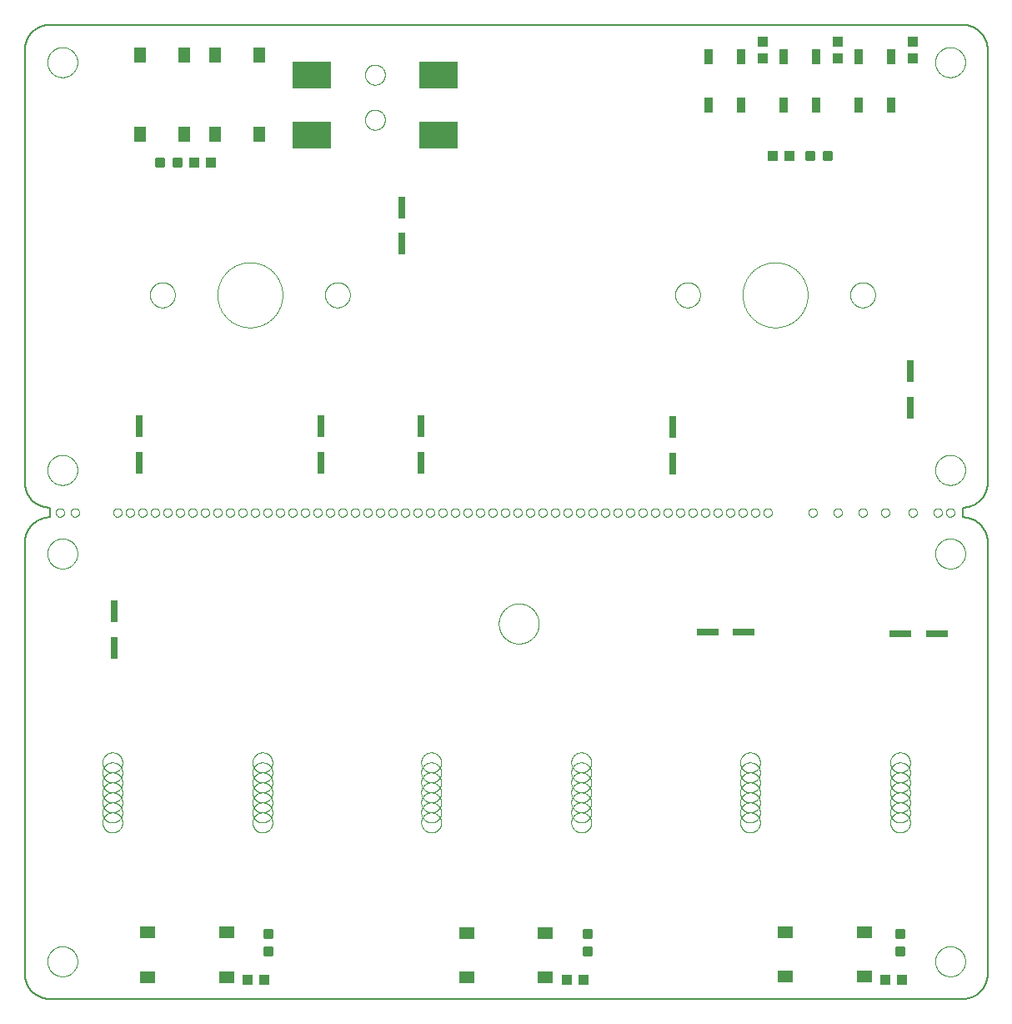
<source format=gtp>
G75*
%MOIN*%
%OFA0B0*%
%FSLAX25Y25*%
%IPPOS*%
%LPD*%
%AMOC8*
5,1,8,0,0,1.08239X$1,22.5*
%
%ADD10C,0.00000*%
%ADD11C,0.00600*%
%ADD12R,0.09449X0.11024*%
%ADD13R,0.05850X0.11020*%
%ADD14R,0.02559X0.08661*%
%ADD15C,0.01181*%
%ADD16R,0.04331X0.03937*%
%ADD17R,0.03543X0.05906*%
%ADD18R,0.03937X0.04331*%
%ADD19R,0.08661X0.02559*%
%ADD20R,0.06102X0.05118*%
%ADD21R,0.05118X0.06102*%
D10*
X0012000Y0016548D02*
X0012002Y0016702D01*
X0012008Y0016857D01*
X0012018Y0017011D01*
X0012032Y0017165D01*
X0012050Y0017318D01*
X0012071Y0017471D01*
X0012097Y0017624D01*
X0012127Y0017775D01*
X0012160Y0017926D01*
X0012198Y0018076D01*
X0012239Y0018225D01*
X0012284Y0018373D01*
X0012333Y0018519D01*
X0012386Y0018665D01*
X0012442Y0018808D01*
X0012502Y0018951D01*
X0012566Y0019091D01*
X0012633Y0019231D01*
X0012704Y0019368D01*
X0012778Y0019503D01*
X0012856Y0019637D01*
X0012937Y0019768D01*
X0013022Y0019897D01*
X0013110Y0020025D01*
X0013201Y0020149D01*
X0013295Y0020272D01*
X0013393Y0020392D01*
X0013493Y0020509D01*
X0013597Y0020624D01*
X0013703Y0020736D01*
X0013812Y0020845D01*
X0013924Y0020951D01*
X0014039Y0021055D01*
X0014156Y0021155D01*
X0014276Y0021253D01*
X0014399Y0021347D01*
X0014523Y0021438D01*
X0014651Y0021526D01*
X0014780Y0021611D01*
X0014911Y0021692D01*
X0015045Y0021770D01*
X0015180Y0021844D01*
X0015317Y0021915D01*
X0015457Y0021982D01*
X0015597Y0022046D01*
X0015740Y0022106D01*
X0015883Y0022162D01*
X0016029Y0022215D01*
X0016175Y0022264D01*
X0016323Y0022309D01*
X0016472Y0022350D01*
X0016622Y0022388D01*
X0016773Y0022421D01*
X0016924Y0022451D01*
X0017077Y0022477D01*
X0017230Y0022498D01*
X0017383Y0022516D01*
X0017537Y0022530D01*
X0017691Y0022540D01*
X0017846Y0022546D01*
X0018000Y0022548D01*
X0018154Y0022546D01*
X0018309Y0022540D01*
X0018463Y0022530D01*
X0018617Y0022516D01*
X0018770Y0022498D01*
X0018923Y0022477D01*
X0019076Y0022451D01*
X0019227Y0022421D01*
X0019378Y0022388D01*
X0019528Y0022350D01*
X0019677Y0022309D01*
X0019825Y0022264D01*
X0019971Y0022215D01*
X0020117Y0022162D01*
X0020260Y0022106D01*
X0020403Y0022046D01*
X0020543Y0021982D01*
X0020683Y0021915D01*
X0020820Y0021844D01*
X0020955Y0021770D01*
X0021089Y0021692D01*
X0021220Y0021611D01*
X0021349Y0021526D01*
X0021477Y0021438D01*
X0021601Y0021347D01*
X0021724Y0021253D01*
X0021844Y0021155D01*
X0021961Y0021055D01*
X0022076Y0020951D01*
X0022188Y0020845D01*
X0022297Y0020736D01*
X0022403Y0020624D01*
X0022507Y0020509D01*
X0022607Y0020392D01*
X0022705Y0020272D01*
X0022799Y0020149D01*
X0022890Y0020025D01*
X0022978Y0019897D01*
X0023063Y0019768D01*
X0023144Y0019637D01*
X0023222Y0019503D01*
X0023296Y0019368D01*
X0023367Y0019231D01*
X0023434Y0019091D01*
X0023498Y0018951D01*
X0023558Y0018808D01*
X0023614Y0018665D01*
X0023667Y0018519D01*
X0023716Y0018373D01*
X0023761Y0018225D01*
X0023802Y0018076D01*
X0023840Y0017926D01*
X0023873Y0017775D01*
X0023903Y0017624D01*
X0023929Y0017471D01*
X0023950Y0017318D01*
X0023968Y0017165D01*
X0023982Y0017011D01*
X0023992Y0016857D01*
X0023998Y0016702D01*
X0024000Y0016548D01*
X0023998Y0016394D01*
X0023992Y0016239D01*
X0023982Y0016085D01*
X0023968Y0015931D01*
X0023950Y0015778D01*
X0023929Y0015625D01*
X0023903Y0015472D01*
X0023873Y0015321D01*
X0023840Y0015170D01*
X0023802Y0015020D01*
X0023761Y0014871D01*
X0023716Y0014723D01*
X0023667Y0014577D01*
X0023614Y0014431D01*
X0023558Y0014288D01*
X0023498Y0014145D01*
X0023434Y0014005D01*
X0023367Y0013865D01*
X0023296Y0013728D01*
X0023222Y0013593D01*
X0023144Y0013459D01*
X0023063Y0013328D01*
X0022978Y0013199D01*
X0022890Y0013071D01*
X0022799Y0012947D01*
X0022705Y0012824D01*
X0022607Y0012704D01*
X0022507Y0012587D01*
X0022403Y0012472D01*
X0022297Y0012360D01*
X0022188Y0012251D01*
X0022076Y0012145D01*
X0021961Y0012041D01*
X0021844Y0011941D01*
X0021724Y0011843D01*
X0021601Y0011749D01*
X0021477Y0011658D01*
X0021349Y0011570D01*
X0021220Y0011485D01*
X0021089Y0011404D01*
X0020955Y0011326D01*
X0020820Y0011252D01*
X0020683Y0011181D01*
X0020543Y0011114D01*
X0020403Y0011050D01*
X0020260Y0010990D01*
X0020117Y0010934D01*
X0019971Y0010881D01*
X0019825Y0010832D01*
X0019677Y0010787D01*
X0019528Y0010746D01*
X0019378Y0010708D01*
X0019227Y0010675D01*
X0019076Y0010645D01*
X0018923Y0010619D01*
X0018770Y0010598D01*
X0018617Y0010580D01*
X0018463Y0010566D01*
X0018309Y0010556D01*
X0018154Y0010550D01*
X0018000Y0010548D01*
X0017846Y0010550D01*
X0017691Y0010556D01*
X0017537Y0010566D01*
X0017383Y0010580D01*
X0017230Y0010598D01*
X0017077Y0010619D01*
X0016924Y0010645D01*
X0016773Y0010675D01*
X0016622Y0010708D01*
X0016472Y0010746D01*
X0016323Y0010787D01*
X0016175Y0010832D01*
X0016029Y0010881D01*
X0015883Y0010934D01*
X0015740Y0010990D01*
X0015597Y0011050D01*
X0015457Y0011114D01*
X0015317Y0011181D01*
X0015180Y0011252D01*
X0015045Y0011326D01*
X0014911Y0011404D01*
X0014780Y0011485D01*
X0014651Y0011570D01*
X0014523Y0011658D01*
X0014399Y0011749D01*
X0014276Y0011843D01*
X0014156Y0011941D01*
X0014039Y0012041D01*
X0013924Y0012145D01*
X0013812Y0012251D01*
X0013703Y0012360D01*
X0013597Y0012472D01*
X0013493Y0012587D01*
X0013393Y0012704D01*
X0013295Y0012824D01*
X0013201Y0012947D01*
X0013110Y0013071D01*
X0013022Y0013199D01*
X0012937Y0013328D01*
X0012856Y0013459D01*
X0012778Y0013593D01*
X0012704Y0013728D01*
X0012633Y0013865D01*
X0012566Y0014005D01*
X0012502Y0014145D01*
X0012442Y0014288D01*
X0012386Y0014431D01*
X0012333Y0014577D01*
X0012284Y0014723D01*
X0012239Y0014871D01*
X0012198Y0015020D01*
X0012160Y0015170D01*
X0012127Y0015321D01*
X0012097Y0015472D01*
X0012071Y0015625D01*
X0012050Y0015778D01*
X0012032Y0015931D01*
X0012018Y0016085D01*
X0012008Y0016239D01*
X0012002Y0016394D01*
X0012000Y0016548D01*
X0034000Y0072048D02*
X0034002Y0072174D01*
X0034008Y0072300D01*
X0034018Y0072426D01*
X0034032Y0072552D01*
X0034050Y0072677D01*
X0034072Y0072801D01*
X0034097Y0072925D01*
X0034127Y0073048D01*
X0034160Y0073169D01*
X0034198Y0073290D01*
X0034239Y0073409D01*
X0034284Y0073528D01*
X0034332Y0073644D01*
X0034384Y0073759D01*
X0034440Y0073872D01*
X0034500Y0073984D01*
X0034563Y0074093D01*
X0034629Y0074201D01*
X0034698Y0074306D01*
X0034771Y0074409D01*
X0034848Y0074510D01*
X0034927Y0074608D01*
X0035009Y0074704D01*
X0035095Y0074797D01*
X0035183Y0074888D01*
X0035274Y0074975D01*
X0035368Y0075060D01*
X0035464Y0075141D01*
X0035563Y0075220D01*
X0035664Y0075295D01*
X0035768Y0075367D01*
X0035874Y0075436D01*
X0035982Y0075502D01*
X0036092Y0075564D01*
X0036204Y0075622D01*
X0036317Y0075677D01*
X0036433Y0075728D01*
X0036550Y0075776D01*
X0036668Y0075820D01*
X0036788Y0075860D01*
X0036909Y0075896D01*
X0037031Y0075929D01*
X0037154Y0075958D01*
X0037278Y0075982D01*
X0037402Y0076003D01*
X0037527Y0076020D01*
X0037653Y0076033D01*
X0037779Y0076042D01*
X0037905Y0076047D01*
X0038032Y0076048D01*
X0038158Y0076045D01*
X0038284Y0076038D01*
X0038410Y0076027D01*
X0038535Y0076012D01*
X0038660Y0075993D01*
X0038784Y0075970D01*
X0038908Y0075944D01*
X0039030Y0075913D01*
X0039152Y0075879D01*
X0039272Y0075840D01*
X0039391Y0075798D01*
X0039509Y0075753D01*
X0039625Y0075703D01*
X0039740Y0075650D01*
X0039852Y0075593D01*
X0039963Y0075533D01*
X0040072Y0075469D01*
X0040179Y0075402D01*
X0040284Y0075332D01*
X0040387Y0075258D01*
X0040487Y0075181D01*
X0040585Y0075101D01*
X0040680Y0075018D01*
X0040772Y0074932D01*
X0040862Y0074843D01*
X0040949Y0074751D01*
X0041032Y0074657D01*
X0041113Y0074560D01*
X0041191Y0074460D01*
X0041266Y0074358D01*
X0041337Y0074254D01*
X0041405Y0074147D01*
X0041469Y0074039D01*
X0041530Y0073928D01*
X0041588Y0073816D01*
X0041642Y0073702D01*
X0041692Y0073586D01*
X0041739Y0073469D01*
X0041782Y0073350D01*
X0041821Y0073230D01*
X0041857Y0073109D01*
X0041888Y0072986D01*
X0041916Y0072863D01*
X0041940Y0072739D01*
X0041960Y0072614D01*
X0041976Y0072489D01*
X0041988Y0072363D01*
X0041996Y0072237D01*
X0042000Y0072111D01*
X0042000Y0071985D01*
X0041996Y0071859D01*
X0041988Y0071733D01*
X0041976Y0071607D01*
X0041960Y0071482D01*
X0041940Y0071357D01*
X0041916Y0071233D01*
X0041888Y0071110D01*
X0041857Y0070987D01*
X0041821Y0070866D01*
X0041782Y0070746D01*
X0041739Y0070627D01*
X0041692Y0070510D01*
X0041642Y0070394D01*
X0041588Y0070280D01*
X0041530Y0070168D01*
X0041469Y0070057D01*
X0041405Y0069949D01*
X0041337Y0069842D01*
X0041266Y0069738D01*
X0041191Y0069636D01*
X0041113Y0069536D01*
X0041032Y0069439D01*
X0040949Y0069345D01*
X0040862Y0069253D01*
X0040772Y0069164D01*
X0040680Y0069078D01*
X0040585Y0068995D01*
X0040487Y0068915D01*
X0040387Y0068838D01*
X0040284Y0068764D01*
X0040179Y0068694D01*
X0040072Y0068627D01*
X0039963Y0068563D01*
X0039852Y0068503D01*
X0039740Y0068446D01*
X0039625Y0068393D01*
X0039509Y0068343D01*
X0039391Y0068298D01*
X0039272Y0068256D01*
X0039152Y0068217D01*
X0039030Y0068183D01*
X0038908Y0068152D01*
X0038784Y0068126D01*
X0038660Y0068103D01*
X0038535Y0068084D01*
X0038410Y0068069D01*
X0038284Y0068058D01*
X0038158Y0068051D01*
X0038032Y0068048D01*
X0037905Y0068049D01*
X0037779Y0068054D01*
X0037653Y0068063D01*
X0037527Y0068076D01*
X0037402Y0068093D01*
X0037278Y0068114D01*
X0037154Y0068138D01*
X0037031Y0068167D01*
X0036909Y0068200D01*
X0036788Y0068236D01*
X0036668Y0068276D01*
X0036550Y0068320D01*
X0036433Y0068368D01*
X0036317Y0068419D01*
X0036204Y0068474D01*
X0036092Y0068532D01*
X0035982Y0068594D01*
X0035874Y0068660D01*
X0035768Y0068729D01*
X0035664Y0068801D01*
X0035563Y0068876D01*
X0035464Y0068955D01*
X0035368Y0069036D01*
X0035274Y0069121D01*
X0035183Y0069208D01*
X0035095Y0069299D01*
X0035009Y0069392D01*
X0034927Y0069488D01*
X0034848Y0069586D01*
X0034771Y0069687D01*
X0034698Y0069790D01*
X0034629Y0069895D01*
X0034563Y0070003D01*
X0034500Y0070112D01*
X0034440Y0070224D01*
X0034384Y0070337D01*
X0034332Y0070452D01*
X0034284Y0070568D01*
X0034239Y0070687D01*
X0034198Y0070806D01*
X0034160Y0070927D01*
X0034127Y0071048D01*
X0034097Y0071171D01*
X0034072Y0071295D01*
X0034050Y0071419D01*
X0034032Y0071544D01*
X0034018Y0071670D01*
X0034008Y0071796D01*
X0034002Y0071922D01*
X0034000Y0072048D01*
X0034000Y0076048D02*
X0034002Y0076174D01*
X0034008Y0076300D01*
X0034018Y0076426D01*
X0034032Y0076552D01*
X0034050Y0076677D01*
X0034072Y0076801D01*
X0034097Y0076925D01*
X0034127Y0077048D01*
X0034160Y0077169D01*
X0034198Y0077290D01*
X0034239Y0077409D01*
X0034284Y0077528D01*
X0034332Y0077644D01*
X0034384Y0077759D01*
X0034440Y0077872D01*
X0034500Y0077984D01*
X0034563Y0078093D01*
X0034629Y0078201D01*
X0034698Y0078306D01*
X0034771Y0078409D01*
X0034848Y0078510D01*
X0034927Y0078608D01*
X0035009Y0078704D01*
X0035095Y0078797D01*
X0035183Y0078888D01*
X0035274Y0078975D01*
X0035368Y0079060D01*
X0035464Y0079141D01*
X0035563Y0079220D01*
X0035664Y0079295D01*
X0035768Y0079367D01*
X0035874Y0079436D01*
X0035982Y0079502D01*
X0036092Y0079564D01*
X0036204Y0079622D01*
X0036317Y0079677D01*
X0036433Y0079728D01*
X0036550Y0079776D01*
X0036668Y0079820D01*
X0036788Y0079860D01*
X0036909Y0079896D01*
X0037031Y0079929D01*
X0037154Y0079958D01*
X0037278Y0079982D01*
X0037402Y0080003D01*
X0037527Y0080020D01*
X0037653Y0080033D01*
X0037779Y0080042D01*
X0037905Y0080047D01*
X0038032Y0080048D01*
X0038158Y0080045D01*
X0038284Y0080038D01*
X0038410Y0080027D01*
X0038535Y0080012D01*
X0038660Y0079993D01*
X0038784Y0079970D01*
X0038908Y0079944D01*
X0039030Y0079913D01*
X0039152Y0079879D01*
X0039272Y0079840D01*
X0039391Y0079798D01*
X0039509Y0079753D01*
X0039625Y0079703D01*
X0039740Y0079650D01*
X0039852Y0079593D01*
X0039963Y0079533D01*
X0040072Y0079469D01*
X0040179Y0079402D01*
X0040284Y0079332D01*
X0040387Y0079258D01*
X0040487Y0079181D01*
X0040585Y0079101D01*
X0040680Y0079018D01*
X0040772Y0078932D01*
X0040862Y0078843D01*
X0040949Y0078751D01*
X0041032Y0078657D01*
X0041113Y0078560D01*
X0041191Y0078460D01*
X0041266Y0078358D01*
X0041337Y0078254D01*
X0041405Y0078147D01*
X0041469Y0078039D01*
X0041530Y0077928D01*
X0041588Y0077816D01*
X0041642Y0077702D01*
X0041692Y0077586D01*
X0041739Y0077469D01*
X0041782Y0077350D01*
X0041821Y0077230D01*
X0041857Y0077109D01*
X0041888Y0076986D01*
X0041916Y0076863D01*
X0041940Y0076739D01*
X0041960Y0076614D01*
X0041976Y0076489D01*
X0041988Y0076363D01*
X0041996Y0076237D01*
X0042000Y0076111D01*
X0042000Y0075985D01*
X0041996Y0075859D01*
X0041988Y0075733D01*
X0041976Y0075607D01*
X0041960Y0075482D01*
X0041940Y0075357D01*
X0041916Y0075233D01*
X0041888Y0075110D01*
X0041857Y0074987D01*
X0041821Y0074866D01*
X0041782Y0074746D01*
X0041739Y0074627D01*
X0041692Y0074510D01*
X0041642Y0074394D01*
X0041588Y0074280D01*
X0041530Y0074168D01*
X0041469Y0074057D01*
X0041405Y0073949D01*
X0041337Y0073842D01*
X0041266Y0073738D01*
X0041191Y0073636D01*
X0041113Y0073536D01*
X0041032Y0073439D01*
X0040949Y0073345D01*
X0040862Y0073253D01*
X0040772Y0073164D01*
X0040680Y0073078D01*
X0040585Y0072995D01*
X0040487Y0072915D01*
X0040387Y0072838D01*
X0040284Y0072764D01*
X0040179Y0072694D01*
X0040072Y0072627D01*
X0039963Y0072563D01*
X0039852Y0072503D01*
X0039740Y0072446D01*
X0039625Y0072393D01*
X0039509Y0072343D01*
X0039391Y0072298D01*
X0039272Y0072256D01*
X0039152Y0072217D01*
X0039030Y0072183D01*
X0038908Y0072152D01*
X0038784Y0072126D01*
X0038660Y0072103D01*
X0038535Y0072084D01*
X0038410Y0072069D01*
X0038284Y0072058D01*
X0038158Y0072051D01*
X0038032Y0072048D01*
X0037905Y0072049D01*
X0037779Y0072054D01*
X0037653Y0072063D01*
X0037527Y0072076D01*
X0037402Y0072093D01*
X0037278Y0072114D01*
X0037154Y0072138D01*
X0037031Y0072167D01*
X0036909Y0072200D01*
X0036788Y0072236D01*
X0036668Y0072276D01*
X0036550Y0072320D01*
X0036433Y0072368D01*
X0036317Y0072419D01*
X0036204Y0072474D01*
X0036092Y0072532D01*
X0035982Y0072594D01*
X0035874Y0072660D01*
X0035768Y0072729D01*
X0035664Y0072801D01*
X0035563Y0072876D01*
X0035464Y0072955D01*
X0035368Y0073036D01*
X0035274Y0073121D01*
X0035183Y0073208D01*
X0035095Y0073299D01*
X0035009Y0073392D01*
X0034927Y0073488D01*
X0034848Y0073586D01*
X0034771Y0073687D01*
X0034698Y0073790D01*
X0034629Y0073895D01*
X0034563Y0074003D01*
X0034500Y0074112D01*
X0034440Y0074224D01*
X0034384Y0074337D01*
X0034332Y0074452D01*
X0034284Y0074568D01*
X0034239Y0074687D01*
X0034198Y0074806D01*
X0034160Y0074927D01*
X0034127Y0075048D01*
X0034097Y0075171D01*
X0034072Y0075295D01*
X0034050Y0075419D01*
X0034032Y0075544D01*
X0034018Y0075670D01*
X0034008Y0075796D01*
X0034002Y0075922D01*
X0034000Y0076048D01*
X0034000Y0080048D02*
X0034002Y0080174D01*
X0034008Y0080300D01*
X0034018Y0080426D01*
X0034032Y0080552D01*
X0034050Y0080677D01*
X0034072Y0080801D01*
X0034097Y0080925D01*
X0034127Y0081048D01*
X0034160Y0081169D01*
X0034198Y0081290D01*
X0034239Y0081409D01*
X0034284Y0081528D01*
X0034332Y0081644D01*
X0034384Y0081759D01*
X0034440Y0081872D01*
X0034500Y0081984D01*
X0034563Y0082093D01*
X0034629Y0082201D01*
X0034698Y0082306D01*
X0034771Y0082409D01*
X0034848Y0082510D01*
X0034927Y0082608D01*
X0035009Y0082704D01*
X0035095Y0082797D01*
X0035183Y0082888D01*
X0035274Y0082975D01*
X0035368Y0083060D01*
X0035464Y0083141D01*
X0035563Y0083220D01*
X0035664Y0083295D01*
X0035768Y0083367D01*
X0035874Y0083436D01*
X0035982Y0083502D01*
X0036092Y0083564D01*
X0036204Y0083622D01*
X0036317Y0083677D01*
X0036433Y0083728D01*
X0036550Y0083776D01*
X0036668Y0083820D01*
X0036788Y0083860D01*
X0036909Y0083896D01*
X0037031Y0083929D01*
X0037154Y0083958D01*
X0037278Y0083982D01*
X0037402Y0084003D01*
X0037527Y0084020D01*
X0037653Y0084033D01*
X0037779Y0084042D01*
X0037905Y0084047D01*
X0038032Y0084048D01*
X0038158Y0084045D01*
X0038284Y0084038D01*
X0038410Y0084027D01*
X0038535Y0084012D01*
X0038660Y0083993D01*
X0038784Y0083970D01*
X0038908Y0083944D01*
X0039030Y0083913D01*
X0039152Y0083879D01*
X0039272Y0083840D01*
X0039391Y0083798D01*
X0039509Y0083753D01*
X0039625Y0083703D01*
X0039740Y0083650D01*
X0039852Y0083593D01*
X0039963Y0083533D01*
X0040072Y0083469D01*
X0040179Y0083402D01*
X0040284Y0083332D01*
X0040387Y0083258D01*
X0040487Y0083181D01*
X0040585Y0083101D01*
X0040680Y0083018D01*
X0040772Y0082932D01*
X0040862Y0082843D01*
X0040949Y0082751D01*
X0041032Y0082657D01*
X0041113Y0082560D01*
X0041191Y0082460D01*
X0041266Y0082358D01*
X0041337Y0082254D01*
X0041405Y0082147D01*
X0041469Y0082039D01*
X0041530Y0081928D01*
X0041588Y0081816D01*
X0041642Y0081702D01*
X0041692Y0081586D01*
X0041739Y0081469D01*
X0041782Y0081350D01*
X0041821Y0081230D01*
X0041857Y0081109D01*
X0041888Y0080986D01*
X0041916Y0080863D01*
X0041940Y0080739D01*
X0041960Y0080614D01*
X0041976Y0080489D01*
X0041988Y0080363D01*
X0041996Y0080237D01*
X0042000Y0080111D01*
X0042000Y0079985D01*
X0041996Y0079859D01*
X0041988Y0079733D01*
X0041976Y0079607D01*
X0041960Y0079482D01*
X0041940Y0079357D01*
X0041916Y0079233D01*
X0041888Y0079110D01*
X0041857Y0078987D01*
X0041821Y0078866D01*
X0041782Y0078746D01*
X0041739Y0078627D01*
X0041692Y0078510D01*
X0041642Y0078394D01*
X0041588Y0078280D01*
X0041530Y0078168D01*
X0041469Y0078057D01*
X0041405Y0077949D01*
X0041337Y0077842D01*
X0041266Y0077738D01*
X0041191Y0077636D01*
X0041113Y0077536D01*
X0041032Y0077439D01*
X0040949Y0077345D01*
X0040862Y0077253D01*
X0040772Y0077164D01*
X0040680Y0077078D01*
X0040585Y0076995D01*
X0040487Y0076915D01*
X0040387Y0076838D01*
X0040284Y0076764D01*
X0040179Y0076694D01*
X0040072Y0076627D01*
X0039963Y0076563D01*
X0039852Y0076503D01*
X0039740Y0076446D01*
X0039625Y0076393D01*
X0039509Y0076343D01*
X0039391Y0076298D01*
X0039272Y0076256D01*
X0039152Y0076217D01*
X0039030Y0076183D01*
X0038908Y0076152D01*
X0038784Y0076126D01*
X0038660Y0076103D01*
X0038535Y0076084D01*
X0038410Y0076069D01*
X0038284Y0076058D01*
X0038158Y0076051D01*
X0038032Y0076048D01*
X0037905Y0076049D01*
X0037779Y0076054D01*
X0037653Y0076063D01*
X0037527Y0076076D01*
X0037402Y0076093D01*
X0037278Y0076114D01*
X0037154Y0076138D01*
X0037031Y0076167D01*
X0036909Y0076200D01*
X0036788Y0076236D01*
X0036668Y0076276D01*
X0036550Y0076320D01*
X0036433Y0076368D01*
X0036317Y0076419D01*
X0036204Y0076474D01*
X0036092Y0076532D01*
X0035982Y0076594D01*
X0035874Y0076660D01*
X0035768Y0076729D01*
X0035664Y0076801D01*
X0035563Y0076876D01*
X0035464Y0076955D01*
X0035368Y0077036D01*
X0035274Y0077121D01*
X0035183Y0077208D01*
X0035095Y0077299D01*
X0035009Y0077392D01*
X0034927Y0077488D01*
X0034848Y0077586D01*
X0034771Y0077687D01*
X0034698Y0077790D01*
X0034629Y0077895D01*
X0034563Y0078003D01*
X0034500Y0078112D01*
X0034440Y0078224D01*
X0034384Y0078337D01*
X0034332Y0078452D01*
X0034284Y0078568D01*
X0034239Y0078687D01*
X0034198Y0078806D01*
X0034160Y0078927D01*
X0034127Y0079048D01*
X0034097Y0079171D01*
X0034072Y0079295D01*
X0034050Y0079419D01*
X0034032Y0079544D01*
X0034018Y0079670D01*
X0034008Y0079796D01*
X0034002Y0079922D01*
X0034000Y0080048D01*
X0034000Y0084048D02*
X0034002Y0084174D01*
X0034008Y0084300D01*
X0034018Y0084426D01*
X0034032Y0084552D01*
X0034050Y0084677D01*
X0034072Y0084801D01*
X0034097Y0084925D01*
X0034127Y0085048D01*
X0034160Y0085169D01*
X0034198Y0085290D01*
X0034239Y0085409D01*
X0034284Y0085528D01*
X0034332Y0085644D01*
X0034384Y0085759D01*
X0034440Y0085872D01*
X0034500Y0085984D01*
X0034563Y0086093D01*
X0034629Y0086201D01*
X0034698Y0086306D01*
X0034771Y0086409D01*
X0034848Y0086510D01*
X0034927Y0086608D01*
X0035009Y0086704D01*
X0035095Y0086797D01*
X0035183Y0086888D01*
X0035274Y0086975D01*
X0035368Y0087060D01*
X0035464Y0087141D01*
X0035563Y0087220D01*
X0035664Y0087295D01*
X0035768Y0087367D01*
X0035874Y0087436D01*
X0035982Y0087502D01*
X0036092Y0087564D01*
X0036204Y0087622D01*
X0036317Y0087677D01*
X0036433Y0087728D01*
X0036550Y0087776D01*
X0036668Y0087820D01*
X0036788Y0087860D01*
X0036909Y0087896D01*
X0037031Y0087929D01*
X0037154Y0087958D01*
X0037278Y0087982D01*
X0037402Y0088003D01*
X0037527Y0088020D01*
X0037653Y0088033D01*
X0037779Y0088042D01*
X0037905Y0088047D01*
X0038032Y0088048D01*
X0038158Y0088045D01*
X0038284Y0088038D01*
X0038410Y0088027D01*
X0038535Y0088012D01*
X0038660Y0087993D01*
X0038784Y0087970D01*
X0038908Y0087944D01*
X0039030Y0087913D01*
X0039152Y0087879D01*
X0039272Y0087840D01*
X0039391Y0087798D01*
X0039509Y0087753D01*
X0039625Y0087703D01*
X0039740Y0087650D01*
X0039852Y0087593D01*
X0039963Y0087533D01*
X0040072Y0087469D01*
X0040179Y0087402D01*
X0040284Y0087332D01*
X0040387Y0087258D01*
X0040487Y0087181D01*
X0040585Y0087101D01*
X0040680Y0087018D01*
X0040772Y0086932D01*
X0040862Y0086843D01*
X0040949Y0086751D01*
X0041032Y0086657D01*
X0041113Y0086560D01*
X0041191Y0086460D01*
X0041266Y0086358D01*
X0041337Y0086254D01*
X0041405Y0086147D01*
X0041469Y0086039D01*
X0041530Y0085928D01*
X0041588Y0085816D01*
X0041642Y0085702D01*
X0041692Y0085586D01*
X0041739Y0085469D01*
X0041782Y0085350D01*
X0041821Y0085230D01*
X0041857Y0085109D01*
X0041888Y0084986D01*
X0041916Y0084863D01*
X0041940Y0084739D01*
X0041960Y0084614D01*
X0041976Y0084489D01*
X0041988Y0084363D01*
X0041996Y0084237D01*
X0042000Y0084111D01*
X0042000Y0083985D01*
X0041996Y0083859D01*
X0041988Y0083733D01*
X0041976Y0083607D01*
X0041960Y0083482D01*
X0041940Y0083357D01*
X0041916Y0083233D01*
X0041888Y0083110D01*
X0041857Y0082987D01*
X0041821Y0082866D01*
X0041782Y0082746D01*
X0041739Y0082627D01*
X0041692Y0082510D01*
X0041642Y0082394D01*
X0041588Y0082280D01*
X0041530Y0082168D01*
X0041469Y0082057D01*
X0041405Y0081949D01*
X0041337Y0081842D01*
X0041266Y0081738D01*
X0041191Y0081636D01*
X0041113Y0081536D01*
X0041032Y0081439D01*
X0040949Y0081345D01*
X0040862Y0081253D01*
X0040772Y0081164D01*
X0040680Y0081078D01*
X0040585Y0080995D01*
X0040487Y0080915D01*
X0040387Y0080838D01*
X0040284Y0080764D01*
X0040179Y0080694D01*
X0040072Y0080627D01*
X0039963Y0080563D01*
X0039852Y0080503D01*
X0039740Y0080446D01*
X0039625Y0080393D01*
X0039509Y0080343D01*
X0039391Y0080298D01*
X0039272Y0080256D01*
X0039152Y0080217D01*
X0039030Y0080183D01*
X0038908Y0080152D01*
X0038784Y0080126D01*
X0038660Y0080103D01*
X0038535Y0080084D01*
X0038410Y0080069D01*
X0038284Y0080058D01*
X0038158Y0080051D01*
X0038032Y0080048D01*
X0037905Y0080049D01*
X0037779Y0080054D01*
X0037653Y0080063D01*
X0037527Y0080076D01*
X0037402Y0080093D01*
X0037278Y0080114D01*
X0037154Y0080138D01*
X0037031Y0080167D01*
X0036909Y0080200D01*
X0036788Y0080236D01*
X0036668Y0080276D01*
X0036550Y0080320D01*
X0036433Y0080368D01*
X0036317Y0080419D01*
X0036204Y0080474D01*
X0036092Y0080532D01*
X0035982Y0080594D01*
X0035874Y0080660D01*
X0035768Y0080729D01*
X0035664Y0080801D01*
X0035563Y0080876D01*
X0035464Y0080955D01*
X0035368Y0081036D01*
X0035274Y0081121D01*
X0035183Y0081208D01*
X0035095Y0081299D01*
X0035009Y0081392D01*
X0034927Y0081488D01*
X0034848Y0081586D01*
X0034771Y0081687D01*
X0034698Y0081790D01*
X0034629Y0081895D01*
X0034563Y0082003D01*
X0034500Y0082112D01*
X0034440Y0082224D01*
X0034384Y0082337D01*
X0034332Y0082452D01*
X0034284Y0082568D01*
X0034239Y0082687D01*
X0034198Y0082806D01*
X0034160Y0082927D01*
X0034127Y0083048D01*
X0034097Y0083171D01*
X0034072Y0083295D01*
X0034050Y0083419D01*
X0034032Y0083544D01*
X0034018Y0083670D01*
X0034008Y0083796D01*
X0034002Y0083922D01*
X0034000Y0084048D01*
X0034000Y0088048D02*
X0034002Y0088174D01*
X0034008Y0088300D01*
X0034018Y0088426D01*
X0034032Y0088552D01*
X0034050Y0088677D01*
X0034072Y0088801D01*
X0034097Y0088925D01*
X0034127Y0089048D01*
X0034160Y0089169D01*
X0034198Y0089290D01*
X0034239Y0089409D01*
X0034284Y0089528D01*
X0034332Y0089644D01*
X0034384Y0089759D01*
X0034440Y0089872D01*
X0034500Y0089984D01*
X0034563Y0090093D01*
X0034629Y0090201D01*
X0034698Y0090306D01*
X0034771Y0090409D01*
X0034848Y0090510D01*
X0034927Y0090608D01*
X0035009Y0090704D01*
X0035095Y0090797D01*
X0035183Y0090888D01*
X0035274Y0090975D01*
X0035368Y0091060D01*
X0035464Y0091141D01*
X0035563Y0091220D01*
X0035664Y0091295D01*
X0035768Y0091367D01*
X0035874Y0091436D01*
X0035982Y0091502D01*
X0036092Y0091564D01*
X0036204Y0091622D01*
X0036317Y0091677D01*
X0036433Y0091728D01*
X0036550Y0091776D01*
X0036668Y0091820D01*
X0036788Y0091860D01*
X0036909Y0091896D01*
X0037031Y0091929D01*
X0037154Y0091958D01*
X0037278Y0091982D01*
X0037402Y0092003D01*
X0037527Y0092020D01*
X0037653Y0092033D01*
X0037779Y0092042D01*
X0037905Y0092047D01*
X0038032Y0092048D01*
X0038158Y0092045D01*
X0038284Y0092038D01*
X0038410Y0092027D01*
X0038535Y0092012D01*
X0038660Y0091993D01*
X0038784Y0091970D01*
X0038908Y0091944D01*
X0039030Y0091913D01*
X0039152Y0091879D01*
X0039272Y0091840D01*
X0039391Y0091798D01*
X0039509Y0091753D01*
X0039625Y0091703D01*
X0039740Y0091650D01*
X0039852Y0091593D01*
X0039963Y0091533D01*
X0040072Y0091469D01*
X0040179Y0091402D01*
X0040284Y0091332D01*
X0040387Y0091258D01*
X0040487Y0091181D01*
X0040585Y0091101D01*
X0040680Y0091018D01*
X0040772Y0090932D01*
X0040862Y0090843D01*
X0040949Y0090751D01*
X0041032Y0090657D01*
X0041113Y0090560D01*
X0041191Y0090460D01*
X0041266Y0090358D01*
X0041337Y0090254D01*
X0041405Y0090147D01*
X0041469Y0090039D01*
X0041530Y0089928D01*
X0041588Y0089816D01*
X0041642Y0089702D01*
X0041692Y0089586D01*
X0041739Y0089469D01*
X0041782Y0089350D01*
X0041821Y0089230D01*
X0041857Y0089109D01*
X0041888Y0088986D01*
X0041916Y0088863D01*
X0041940Y0088739D01*
X0041960Y0088614D01*
X0041976Y0088489D01*
X0041988Y0088363D01*
X0041996Y0088237D01*
X0042000Y0088111D01*
X0042000Y0087985D01*
X0041996Y0087859D01*
X0041988Y0087733D01*
X0041976Y0087607D01*
X0041960Y0087482D01*
X0041940Y0087357D01*
X0041916Y0087233D01*
X0041888Y0087110D01*
X0041857Y0086987D01*
X0041821Y0086866D01*
X0041782Y0086746D01*
X0041739Y0086627D01*
X0041692Y0086510D01*
X0041642Y0086394D01*
X0041588Y0086280D01*
X0041530Y0086168D01*
X0041469Y0086057D01*
X0041405Y0085949D01*
X0041337Y0085842D01*
X0041266Y0085738D01*
X0041191Y0085636D01*
X0041113Y0085536D01*
X0041032Y0085439D01*
X0040949Y0085345D01*
X0040862Y0085253D01*
X0040772Y0085164D01*
X0040680Y0085078D01*
X0040585Y0084995D01*
X0040487Y0084915D01*
X0040387Y0084838D01*
X0040284Y0084764D01*
X0040179Y0084694D01*
X0040072Y0084627D01*
X0039963Y0084563D01*
X0039852Y0084503D01*
X0039740Y0084446D01*
X0039625Y0084393D01*
X0039509Y0084343D01*
X0039391Y0084298D01*
X0039272Y0084256D01*
X0039152Y0084217D01*
X0039030Y0084183D01*
X0038908Y0084152D01*
X0038784Y0084126D01*
X0038660Y0084103D01*
X0038535Y0084084D01*
X0038410Y0084069D01*
X0038284Y0084058D01*
X0038158Y0084051D01*
X0038032Y0084048D01*
X0037905Y0084049D01*
X0037779Y0084054D01*
X0037653Y0084063D01*
X0037527Y0084076D01*
X0037402Y0084093D01*
X0037278Y0084114D01*
X0037154Y0084138D01*
X0037031Y0084167D01*
X0036909Y0084200D01*
X0036788Y0084236D01*
X0036668Y0084276D01*
X0036550Y0084320D01*
X0036433Y0084368D01*
X0036317Y0084419D01*
X0036204Y0084474D01*
X0036092Y0084532D01*
X0035982Y0084594D01*
X0035874Y0084660D01*
X0035768Y0084729D01*
X0035664Y0084801D01*
X0035563Y0084876D01*
X0035464Y0084955D01*
X0035368Y0085036D01*
X0035274Y0085121D01*
X0035183Y0085208D01*
X0035095Y0085299D01*
X0035009Y0085392D01*
X0034927Y0085488D01*
X0034848Y0085586D01*
X0034771Y0085687D01*
X0034698Y0085790D01*
X0034629Y0085895D01*
X0034563Y0086003D01*
X0034500Y0086112D01*
X0034440Y0086224D01*
X0034384Y0086337D01*
X0034332Y0086452D01*
X0034284Y0086568D01*
X0034239Y0086687D01*
X0034198Y0086806D01*
X0034160Y0086927D01*
X0034127Y0087048D01*
X0034097Y0087171D01*
X0034072Y0087295D01*
X0034050Y0087419D01*
X0034032Y0087544D01*
X0034018Y0087670D01*
X0034008Y0087796D01*
X0034002Y0087922D01*
X0034000Y0088048D01*
X0034000Y0092048D02*
X0034002Y0092174D01*
X0034008Y0092300D01*
X0034018Y0092426D01*
X0034032Y0092552D01*
X0034050Y0092677D01*
X0034072Y0092801D01*
X0034097Y0092925D01*
X0034127Y0093048D01*
X0034160Y0093169D01*
X0034198Y0093290D01*
X0034239Y0093409D01*
X0034284Y0093528D01*
X0034332Y0093644D01*
X0034384Y0093759D01*
X0034440Y0093872D01*
X0034500Y0093984D01*
X0034563Y0094093D01*
X0034629Y0094201D01*
X0034698Y0094306D01*
X0034771Y0094409D01*
X0034848Y0094510D01*
X0034927Y0094608D01*
X0035009Y0094704D01*
X0035095Y0094797D01*
X0035183Y0094888D01*
X0035274Y0094975D01*
X0035368Y0095060D01*
X0035464Y0095141D01*
X0035563Y0095220D01*
X0035664Y0095295D01*
X0035768Y0095367D01*
X0035874Y0095436D01*
X0035982Y0095502D01*
X0036092Y0095564D01*
X0036204Y0095622D01*
X0036317Y0095677D01*
X0036433Y0095728D01*
X0036550Y0095776D01*
X0036668Y0095820D01*
X0036788Y0095860D01*
X0036909Y0095896D01*
X0037031Y0095929D01*
X0037154Y0095958D01*
X0037278Y0095982D01*
X0037402Y0096003D01*
X0037527Y0096020D01*
X0037653Y0096033D01*
X0037779Y0096042D01*
X0037905Y0096047D01*
X0038032Y0096048D01*
X0038158Y0096045D01*
X0038284Y0096038D01*
X0038410Y0096027D01*
X0038535Y0096012D01*
X0038660Y0095993D01*
X0038784Y0095970D01*
X0038908Y0095944D01*
X0039030Y0095913D01*
X0039152Y0095879D01*
X0039272Y0095840D01*
X0039391Y0095798D01*
X0039509Y0095753D01*
X0039625Y0095703D01*
X0039740Y0095650D01*
X0039852Y0095593D01*
X0039963Y0095533D01*
X0040072Y0095469D01*
X0040179Y0095402D01*
X0040284Y0095332D01*
X0040387Y0095258D01*
X0040487Y0095181D01*
X0040585Y0095101D01*
X0040680Y0095018D01*
X0040772Y0094932D01*
X0040862Y0094843D01*
X0040949Y0094751D01*
X0041032Y0094657D01*
X0041113Y0094560D01*
X0041191Y0094460D01*
X0041266Y0094358D01*
X0041337Y0094254D01*
X0041405Y0094147D01*
X0041469Y0094039D01*
X0041530Y0093928D01*
X0041588Y0093816D01*
X0041642Y0093702D01*
X0041692Y0093586D01*
X0041739Y0093469D01*
X0041782Y0093350D01*
X0041821Y0093230D01*
X0041857Y0093109D01*
X0041888Y0092986D01*
X0041916Y0092863D01*
X0041940Y0092739D01*
X0041960Y0092614D01*
X0041976Y0092489D01*
X0041988Y0092363D01*
X0041996Y0092237D01*
X0042000Y0092111D01*
X0042000Y0091985D01*
X0041996Y0091859D01*
X0041988Y0091733D01*
X0041976Y0091607D01*
X0041960Y0091482D01*
X0041940Y0091357D01*
X0041916Y0091233D01*
X0041888Y0091110D01*
X0041857Y0090987D01*
X0041821Y0090866D01*
X0041782Y0090746D01*
X0041739Y0090627D01*
X0041692Y0090510D01*
X0041642Y0090394D01*
X0041588Y0090280D01*
X0041530Y0090168D01*
X0041469Y0090057D01*
X0041405Y0089949D01*
X0041337Y0089842D01*
X0041266Y0089738D01*
X0041191Y0089636D01*
X0041113Y0089536D01*
X0041032Y0089439D01*
X0040949Y0089345D01*
X0040862Y0089253D01*
X0040772Y0089164D01*
X0040680Y0089078D01*
X0040585Y0088995D01*
X0040487Y0088915D01*
X0040387Y0088838D01*
X0040284Y0088764D01*
X0040179Y0088694D01*
X0040072Y0088627D01*
X0039963Y0088563D01*
X0039852Y0088503D01*
X0039740Y0088446D01*
X0039625Y0088393D01*
X0039509Y0088343D01*
X0039391Y0088298D01*
X0039272Y0088256D01*
X0039152Y0088217D01*
X0039030Y0088183D01*
X0038908Y0088152D01*
X0038784Y0088126D01*
X0038660Y0088103D01*
X0038535Y0088084D01*
X0038410Y0088069D01*
X0038284Y0088058D01*
X0038158Y0088051D01*
X0038032Y0088048D01*
X0037905Y0088049D01*
X0037779Y0088054D01*
X0037653Y0088063D01*
X0037527Y0088076D01*
X0037402Y0088093D01*
X0037278Y0088114D01*
X0037154Y0088138D01*
X0037031Y0088167D01*
X0036909Y0088200D01*
X0036788Y0088236D01*
X0036668Y0088276D01*
X0036550Y0088320D01*
X0036433Y0088368D01*
X0036317Y0088419D01*
X0036204Y0088474D01*
X0036092Y0088532D01*
X0035982Y0088594D01*
X0035874Y0088660D01*
X0035768Y0088729D01*
X0035664Y0088801D01*
X0035563Y0088876D01*
X0035464Y0088955D01*
X0035368Y0089036D01*
X0035274Y0089121D01*
X0035183Y0089208D01*
X0035095Y0089299D01*
X0035009Y0089392D01*
X0034927Y0089488D01*
X0034848Y0089586D01*
X0034771Y0089687D01*
X0034698Y0089790D01*
X0034629Y0089895D01*
X0034563Y0090003D01*
X0034500Y0090112D01*
X0034440Y0090224D01*
X0034384Y0090337D01*
X0034332Y0090452D01*
X0034284Y0090568D01*
X0034239Y0090687D01*
X0034198Y0090806D01*
X0034160Y0090927D01*
X0034127Y0091048D01*
X0034097Y0091171D01*
X0034072Y0091295D01*
X0034050Y0091419D01*
X0034032Y0091544D01*
X0034018Y0091670D01*
X0034008Y0091796D01*
X0034002Y0091922D01*
X0034000Y0092048D01*
X0034000Y0096048D02*
X0034002Y0096174D01*
X0034008Y0096300D01*
X0034018Y0096426D01*
X0034032Y0096552D01*
X0034050Y0096677D01*
X0034072Y0096801D01*
X0034097Y0096925D01*
X0034127Y0097048D01*
X0034160Y0097169D01*
X0034198Y0097290D01*
X0034239Y0097409D01*
X0034284Y0097528D01*
X0034332Y0097644D01*
X0034384Y0097759D01*
X0034440Y0097872D01*
X0034500Y0097984D01*
X0034563Y0098093D01*
X0034629Y0098201D01*
X0034698Y0098306D01*
X0034771Y0098409D01*
X0034848Y0098510D01*
X0034927Y0098608D01*
X0035009Y0098704D01*
X0035095Y0098797D01*
X0035183Y0098888D01*
X0035274Y0098975D01*
X0035368Y0099060D01*
X0035464Y0099141D01*
X0035563Y0099220D01*
X0035664Y0099295D01*
X0035768Y0099367D01*
X0035874Y0099436D01*
X0035982Y0099502D01*
X0036092Y0099564D01*
X0036204Y0099622D01*
X0036317Y0099677D01*
X0036433Y0099728D01*
X0036550Y0099776D01*
X0036668Y0099820D01*
X0036788Y0099860D01*
X0036909Y0099896D01*
X0037031Y0099929D01*
X0037154Y0099958D01*
X0037278Y0099982D01*
X0037402Y0100003D01*
X0037527Y0100020D01*
X0037653Y0100033D01*
X0037779Y0100042D01*
X0037905Y0100047D01*
X0038032Y0100048D01*
X0038158Y0100045D01*
X0038284Y0100038D01*
X0038410Y0100027D01*
X0038535Y0100012D01*
X0038660Y0099993D01*
X0038784Y0099970D01*
X0038908Y0099944D01*
X0039030Y0099913D01*
X0039152Y0099879D01*
X0039272Y0099840D01*
X0039391Y0099798D01*
X0039509Y0099753D01*
X0039625Y0099703D01*
X0039740Y0099650D01*
X0039852Y0099593D01*
X0039963Y0099533D01*
X0040072Y0099469D01*
X0040179Y0099402D01*
X0040284Y0099332D01*
X0040387Y0099258D01*
X0040487Y0099181D01*
X0040585Y0099101D01*
X0040680Y0099018D01*
X0040772Y0098932D01*
X0040862Y0098843D01*
X0040949Y0098751D01*
X0041032Y0098657D01*
X0041113Y0098560D01*
X0041191Y0098460D01*
X0041266Y0098358D01*
X0041337Y0098254D01*
X0041405Y0098147D01*
X0041469Y0098039D01*
X0041530Y0097928D01*
X0041588Y0097816D01*
X0041642Y0097702D01*
X0041692Y0097586D01*
X0041739Y0097469D01*
X0041782Y0097350D01*
X0041821Y0097230D01*
X0041857Y0097109D01*
X0041888Y0096986D01*
X0041916Y0096863D01*
X0041940Y0096739D01*
X0041960Y0096614D01*
X0041976Y0096489D01*
X0041988Y0096363D01*
X0041996Y0096237D01*
X0042000Y0096111D01*
X0042000Y0095985D01*
X0041996Y0095859D01*
X0041988Y0095733D01*
X0041976Y0095607D01*
X0041960Y0095482D01*
X0041940Y0095357D01*
X0041916Y0095233D01*
X0041888Y0095110D01*
X0041857Y0094987D01*
X0041821Y0094866D01*
X0041782Y0094746D01*
X0041739Y0094627D01*
X0041692Y0094510D01*
X0041642Y0094394D01*
X0041588Y0094280D01*
X0041530Y0094168D01*
X0041469Y0094057D01*
X0041405Y0093949D01*
X0041337Y0093842D01*
X0041266Y0093738D01*
X0041191Y0093636D01*
X0041113Y0093536D01*
X0041032Y0093439D01*
X0040949Y0093345D01*
X0040862Y0093253D01*
X0040772Y0093164D01*
X0040680Y0093078D01*
X0040585Y0092995D01*
X0040487Y0092915D01*
X0040387Y0092838D01*
X0040284Y0092764D01*
X0040179Y0092694D01*
X0040072Y0092627D01*
X0039963Y0092563D01*
X0039852Y0092503D01*
X0039740Y0092446D01*
X0039625Y0092393D01*
X0039509Y0092343D01*
X0039391Y0092298D01*
X0039272Y0092256D01*
X0039152Y0092217D01*
X0039030Y0092183D01*
X0038908Y0092152D01*
X0038784Y0092126D01*
X0038660Y0092103D01*
X0038535Y0092084D01*
X0038410Y0092069D01*
X0038284Y0092058D01*
X0038158Y0092051D01*
X0038032Y0092048D01*
X0037905Y0092049D01*
X0037779Y0092054D01*
X0037653Y0092063D01*
X0037527Y0092076D01*
X0037402Y0092093D01*
X0037278Y0092114D01*
X0037154Y0092138D01*
X0037031Y0092167D01*
X0036909Y0092200D01*
X0036788Y0092236D01*
X0036668Y0092276D01*
X0036550Y0092320D01*
X0036433Y0092368D01*
X0036317Y0092419D01*
X0036204Y0092474D01*
X0036092Y0092532D01*
X0035982Y0092594D01*
X0035874Y0092660D01*
X0035768Y0092729D01*
X0035664Y0092801D01*
X0035563Y0092876D01*
X0035464Y0092955D01*
X0035368Y0093036D01*
X0035274Y0093121D01*
X0035183Y0093208D01*
X0035095Y0093299D01*
X0035009Y0093392D01*
X0034927Y0093488D01*
X0034848Y0093586D01*
X0034771Y0093687D01*
X0034698Y0093790D01*
X0034629Y0093895D01*
X0034563Y0094003D01*
X0034500Y0094112D01*
X0034440Y0094224D01*
X0034384Y0094337D01*
X0034332Y0094452D01*
X0034284Y0094568D01*
X0034239Y0094687D01*
X0034198Y0094806D01*
X0034160Y0094927D01*
X0034127Y0095048D01*
X0034097Y0095171D01*
X0034072Y0095295D01*
X0034050Y0095419D01*
X0034032Y0095544D01*
X0034018Y0095670D01*
X0034008Y0095796D01*
X0034002Y0095922D01*
X0034000Y0096048D01*
X0094000Y0096048D02*
X0094002Y0096174D01*
X0094008Y0096300D01*
X0094018Y0096426D01*
X0094032Y0096552D01*
X0094050Y0096677D01*
X0094072Y0096801D01*
X0094097Y0096925D01*
X0094127Y0097048D01*
X0094160Y0097169D01*
X0094198Y0097290D01*
X0094239Y0097409D01*
X0094284Y0097528D01*
X0094332Y0097644D01*
X0094384Y0097759D01*
X0094440Y0097872D01*
X0094500Y0097984D01*
X0094563Y0098093D01*
X0094629Y0098201D01*
X0094698Y0098306D01*
X0094771Y0098409D01*
X0094848Y0098510D01*
X0094927Y0098608D01*
X0095009Y0098704D01*
X0095095Y0098797D01*
X0095183Y0098888D01*
X0095274Y0098975D01*
X0095368Y0099060D01*
X0095464Y0099141D01*
X0095563Y0099220D01*
X0095664Y0099295D01*
X0095768Y0099367D01*
X0095874Y0099436D01*
X0095982Y0099502D01*
X0096092Y0099564D01*
X0096204Y0099622D01*
X0096317Y0099677D01*
X0096433Y0099728D01*
X0096550Y0099776D01*
X0096668Y0099820D01*
X0096788Y0099860D01*
X0096909Y0099896D01*
X0097031Y0099929D01*
X0097154Y0099958D01*
X0097278Y0099982D01*
X0097402Y0100003D01*
X0097527Y0100020D01*
X0097653Y0100033D01*
X0097779Y0100042D01*
X0097905Y0100047D01*
X0098032Y0100048D01*
X0098158Y0100045D01*
X0098284Y0100038D01*
X0098410Y0100027D01*
X0098535Y0100012D01*
X0098660Y0099993D01*
X0098784Y0099970D01*
X0098908Y0099944D01*
X0099030Y0099913D01*
X0099152Y0099879D01*
X0099272Y0099840D01*
X0099391Y0099798D01*
X0099509Y0099753D01*
X0099625Y0099703D01*
X0099740Y0099650D01*
X0099852Y0099593D01*
X0099963Y0099533D01*
X0100072Y0099469D01*
X0100179Y0099402D01*
X0100284Y0099332D01*
X0100387Y0099258D01*
X0100487Y0099181D01*
X0100585Y0099101D01*
X0100680Y0099018D01*
X0100772Y0098932D01*
X0100862Y0098843D01*
X0100949Y0098751D01*
X0101032Y0098657D01*
X0101113Y0098560D01*
X0101191Y0098460D01*
X0101266Y0098358D01*
X0101337Y0098254D01*
X0101405Y0098147D01*
X0101469Y0098039D01*
X0101530Y0097928D01*
X0101588Y0097816D01*
X0101642Y0097702D01*
X0101692Y0097586D01*
X0101739Y0097469D01*
X0101782Y0097350D01*
X0101821Y0097230D01*
X0101857Y0097109D01*
X0101888Y0096986D01*
X0101916Y0096863D01*
X0101940Y0096739D01*
X0101960Y0096614D01*
X0101976Y0096489D01*
X0101988Y0096363D01*
X0101996Y0096237D01*
X0102000Y0096111D01*
X0102000Y0095985D01*
X0101996Y0095859D01*
X0101988Y0095733D01*
X0101976Y0095607D01*
X0101960Y0095482D01*
X0101940Y0095357D01*
X0101916Y0095233D01*
X0101888Y0095110D01*
X0101857Y0094987D01*
X0101821Y0094866D01*
X0101782Y0094746D01*
X0101739Y0094627D01*
X0101692Y0094510D01*
X0101642Y0094394D01*
X0101588Y0094280D01*
X0101530Y0094168D01*
X0101469Y0094057D01*
X0101405Y0093949D01*
X0101337Y0093842D01*
X0101266Y0093738D01*
X0101191Y0093636D01*
X0101113Y0093536D01*
X0101032Y0093439D01*
X0100949Y0093345D01*
X0100862Y0093253D01*
X0100772Y0093164D01*
X0100680Y0093078D01*
X0100585Y0092995D01*
X0100487Y0092915D01*
X0100387Y0092838D01*
X0100284Y0092764D01*
X0100179Y0092694D01*
X0100072Y0092627D01*
X0099963Y0092563D01*
X0099852Y0092503D01*
X0099740Y0092446D01*
X0099625Y0092393D01*
X0099509Y0092343D01*
X0099391Y0092298D01*
X0099272Y0092256D01*
X0099152Y0092217D01*
X0099030Y0092183D01*
X0098908Y0092152D01*
X0098784Y0092126D01*
X0098660Y0092103D01*
X0098535Y0092084D01*
X0098410Y0092069D01*
X0098284Y0092058D01*
X0098158Y0092051D01*
X0098032Y0092048D01*
X0097905Y0092049D01*
X0097779Y0092054D01*
X0097653Y0092063D01*
X0097527Y0092076D01*
X0097402Y0092093D01*
X0097278Y0092114D01*
X0097154Y0092138D01*
X0097031Y0092167D01*
X0096909Y0092200D01*
X0096788Y0092236D01*
X0096668Y0092276D01*
X0096550Y0092320D01*
X0096433Y0092368D01*
X0096317Y0092419D01*
X0096204Y0092474D01*
X0096092Y0092532D01*
X0095982Y0092594D01*
X0095874Y0092660D01*
X0095768Y0092729D01*
X0095664Y0092801D01*
X0095563Y0092876D01*
X0095464Y0092955D01*
X0095368Y0093036D01*
X0095274Y0093121D01*
X0095183Y0093208D01*
X0095095Y0093299D01*
X0095009Y0093392D01*
X0094927Y0093488D01*
X0094848Y0093586D01*
X0094771Y0093687D01*
X0094698Y0093790D01*
X0094629Y0093895D01*
X0094563Y0094003D01*
X0094500Y0094112D01*
X0094440Y0094224D01*
X0094384Y0094337D01*
X0094332Y0094452D01*
X0094284Y0094568D01*
X0094239Y0094687D01*
X0094198Y0094806D01*
X0094160Y0094927D01*
X0094127Y0095048D01*
X0094097Y0095171D01*
X0094072Y0095295D01*
X0094050Y0095419D01*
X0094032Y0095544D01*
X0094018Y0095670D01*
X0094008Y0095796D01*
X0094002Y0095922D01*
X0094000Y0096048D01*
X0094000Y0092048D02*
X0094002Y0092174D01*
X0094008Y0092300D01*
X0094018Y0092426D01*
X0094032Y0092552D01*
X0094050Y0092677D01*
X0094072Y0092801D01*
X0094097Y0092925D01*
X0094127Y0093048D01*
X0094160Y0093169D01*
X0094198Y0093290D01*
X0094239Y0093409D01*
X0094284Y0093528D01*
X0094332Y0093644D01*
X0094384Y0093759D01*
X0094440Y0093872D01*
X0094500Y0093984D01*
X0094563Y0094093D01*
X0094629Y0094201D01*
X0094698Y0094306D01*
X0094771Y0094409D01*
X0094848Y0094510D01*
X0094927Y0094608D01*
X0095009Y0094704D01*
X0095095Y0094797D01*
X0095183Y0094888D01*
X0095274Y0094975D01*
X0095368Y0095060D01*
X0095464Y0095141D01*
X0095563Y0095220D01*
X0095664Y0095295D01*
X0095768Y0095367D01*
X0095874Y0095436D01*
X0095982Y0095502D01*
X0096092Y0095564D01*
X0096204Y0095622D01*
X0096317Y0095677D01*
X0096433Y0095728D01*
X0096550Y0095776D01*
X0096668Y0095820D01*
X0096788Y0095860D01*
X0096909Y0095896D01*
X0097031Y0095929D01*
X0097154Y0095958D01*
X0097278Y0095982D01*
X0097402Y0096003D01*
X0097527Y0096020D01*
X0097653Y0096033D01*
X0097779Y0096042D01*
X0097905Y0096047D01*
X0098032Y0096048D01*
X0098158Y0096045D01*
X0098284Y0096038D01*
X0098410Y0096027D01*
X0098535Y0096012D01*
X0098660Y0095993D01*
X0098784Y0095970D01*
X0098908Y0095944D01*
X0099030Y0095913D01*
X0099152Y0095879D01*
X0099272Y0095840D01*
X0099391Y0095798D01*
X0099509Y0095753D01*
X0099625Y0095703D01*
X0099740Y0095650D01*
X0099852Y0095593D01*
X0099963Y0095533D01*
X0100072Y0095469D01*
X0100179Y0095402D01*
X0100284Y0095332D01*
X0100387Y0095258D01*
X0100487Y0095181D01*
X0100585Y0095101D01*
X0100680Y0095018D01*
X0100772Y0094932D01*
X0100862Y0094843D01*
X0100949Y0094751D01*
X0101032Y0094657D01*
X0101113Y0094560D01*
X0101191Y0094460D01*
X0101266Y0094358D01*
X0101337Y0094254D01*
X0101405Y0094147D01*
X0101469Y0094039D01*
X0101530Y0093928D01*
X0101588Y0093816D01*
X0101642Y0093702D01*
X0101692Y0093586D01*
X0101739Y0093469D01*
X0101782Y0093350D01*
X0101821Y0093230D01*
X0101857Y0093109D01*
X0101888Y0092986D01*
X0101916Y0092863D01*
X0101940Y0092739D01*
X0101960Y0092614D01*
X0101976Y0092489D01*
X0101988Y0092363D01*
X0101996Y0092237D01*
X0102000Y0092111D01*
X0102000Y0091985D01*
X0101996Y0091859D01*
X0101988Y0091733D01*
X0101976Y0091607D01*
X0101960Y0091482D01*
X0101940Y0091357D01*
X0101916Y0091233D01*
X0101888Y0091110D01*
X0101857Y0090987D01*
X0101821Y0090866D01*
X0101782Y0090746D01*
X0101739Y0090627D01*
X0101692Y0090510D01*
X0101642Y0090394D01*
X0101588Y0090280D01*
X0101530Y0090168D01*
X0101469Y0090057D01*
X0101405Y0089949D01*
X0101337Y0089842D01*
X0101266Y0089738D01*
X0101191Y0089636D01*
X0101113Y0089536D01*
X0101032Y0089439D01*
X0100949Y0089345D01*
X0100862Y0089253D01*
X0100772Y0089164D01*
X0100680Y0089078D01*
X0100585Y0088995D01*
X0100487Y0088915D01*
X0100387Y0088838D01*
X0100284Y0088764D01*
X0100179Y0088694D01*
X0100072Y0088627D01*
X0099963Y0088563D01*
X0099852Y0088503D01*
X0099740Y0088446D01*
X0099625Y0088393D01*
X0099509Y0088343D01*
X0099391Y0088298D01*
X0099272Y0088256D01*
X0099152Y0088217D01*
X0099030Y0088183D01*
X0098908Y0088152D01*
X0098784Y0088126D01*
X0098660Y0088103D01*
X0098535Y0088084D01*
X0098410Y0088069D01*
X0098284Y0088058D01*
X0098158Y0088051D01*
X0098032Y0088048D01*
X0097905Y0088049D01*
X0097779Y0088054D01*
X0097653Y0088063D01*
X0097527Y0088076D01*
X0097402Y0088093D01*
X0097278Y0088114D01*
X0097154Y0088138D01*
X0097031Y0088167D01*
X0096909Y0088200D01*
X0096788Y0088236D01*
X0096668Y0088276D01*
X0096550Y0088320D01*
X0096433Y0088368D01*
X0096317Y0088419D01*
X0096204Y0088474D01*
X0096092Y0088532D01*
X0095982Y0088594D01*
X0095874Y0088660D01*
X0095768Y0088729D01*
X0095664Y0088801D01*
X0095563Y0088876D01*
X0095464Y0088955D01*
X0095368Y0089036D01*
X0095274Y0089121D01*
X0095183Y0089208D01*
X0095095Y0089299D01*
X0095009Y0089392D01*
X0094927Y0089488D01*
X0094848Y0089586D01*
X0094771Y0089687D01*
X0094698Y0089790D01*
X0094629Y0089895D01*
X0094563Y0090003D01*
X0094500Y0090112D01*
X0094440Y0090224D01*
X0094384Y0090337D01*
X0094332Y0090452D01*
X0094284Y0090568D01*
X0094239Y0090687D01*
X0094198Y0090806D01*
X0094160Y0090927D01*
X0094127Y0091048D01*
X0094097Y0091171D01*
X0094072Y0091295D01*
X0094050Y0091419D01*
X0094032Y0091544D01*
X0094018Y0091670D01*
X0094008Y0091796D01*
X0094002Y0091922D01*
X0094000Y0092048D01*
X0094000Y0088048D02*
X0094002Y0088174D01*
X0094008Y0088300D01*
X0094018Y0088426D01*
X0094032Y0088552D01*
X0094050Y0088677D01*
X0094072Y0088801D01*
X0094097Y0088925D01*
X0094127Y0089048D01*
X0094160Y0089169D01*
X0094198Y0089290D01*
X0094239Y0089409D01*
X0094284Y0089528D01*
X0094332Y0089644D01*
X0094384Y0089759D01*
X0094440Y0089872D01*
X0094500Y0089984D01*
X0094563Y0090093D01*
X0094629Y0090201D01*
X0094698Y0090306D01*
X0094771Y0090409D01*
X0094848Y0090510D01*
X0094927Y0090608D01*
X0095009Y0090704D01*
X0095095Y0090797D01*
X0095183Y0090888D01*
X0095274Y0090975D01*
X0095368Y0091060D01*
X0095464Y0091141D01*
X0095563Y0091220D01*
X0095664Y0091295D01*
X0095768Y0091367D01*
X0095874Y0091436D01*
X0095982Y0091502D01*
X0096092Y0091564D01*
X0096204Y0091622D01*
X0096317Y0091677D01*
X0096433Y0091728D01*
X0096550Y0091776D01*
X0096668Y0091820D01*
X0096788Y0091860D01*
X0096909Y0091896D01*
X0097031Y0091929D01*
X0097154Y0091958D01*
X0097278Y0091982D01*
X0097402Y0092003D01*
X0097527Y0092020D01*
X0097653Y0092033D01*
X0097779Y0092042D01*
X0097905Y0092047D01*
X0098032Y0092048D01*
X0098158Y0092045D01*
X0098284Y0092038D01*
X0098410Y0092027D01*
X0098535Y0092012D01*
X0098660Y0091993D01*
X0098784Y0091970D01*
X0098908Y0091944D01*
X0099030Y0091913D01*
X0099152Y0091879D01*
X0099272Y0091840D01*
X0099391Y0091798D01*
X0099509Y0091753D01*
X0099625Y0091703D01*
X0099740Y0091650D01*
X0099852Y0091593D01*
X0099963Y0091533D01*
X0100072Y0091469D01*
X0100179Y0091402D01*
X0100284Y0091332D01*
X0100387Y0091258D01*
X0100487Y0091181D01*
X0100585Y0091101D01*
X0100680Y0091018D01*
X0100772Y0090932D01*
X0100862Y0090843D01*
X0100949Y0090751D01*
X0101032Y0090657D01*
X0101113Y0090560D01*
X0101191Y0090460D01*
X0101266Y0090358D01*
X0101337Y0090254D01*
X0101405Y0090147D01*
X0101469Y0090039D01*
X0101530Y0089928D01*
X0101588Y0089816D01*
X0101642Y0089702D01*
X0101692Y0089586D01*
X0101739Y0089469D01*
X0101782Y0089350D01*
X0101821Y0089230D01*
X0101857Y0089109D01*
X0101888Y0088986D01*
X0101916Y0088863D01*
X0101940Y0088739D01*
X0101960Y0088614D01*
X0101976Y0088489D01*
X0101988Y0088363D01*
X0101996Y0088237D01*
X0102000Y0088111D01*
X0102000Y0087985D01*
X0101996Y0087859D01*
X0101988Y0087733D01*
X0101976Y0087607D01*
X0101960Y0087482D01*
X0101940Y0087357D01*
X0101916Y0087233D01*
X0101888Y0087110D01*
X0101857Y0086987D01*
X0101821Y0086866D01*
X0101782Y0086746D01*
X0101739Y0086627D01*
X0101692Y0086510D01*
X0101642Y0086394D01*
X0101588Y0086280D01*
X0101530Y0086168D01*
X0101469Y0086057D01*
X0101405Y0085949D01*
X0101337Y0085842D01*
X0101266Y0085738D01*
X0101191Y0085636D01*
X0101113Y0085536D01*
X0101032Y0085439D01*
X0100949Y0085345D01*
X0100862Y0085253D01*
X0100772Y0085164D01*
X0100680Y0085078D01*
X0100585Y0084995D01*
X0100487Y0084915D01*
X0100387Y0084838D01*
X0100284Y0084764D01*
X0100179Y0084694D01*
X0100072Y0084627D01*
X0099963Y0084563D01*
X0099852Y0084503D01*
X0099740Y0084446D01*
X0099625Y0084393D01*
X0099509Y0084343D01*
X0099391Y0084298D01*
X0099272Y0084256D01*
X0099152Y0084217D01*
X0099030Y0084183D01*
X0098908Y0084152D01*
X0098784Y0084126D01*
X0098660Y0084103D01*
X0098535Y0084084D01*
X0098410Y0084069D01*
X0098284Y0084058D01*
X0098158Y0084051D01*
X0098032Y0084048D01*
X0097905Y0084049D01*
X0097779Y0084054D01*
X0097653Y0084063D01*
X0097527Y0084076D01*
X0097402Y0084093D01*
X0097278Y0084114D01*
X0097154Y0084138D01*
X0097031Y0084167D01*
X0096909Y0084200D01*
X0096788Y0084236D01*
X0096668Y0084276D01*
X0096550Y0084320D01*
X0096433Y0084368D01*
X0096317Y0084419D01*
X0096204Y0084474D01*
X0096092Y0084532D01*
X0095982Y0084594D01*
X0095874Y0084660D01*
X0095768Y0084729D01*
X0095664Y0084801D01*
X0095563Y0084876D01*
X0095464Y0084955D01*
X0095368Y0085036D01*
X0095274Y0085121D01*
X0095183Y0085208D01*
X0095095Y0085299D01*
X0095009Y0085392D01*
X0094927Y0085488D01*
X0094848Y0085586D01*
X0094771Y0085687D01*
X0094698Y0085790D01*
X0094629Y0085895D01*
X0094563Y0086003D01*
X0094500Y0086112D01*
X0094440Y0086224D01*
X0094384Y0086337D01*
X0094332Y0086452D01*
X0094284Y0086568D01*
X0094239Y0086687D01*
X0094198Y0086806D01*
X0094160Y0086927D01*
X0094127Y0087048D01*
X0094097Y0087171D01*
X0094072Y0087295D01*
X0094050Y0087419D01*
X0094032Y0087544D01*
X0094018Y0087670D01*
X0094008Y0087796D01*
X0094002Y0087922D01*
X0094000Y0088048D01*
X0094000Y0084048D02*
X0094002Y0084174D01*
X0094008Y0084300D01*
X0094018Y0084426D01*
X0094032Y0084552D01*
X0094050Y0084677D01*
X0094072Y0084801D01*
X0094097Y0084925D01*
X0094127Y0085048D01*
X0094160Y0085169D01*
X0094198Y0085290D01*
X0094239Y0085409D01*
X0094284Y0085528D01*
X0094332Y0085644D01*
X0094384Y0085759D01*
X0094440Y0085872D01*
X0094500Y0085984D01*
X0094563Y0086093D01*
X0094629Y0086201D01*
X0094698Y0086306D01*
X0094771Y0086409D01*
X0094848Y0086510D01*
X0094927Y0086608D01*
X0095009Y0086704D01*
X0095095Y0086797D01*
X0095183Y0086888D01*
X0095274Y0086975D01*
X0095368Y0087060D01*
X0095464Y0087141D01*
X0095563Y0087220D01*
X0095664Y0087295D01*
X0095768Y0087367D01*
X0095874Y0087436D01*
X0095982Y0087502D01*
X0096092Y0087564D01*
X0096204Y0087622D01*
X0096317Y0087677D01*
X0096433Y0087728D01*
X0096550Y0087776D01*
X0096668Y0087820D01*
X0096788Y0087860D01*
X0096909Y0087896D01*
X0097031Y0087929D01*
X0097154Y0087958D01*
X0097278Y0087982D01*
X0097402Y0088003D01*
X0097527Y0088020D01*
X0097653Y0088033D01*
X0097779Y0088042D01*
X0097905Y0088047D01*
X0098032Y0088048D01*
X0098158Y0088045D01*
X0098284Y0088038D01*
X0098410Y0088027D01*
X0098535Y0088012D01*
X0098660Y0087993D01*
X0098784Y0087970D01*
X0098908Y0087944D01*
X0099030Y0087913D01*
X0099152Y0087879D01*
X0099272Y0087840D01*
X0099391Y0087798D01*
X0099509Y0087753D01*
X0099625Y0087703D01*
X0099740Y0087650D01*
X0099852Y0087593D01*
X0099963Y0087533D01*
X0100072Y0087469D01*
X0100179Y0087402D01*
X0100284Y0087332D01*
X0100387Y0087258D01*
X0100487Y0087181D01*
X0100585Y0087101D01*
X0100680Y0087018D01*
X0100772Y0086932D01*
X0100862Y0086843D01*
X0100949Y0086751D01*
X0101032Y0086657D01*
X0101113Y0086560D01*
X0101191Y0086460D01*
X0101266Y0086358D01*
X0101337Y0086254D01*
X0101405Y0086147D01*
X0101469Y0086039D01*
X0101530Y0085928D01*
X0101588Y0085816D01*
X0101642Y0085702D01*
X0101692Y0085586D01*
X0101739Y0085469D01*
X0101782Y0085350D01*
X0101821Y0085230D01*
X0101857Y0085109D01*
X0101888Y0084986D01*
X0101916Y0084863D01*
X0101940Y0084739D01*
X0101960Y0084614D01*
X0101976Y0084489D01*
X0101988Y0084363D01*
X0101996Y0084237D01*
X0102000Y0084111D01*
X0102000Y0083985D01*
X0101996Y0083859D01*
X0101988Y0083733D01*
X0101976Y0083607D01*
X0101960Y0083482D01*
X0101940Y0083357D01*
X0101916Y0083233D01*
X0101888Y0083110D01*
X0101857Y0082987D01*
X0101821Y0082866D01*
X0101782Y0082746D01*
X0101739Y0082627D01*
X0101692Y0082510D01*
X0101642Y0082394D01*
X0101588Y0082280D01*
X0101530Y0082168D01*
X0101469Y0082057D01*
X0101405Y0081949D01*
X0101337Y0081842D01*
X0101266Y0081738D01*
X0101191Y0081636D01*
X0101113Y0081536D01*
X0101032Y0081439D01*
X0100949Y0081345D01*
X0100862Y0081253D01*
X0100772Y0081164D01*
X0100680Y0081078D01*
X0100585Y0080995D01*
X0100487Y0080915D01*
X0100387Y0080838D01*
X0100284Y0080764D01*
X0100179Y0080694D01*
X0100072Y0080627D01*
X0099963Y0080563D01*
X0099852Y0080503D01*
X0099740Y0080446D01*
X0099625Y0080393D01*
X0099509Y0080343D01*
X0099391Y0080298D01*
X0099272Y0080256D01*
X0099152Y0080217D01*
X0099030Y0080183D01*
X0098908Y0080152D01*
X0098784Y0080126D01*
X0098660Y0080103D01*
X0098535Y0080084D01*
X0098410Y0080069D01*
X0098284Y0080058D01*
X0098158Y0080051D01*
X0098032Y0080048D01*
X0097905Y0080049D01*
X0097779Y0080054D01*
X0097653Y0080063D01*
X0097527Y0080076D01*
X0097402Y0080093D01*
X0097278Y0080114D01*
X0097154Y0080138D01*
X0097031Y0080167D01*
X0096909Y0080200D01*
X0096788Y0080236D01*
X0096668Y0080276D01*
X0096550Y0080320D01*
X0096433Y0080368D01*
X0096317Y0080419D01*
X0096204Y0080474D01*
X0096092Y0080532D01*
X0095982Y0080594D01*
X0095874Y0080660D01*
X0095768Y0080729D01*
X0095664Y0080801D01*
X0095563Y0080876D01*
X0095464Y0080955D01*
X0095368Y0081036D01*
X0095274Y0081121D01*
X0095183Y0081208D01*
X0095095Y0081299D01*
X0095009Y0081392D01*
X0094927Y0081488D01*
X0094848Y0081586D01*
X0094771Y0081687D01*
X0094698Y0081790D01*
X0094629Y0081895D01*
X0094563Y0082003D01*
X0094500Y0082112D01*
X0094440Y0082224D01*
X0094384Y0082337D01*
X0094332Y0082452D01*
X0094284Y0082568D01*
X0094239Y0082687D01*
X0094198Y0082806D01*
X0094160Y0082927D01*
X0094127Y0083048D01*
X0094097Y0083171D01*
X0094072Y0083295D01*
X0094050Y0083419D01*
X0094032Y0083544D01*
X0094018Y0083670D01*
X0094008Y0083796D01*
X0094002Y0083922D01*
X0094000Y0084048D01*
X0094000Y0080048D02*
X0094002Y0080174D01*
X0094008Y0080300D01*
X0094018Y0080426D01*
X0094032Y0080552D01*
X0094050Y0080677D01*
X0094072Y0080801D01*
X0094097Y0080925D01*
X0094127Y0081048D01*
X0094160Y0081169D01*
X0094198Y0081290D01*
X0094239Y0081409D01*
X0094284Y0081528D01*
X0094332Y0081644D01*
X0094384Y0081759D01*
X0094440Y0081872D01*
X0094500Y0081984D01*
X0094563Y0082093D01*
X0094629Y0082201D01*
X0094698Y0082306D01*
X0094771Y0082409D01*
X0094848Y0082510D01*
X0094927Y0082608D01*
X0095009Y0082704D01*
X0095095Y0082797D01*
X0095183Y0082888D01*
X0095274Y0082975D01*
X0095368Y0083060D01*
X0095464Y0083141D01*
X0095563Y0083220D01*
X0095664Y0083295D01*
X0095768Y0083367D01*
X0095874Y0083436D01*
X0095982Y0083502D01*
X0096092Y0083564D01*
X0096204Y0083622D01*
X0096317Y0083677D01*
X0096433Y0083728D01*
X0096550Y0083776D01*
X0096668Y0083820D01*
X0096788Y0083860D01*
X0096909Y0083896D01*
X0097031Y0083929D01*
X0097154Y0083958D01*
X0097278Y0083982D01*
X0097402Y0084003D01*
X0097527Y0084020D01*
X0097653Y0084033D01*
X0097779Y0084042D01*
X0097905Y0084047D01*
X0098032Y0084048D01*
X0098158Y0084045D01*
X0098284Y0084038D01*
X0098410Y0084027D01*
X0098535Y0084012D01*
X0098660Y0083993D01*
X0098784Y0083970D01*
X0098908Y0083944D01*
X0099030Y0083913D01*
X0099152Y0083879D01*
X0099272Y0083840D01*
X0099391Y0083798D01*
X0099509Y0083753D01*
X0099625Y0083703D01*
X0099740Y0083650D01*
X0099852Y0083593D01*
X0099963Y0083533D01*
X0100072Y0083469D01*
X0100179Y0083402D01*
X0100284Y0083332D01*
X0100387Y0083258D01*
X0100487Y0083181D01*
X0100585Y0083101D01*
X0100680Y0083018D01*
X0100772Y0082932D01*
X0100862Y0082843D01*
X0100949Y0082751D01*
X0101032Y0082657D01*
X0101113Y0082560D01*
X0101191Y0082460D01*
X0101266Y0082358D01*
X0101337Y0082254D01*
X0101405Y0082147D01*
X0101469Y0082039D01*
X0101530Y0081928D01*
X0101588Y0081816D01*
X0101642Y0081702D01*
X0101692Y0081586D01*
X0101739Y0081469D01*
X0101782Y0081350D01*
X0101821Y0081230D01*
X0101857Y0081109D01*
X0101888Y0080986D01*
X0101916Y0080863D01*
X0101940Y0080739D01*
X0101960Y0080614D01*
X0101976Y0080489D01*
X0101988Y0080363D01*
X0101996Y0080237D01*
X0102000Y0080111D01*
X0102000Y0079985D01*
X0101996Y0079859D01*
X0101988Y0079733D01*
X0101976Y0079607D01*
X0101960Y0079482D01*
X0101940Y0079357D01*
X0101916Y0079233D01*
X0101888Y0079110D01*
X0101857Y0078987D01*
X0101821Y0078866D01*
X0101782Y0078746D01*
X0101739Y0078627D01*
X0101692Y0078510D01*
X0101642Y0078394D01*
X0101588Y0078280D01*
X0101530Y0078168D01*
X0101469Y0078057D01*
X0101405Y0077949D01*
X0101337Y0077842D01*
X0101266Y0077738D01*
X0101191Y0077636D01*
X0101113Y0077536D01*
X0101032Y0077439D01*
X0100949Y0077345D01*
X0100862Y0077253D01*
X0100772Y0077164D01*
X0100680Y0077078D01*
X0100585Y0076995D01*
X0100487Y0076915D01*
X0100387Y0076838D01*
X0100284Y0076764D01*
X0100179Y0076694D01*
X0100072Y0076627D01*
X0099963Y0076563D01*
X0099852Y0076503D01*
X0099740Y0076446D01*
X0099625Y0076393D01*
X0099509Y0076343D01*
X0099391Y0076298D01*
X0099272Y0076256D01*
X0099152Y0076217D01*
X0099030Y0076183D01*
X0098908Y0076152D01*
X0098784Y0076126D01*
X0098660Y0076103D01*
X0098535Y0076084D01*
X0098410Y0076069D01*
X0098284Y0076058D01*
X0098158Y0076051D01*
X0098032Y0076048D01*
X0097905Y0076049D01*
X0097779Y0076054D01*
X0097653Y0076063D01*
X0097527Y0076076D01*
X0097402Y0076093D01*
X0097278Y0076114D01*
X0097154Y0076138D01*
X0097031Y0076167D01*
X0096909Y0076200D01*
X0096788Y0076236D01*
X0096668Y0076276D01*
X0096550Y0076320D01*
X0096433Y0076368D01*
X0096317Y0076419D01*
X0096204Y0076474D01*
X0096092Y0076532D01*
X0095982Y0076594D01*
X0095874Y0076660D01*
X0095768Y0076729D01*
X0095664Y0076801D01*
X0095563Y0076876D01*
X0095464Y0076955D01*
X0095368Y0077036D01*
X0095274Y0077121D01*
X0095183Y0077208D01*
X0095095Y0077299D01*
X0095009Y0077392D01*
X0094927Y0077488D01*
X0094848Y0077586D01*
X0094771Y0077687D01*
X0094698Y0077790D01*
X0094629Y0077895D01*
X0094563Y0078003D01*
X0094500Y0078112D01*
X0094440Y0078224D01*
X0094384Y0078337D01*
X0094332Y0078452D01*
X0094284Y0078568D01*
X0094239Y0078687D01*
X0094198Y0078806D01*
X0094160Y0078927D01*
X0094127Y0079048D01*
X0094097Y0079171D01*
X0094072Y0079295D01*
X0094050Y0079419D01*
X0094032Y0079544D01*
X0094018Y0079670D01*
X0094008Y0079796D01*
X0094002Y0079922D01*
X0094000Y0080048D01*
X0094000Y0076048D02*
X0094002Y0076174D01*
X0094008Y0076300D01*
X0094018Y0076426D01*
X0094032Y0076552D01*
X0094050Y0076677D01*
X0094072Y0076801D01*
X0094097Y0076925D01*
X0094127Y0077048D01*
X0094160Y0077169D01*
X0094198Y0077290D01*
X0094239Y0077409D01*
X0094284Y0077528D01*
X0094332Y0077644D01*
X0094384Y0077759D01*
X0094440Y0077872D01*
X0094500Y0077984D01*
X0094563Y0078093D01*
X0094629Y0078201D01*
X0094698Y0078306D01*
X0094771Y0078409D01*
X0094848Y0078510D01*
X0094927Y0078608D01*
X0095009Y0078704D01*
X0095095Y0078797D01*
X0095183Y0078888D01*
X0095274Y0078975D01*
X0095368Y0079060D01*
X0095464Y0079141D01*
X0095563Y0079220D01*
X0095664Y0079295D01*
X0095768Y0079367D01*
X0095874Y0079436D01*
X0095982Y0079502D01*
X0096092Y0079564D01*
X0096204Y0079622D01*
X0096317Y0079677D01*
X0096433Y0079728D01*
X0096550Y0079776D01*
X0096668Y0079820D01*
X0096788Y0079860D01*
X0096909Y0079896D01*
X0097031Y0079929D01*
X0097154Y0079958D01*
X0097278Y0079982D01*
X0097402Y0080003D01*
X0097527Y0080020D01*
X0097653Y0080033D01*
X0097779Y0080042D01*
X0097905Y0080047D01*
X0098032Y0080048D01*
X0098158Y0080045D01*
X0098284Y0080038D01*
X0098410Y0080027D01*
X0098535Y0080012D01*
X0098660Y0079993D01*
X0098784Y0079970D01*
X0098908Y0079944D01*
X0099030Y0079913D01*
X0099152Y0079879D01*
X0099272Y0079840D01*
X0099391Y0079798D01*
X0099509Y0079753D01*
X0099625Y0079703D01*
X0099740Y0079650D01*
X0099852Y0079593D01*
X0099963Y0079533D01*
X0100072Y0079469D01*
X0100179Y0079402D01*
X0100284Y0079332D01*
X0100387Y0079258D01*
X0100487Y0079181D01*
X0100585Y0079101D01*
X0100680Y0079018D01*
X0100772Y0078932D01*
X0100862Y0078843D01*
X0100949Y0078751D01*
X0101032Y0078657D01*
X0101113Y0078560D01*
X0101191Y0078460D01*
X0101266Y0078358D01*
X0101337Y0078254D01*
X0101405Y0078147D01*
X0101469Y0078039D01*
X0101530Y0077928D01*
X0101588Y0077816D01*
X0101642Y0077702D01*
X0101692Y0077586D01*
X0101739Y0077469D01*
X0101782Y0077350D01*
X0101821Y0077230D01*
X0101857Y0077109D01*
X0101888Y0076986D01*
X0101916Y0076863D01*
X0101940Y0076739D01*
X0101960Y0076614D01*
X0101976Y0076489D01*
X0101988Y0076363D01*
X0101996Y0076237D01*
X0102000Y0076111D01*
X0102000Y0075985D01*
X0101996Y0075859D01*
X0101988Y0075733D01*
X0101976Y0075607D01*
X0101960Y0075482D01*
X0101940Y0075357D01*
X0101916Y0075233D01*
X0101888Y0075110D01*
X0101857Y0074987D01*
X0101821Y0074866D01*
X0101782Y0074746D01*
X0101739Y0074627D01*
X0101692Y0074510D01*
X0101642Y0074394D01*
X0101588Y0074280D01*
X0101530Y0074168D01*
X0101469Y0074057D01*
X0101405Y0073949D01*
X0101337Y0073842D01*
X0101266Y0073738D01*
X0101191Y0073636D01*
X0101113Y0073536D01*
X0101032Y0073439D01*
X0100949Y0073345D01*
X0100862Y0073253D01*
X0100772Y0073164D01*
X0100680Y0073078D01*
X0100585Y0072995D01*
X0100487Y0072915D01*
X0100387Y0072838D01*
X0100284Y0072764D01*
X0100179Y0072694D01*
X0100072Y0072627D01*
X0099963Y0072563D01*
X0099852Y0072503D01*
X0099740Y0072446D01*
X0099625Y0072393D01*
X0099509Y0072343D01*
X0099391Y0072298D01*
X0099272Y0072256D01*
X0099152Y0072217D01*
X0099030Y0072183D01*
X0098908Y0072152D01*
X0098784Y0072126D01*
X0098660Y0072103D01*
X0098535Y0072084D01*
X0098410Y0072069D01*
X0098284Y0072058D01*
X0098158Y0072051D01*
X0098032Y0072048D01*
X0097905Y0072049D01*
X0097779Y0072054D01*
X0097653Y0072063D01*
X0097527Y0072076D01*
X0097402Y0072093D01*
X0097278Y0072114D01*
X0097154Y0072138D01*
X0097031Y0072167D01*
X0096909Y0072200D01*
X0096788Y0072236D01*
X0096668Y0072276D01*
X0096550Y0072320D01*
X0096433Y0072368D01*
X0096317Y0072419D01*
X0096204Y0072474D01*
X0096092Y0072532D01*
X0095982Y0072594D01*
X0095874Y0072660D01*
X0095768Y0072729D01*
X0095664Y0072801D01*
X0095563Y0072876D01*
X0095464Y0072955D01*
X0095368Y0073036D01*
X0095274Y0073121D01*
X0095183Y0073208D01*
X0095095Y0073299D01*
X0095009Y0073392D01*
X0094927Y0073488D01*
X0094848Y0073586D01*
X0094771Y0073687D01*
X0094698Y0073790D01*
X0094629Y0073895D01*
X0094563Y0074003D01*
X0094500Y0074112D01*
X0094440Y0074224D01*
X0094384Y0074337D01*
X0094332Y0074452D01*
X0094284Y0074568D01*
X0094239Y0074687D01*
X0094198Y0074806D01*
X0094160Y0074927D01*
X0094127Y0075048D01*
X0094097Y0075171D01*
X0094072Y0075295D01*
X0094050Y0075419D01*
X0094032Y0075544D01*
X0094018Y0075670D01*
X0094008Y0075796D01*
X0094002Y0075922D01*
X0094000Y0076048D01*
X0094000Y0072048D02*
X0094002Y0072174D01*
X0094008Y0072300D01*
X0094018Y0072426D01*
X0094032Y0072552D01*
X0094050Y0072677D01*
X0094072Y0072801D01*
X0094097Y0072925D01*
X0094127Y0073048D01*
X0094160Y0073169D01*
X0094198Y0073290D01*
X0094239Y0073409D01*
X0094284Y0073528D01*
X0094332Y0073644D01*
X0094384Y0073759D01*
X0094440Y0073872D01*
X0094500Y0073984D01*
X0094563Y0074093D01*
X0094629Y0074201D01*
X0094698Y0074306D01*
X0094771Y0074409D01*
X0094848Y0074510D01*
X0094927Y0074608D01*
X0095009Y0074704D01*
X0095095Y0074797D01*
X0095183Y0074888D01*
X0095274Y0074975D01*
X0095368Y0075060D01*
X0095464Y0075141D01*
X0095563Y0075220D01*
X0095664Y0075295D01*
X0095768Y0075367D01*
X0095874Y0075436D01*
X0095982Y0075502D01*
X0096092Y0075564D01*
X0096204Y0075622D01*
X0096317Y0075677D01*
X0096433Y0075728D01*
X0096550Y0075776D01*
X0096668Y0075820D01*
X0096788Y0075860D01*
X0096909Y0075896D01*
X0097031Y0075929D01*
X0097154Y0075958D01*
X0097278Y0075982D01*
X0097402Y0076003D01*
X0097527Y0076020D01*
X0097653Y0076033D01*
X0097779Y0076042D01*
X0097905Y0076047D01*
X0098032Y0076048D01*
X0098158Y0076045D01*
X0098284Y0076038D01*
X0098410Y0076027D01*
X0098535Y0076012D01*
X0098660Y0075993D01*
X0098784Y0075970D01*
X0098908Y0075944D01*
X0099030Y0075913D01*
X0099152Y0075879D01*
X0099272Y0075840D01*
X0099391Y0075798D01*
X0099509Y0075753D01*
X0099625Y0075703D01*
X0099740Y0075650D01*
X0099852Y0075593D01*
X0099963Y0075533D01*
X0100072Y0075469D01*
X0100179Y0075402D01*
X0100284Y0075332D01*
X0100387Y0075258D01*
X0100487Y0075181D01*
X0100585Y0075101D01*
X0100680Y0075018D01*
X0100772Y0074932D01*
X0100862Y0074843D01*
X0100949Y0074751D01*
X0101032Y0074657D01*
X0101113Y0074560D01*
X0101191Y0074460D01*
X0101266Y0074358D01*
X0101337Y0074254D01*
X0101405Y0074147D01*
X0101469Y0074039D01*
X0101530Y0073928D01*
X0101588Y0073816D01*
X0101642Y0073702D01*
X0101692Y0073586D01*
X0101739Y0073469D01*
X0101782Y0073350D01*
X0101821Y0073230D01*
X0101857Y0073109D01*
X0101888Y0072986D01*
X0101916Y0072863D01*
X0101940Y0072739D01*
X0101960Y0072614D01*
X0101976Y0072489D01*
X0101988Y0072363D01*
X0101996Y0072237D01*
X0102000Y0072111D01*
X0102000Y0071985D01*
X0101996Y0071859D01*
X0101988Y0071733D01*
X0101976Y0071607D01*
X0101960Y0071482D01*
X0101940Y0071357D01*
X0101916Y0071233D01*
X0101888Y0071110D01*
X0101857Y0070987D01*
X0101821Y0070866D01*
X0101782Y0070746D01*
X0101739Y0070627D01*
X0101692Y0070510D01*
X0101642Y0070394D01*
X0101588Y0070280D01*
X0101530Y0070168D01*
X0101469Y0070057D01*
X0101405Y0069949D01*
X0101337Y0069842D01*
X0101266Y0069738D01*
X0101191Y0069636D01*
X0101113Y0069536D01*
X0101032Y0069439D01*
X0100949Y0069345D01*
X0100862Y0069253D01*
X0100772Y0069164D01*
X0100680Y0069078D01*
X0100585Y0068995D01*
X0100487Y0068915D01*
X0100387Y0068838D01*
X0100284Y0068764D01*
X0100179Y0068694D01*
X0100072Y0068627D01*
X0099963Y0068563D01*
X0099852Y0068503D01*
X0099740Y0068446D01*
X0099625Y0068393D01*
X0099509Y0068343D01*
X0099391Y0068298D01*
X0099272Y0068256D01*
X0099152Y0068217D01*
X0099030Y0068183D01*
X0098908Y0068152D01*
X0098784Y0068126D01*
X0098660Y0068103D01*
X0098535Y0068084D01*
X0098410Y0068069D01*
X0098284Y0068058D01*
X0098158Y0068051D01*
X0098032Y0068048D01*
X0097905Y0068049D01*
X0097779Y0068054D01*
X0097653Y0068063D01*
X0097527Y0068076D01*
X0097402Y0068093D01*
X0097278Y0068114D01*
X0097154Y0068138D01*
X0097031Y0068167D01*
X0096909Y0068200D01*
X0096788Y0068236D01*
X0096668Y0068276D01*
X0096550Y0068320D01*
X0096433Y0068368D01*
X0096317Y0068419D01*
X0096204Y0068474D01*
X0096092Y0068532D01*
X0095982Y0068594D01*
X0095874Y0068660D01*
X0095768Y0068729D01*
X0095664Y0068801D01*
X0095563Y0068876D01*
X0095464Y0068955D01*
X0095368Y0069036D01*
X0095274Y0069121D01*
X0095183Y0069208D01*
X0095095Y0069299D01*
X0095009Y0069392D01*
X0094927Y0069488D01*
X0094848Y0069586D01*
X0094771Y0069687D01*
X0094698Y0069790D01*
X0094629Y0069895D01*
X0094563Y0070003D01*
X0094500Y0070112D01*
X0094440Y0070224D01*
X0094384Y0070337D01*
X0094332Y0070452D01*
X0094284Y0070568D01*
X0094239Y0070687D01*
X0094198Y0070806D01*
X0094160Y0070927D01*
X0094127Y0071048D01*
X0094097Y0071171D01*
X0094072Y0071295D01*
X0094050Y0071419D01*
X0094032Y0071544D01*
X0094018Y0071670D01*
X0094008Y0071796D01*
X0094002Y0071922D01*
X0094000Y0072048D01*
X0161500Y0072048D02*
X0161502Y0072174D01*
X0161508Y0072300D01*
X0161518Y0072426D01*
X0161532Y0072552D01*
X0161550Y0072677D01*
X0161572Y0072801D01*
X0161597Y0072925D01*
X0161627Y0073048D01*
X0161660Y0073169D01*
X0161698Y0073290D01*
X0161739Y0073409D01*
X0161784Y0073528D01*
X0161832Y0073644D01*
X0161884Y0073759D01*
X0161940Y0073872D01*
X0162000Y0073984D01*
X0162063Y0074093D01*
X0162129Y0074201D01*
X0162198Y0074306D01*
X0162271Y0074409D01*
X0162348Y0074510D01*
X0162427Y0074608D01*
X0162509Y0074704D01*
X0162595Y0074797D01*
X0162683Y0074888D01*
X0162774Y0074975D01*
X0162868Y0075060D01*
X0162964Y0075141D01*
X0163063Y0075220D01*
X0163164Y0075295D01*
X0163268Y0075367D01*
X0163374Y0075436D01*
X0163482Y0075502D01*
X0163592Y0075564D01*
X0163704Y0075622D01*
X0163817Y0075677D01*
X0163933Y0075728D01*
X0164050Y0075776D01*
X0164168Y0075820D01*
X0164288Y0075860D01*
X0164409Y0075896D01*
X0164531Y0075929D01*
X0164654Y0075958D01*
X0164778Y0075982D01*
X0164902Y0076003D01*
X0165027Y0076020D01*
X0165153Y0076033D01*
X0165279Y0076042D01*
X0165405Y0076047D01*
X0165532Y0076048D01*
X0165658Y0076045D01*
X0165784Y0076038D01*
X0165910Y0076027D01*
X0166035Y0076012D01*
X0166160Y0075993D01*
X0166284Y0075970D01*
X0166408Y0075944D01*
X0166530Y0075913D01*
X0166652Y0075879D01*
X0166772Y0075840D01*
X0166891Y0075798D01*
X0167009Y0075753D01*
X0167125Y0075703D01*
X0167240Y0075650D01*
X0167352Y0075593D01*
X0167463Y0075533D01*
X0167572Y0075469D01*
X0167679Y0075402D01*
X0167784Y0075332D01*
X0167887Y0075258D01*
X0167987Y0075181D01*
X0168085Y0075101D01*
X0168180Y0075018D01*
X0168272Y0074932D01*
X0168362Y0074843D01*
X0168449Y0074751D01*
X0168532Y0074657D01*
X0168613Y0074560D01*
X0168691Y0074460D01*
X0168766Y0074358D01*
X0168837Y0074254D01*
X0168905Y0074147D01*
X0168969Y0074039D01*
X0169030Y0073928D01*
X0169088Y0073816D01*
X0169142Y0073702D01*
X0169192Y0073586D01*
X0169239Y0073469D01*
X0169282Y0073350D01*
X0169321Y0073230D01*
X0169357Y0073109D01*
X0169388Y0072986D01*
X0169416Y0072863D01*
X0169440Y0072739D01*
X0169460Y0072614D01*
X0169476Y0072489D01*
X0169488Y0072363D01*
X0169496Y0072237D01*
X0169500Y0072111D01*
X0169500Y0071985D01*
X0169496Y0071859D01*
X0169488Y0071733D01*
X0169476Y0071607D01*
X0169460Y0071482D01*
X0169440Y0071357D01*
X0169416Y0071233D01*
X0169388Y0071110D01*
X0169357Y0070987D01*
X0169321Y0070866D01*
X0169282Y0070746D01*
X0169239Y0070627D01*
X0169192Y0070510D01*
X0169142Y0070394D01*
X0169088Y0070280D01*
X0169030Y0070168D01*
X0168969Y0070057D01*
X0168905Y0069949D01*
X0168837Y0069842D01*
X0168766Y0069738D01*
X0168691Y0069636D01*
X0168613Y0069536D01*
X0168532Y0069439D01*
X0168449Y0069345D01*
X0168362Y0069253D01*
X0168272Y0069164D01*
X0168180Y0069078D01*
X0168085Y0068995D01*
X0167987Y0068915D01*
X0167887Y0068838D01*
X0167784Y0068764D01*
X0167679Y0068694D01*
X0167572Y0068627D01*
X0167463Y0068563D01*
X0167352Y0068503D01*
X0167240Y0068446D01*
X0167125Y0068393D01*
X0167009Y0068343D01*
X0166891Y0068298D01*
X0166772Y0068256D01*
X0166652Y0068217D01*
X0166530Y0068183D01*
X0166408Y0068152D01*
X0166284Y0068126D01*
X0166160Y0068103D01*
X0166035Y0068084D01*
X0165910Y0068069D01*
X0165784Y0068058D01*
X0165658Y0068051D01*
X0165532Y0068048D01*
X0165405Y0068049D01*
X0165279Y0068054D01*
X0165153Y0068063D01*
X0165027Y0068076D01*
X0164902Y0068093D01*
X0164778Y0068114D01*
X0164654Y0068138D01*
X0164531Y0068167D01*
X0164409Y0068200D01*
X0164288Y0068236D01*
X0164168Y0068276D01*
X0164050Y0068320D01*
X0163933Y0068368D01*
X0163817Y0068419D01*
X0163704Y0068474D01*
X0163592Y0068532D01*
X0163482Y0068594D01*
X0163374Y0068660D01*
X0163268Y0068729D01*
X0163164Y0068801D01*
X0163063Y0068876D01*
X0162964Y0068955D01*
X0162868Y0069036D01*
X0162774Y0069121D01*
X0162683Y0069208D01*
X0162595Y0069299D01*
X0162509Y0069392D01*
X0162427Y0069488D01*
X0162348Y0069586D01*
X0162271Y0069687D01*
X0162198Y0069790D01*
X0162129Y0069895D01*
X0162063Y0070003D01*
X0162000Y0070112D01*
X0161940Y0070224D01*
X0161884Y0070337D01*
X0161832Y0070452D01*
X0161784Y0070568D01*
X0161739Y0070687D01*
X0161698Y0070806D01*
X0161660Y0070927D01*
X0161627Y0071048D01*
X0161597Y0071171D01*
X0161572Y0071295D01*
X0161550Y0071419D01*
X0161532Y0071544D01*
X0161518Y0071670D01*
X0161508Y0071796D01*
X0161502Y0071922D01*
X0161500Y0072048D01*
X0161500Y0076048D02*
X0161502Y0076174D01*
X0161508Y0076300D01*
X0161518Y0076426D01*
X0161532Y0076552D01*
X0161550Y0076677D01*
X0161572Y0076801D01*
X0161597Y0076925D01*
X0161627Y0077048D01*
X0161660Y0077169D01*
X0161698Y0077290D01*
X0161739Y0077409D01*
X0161784Y0077528D01*
X0161832Y0077644D01*
X0161884Y0077759D01*
X0161940Y0077872D01*
X0162000Y0077984D01*
X0162063Y0078093D01*
X0162129Y0078201D01*
X0162198Y0078306D01*
X0162271Y0078409D01*
X0162348Y0078510D01*
X0162427Y0078608D01*
X0162509Y0078704D01*
X0162595Y0078797D01*
X0162683Y0078888D01*
X0162774Y0078975D01*
X0162868Y0079060D01*
X0162964Y0079141D01*
X0163063Y0079220D01*
X0163164Y0079295D01*
X0163268Y0079367D01*
X0163374Y0079436D01*
X0163482Y0079502D01*
X0163592Y0079564D01*
X0163704Y0079622D01*
X0163817Y0079677D01*
X0163933Y0079728D01*
X0164050Y0079776D01*
X0164168Y0079820D01*
X0164288Y0079860D01*
X0164409Y0079896D01*
X0164531Y0079929D01*
X0164654Y0079958D01*
X0164778Y0079982D01*
X0164902Y0080003D01*
X0165027Y0080020D01*
X0165153Y0080033D01*
X0165279Y0080042D01*
X0165405Y0080047D01*
X0165532Y0080048D01*
X0165658Y0080045D01*
X0165784Y0080038D01*
X0165910Y0080027D01*
X0166035Y0080012D01*
X0166160Y0079993D01*
X0166284Y0079970D01*
X0166408Y0079944D01*
X0166530Y0079913D01*
X0166652Y0079879D01*
X0166772Y0079840D01*
X0166891Y0079798D01*
X0167009Y0079753D01*
X0167125Y0079703D01*
X0167240Y0079650D01*
X0167352Y0079593D01*
X0167463Y0079533D01*
X0167572Y0079469D01*
X0167679Y0079402D01*
X0167784Y0079332D01*
X0167887Y0079258D01*
X0167987Y0079181D01*
X0168085Y0079101D01*
X0168180Y0079018D01*
X0168272Y0078932D01*
X0168362Y0078843D01*
X0168449Y0078751D01*
X0168532Y0078657D01*
X0168613Y0078560D01*
X0168691Y0078460D01*
X0168766Y0078358D01*
X0168837Y0078254D01*
X0168905Y0078147D01*
X0168969Y0078039D01*
X0169030Y0077928D01*
X0169088Y0077816D01*
X0169142Y0077702D01*
X0169192Y0077586D01*
X0169239Y0077469D01*
X0169282Y0077350D01*
X0169321Y0077230D01*
X0169357Y0077109D01*
X0169388Y0076986D01*
X0169416Y0076863D01*
X0169440Y0076739D01*
X0169460Y0076614D01*
X0169476Y0076489D01*
X0169488Y0076363D01*
X0169496Y0076237D01*
X0169500Y0076111D01*
X0169500Y0075985D01*
X0169496Y0075859D01*
X0169488Y0075733D01*
X0169476Y0075607D01*
X0169460Y0075482D01*
X0169440Y0075357D01*
X0169416Y0075233D01*
X0169388Y0075110D01*
X0169357Y0074987D01*
X0169321Y0074866D01*
X0169282Y0074746D01*
X0169239Y0074627D01*
X0169192Y0074510D01*
X0169142Y0074394D01*
X0169088Y0074280D01*
X0169030Y0074168D01*
X0168969Y0074057D01*
X0168905Y0073949D01*
X0168837Y0073842D01*
X0168766Y0073738D01*
X0168691Y0073636D01*
X0168613Y0073536D01*
X0168532Y0073439D01*
X0168449Y0073345D01*
X0168362Y0073253D01*
X0168272Y0073164D01*
X0168180Y0073078D01*
X0168085Y0072995D01*
X0167987Y0072915D01*
X0167887Y0072838D01*
X0167784Y0072764D01*
X0167679Y0072694D01*
X0167572Y0072627D01*
X0167463Y0072563D01*
X0167352Y0072503D01*
X0167240Y0072446D01*
X0167125Y0072393D01*
X0167009Y0072343D01*
X0166891Y0072298D01*
X0166772Y0072256D01*
X0166652Y0072217D01*
X0166530Y0072183D01*
X0166408Y0072152D01*
X0166284Y0072126D01*
X0166160Y0072103D01*
X0166035Y0072084D01*
X0165910Y0072069D01*
X0165784Y0072058D01*
X0165658Y0072051D01*
X0165532Y0072048D01*
X0165405Y0072049D01*
X0165279Y0072054D01*
X0165153Y0072063D01*
X0165027Y0072076D01*
X0164902Y0072093D01*
X0164778Y0072114D01*
X0164654Y0072138D01*
X0164531Y0072167D01*
X0164409Y0072200D01*
X0164288Y0072236D01*
X0164168Y0072276D01*
X0164050Y0072320D01*
X0163933Y0072368D01*
X0163817Y0072419D01*
X0163704Y0072474D01*
X0163592Y0072532D01*
X0163482Y0072594D01*
X0163374Y0072660D01*
X0163268Y0072729D01*
X0163164Y0072801D01*
X0163063Y0072876D01*
X0162964Y0072955D01*
X0162868Y0073036D01*
X0162774Y0073121D01*
X0162683Y0073208D01*
X0162595Y0073299D01*
X0162509Y0073392D01*
X0162427Y0073488D01*
X0162348Y0073586D01*
X0162271Y0073687D01*
X0162198Y0073790D01*
X0162129Y0073895D01*
X0162063Y0074003D01*
X0162000Y0074112D01*
X0161940Y0074224D01*
X0161884Y0074337D01*
X0161832Y0074452D01*
X0161784Y0074568D01*
X0161739Y0074687D01*
X0161698Y0074806D01*
X0161660Y0074927D01*
X0161627Y0075048D01*
X0161597Y0075171D01*
X0161572Y0075295D01*
X0161550Y0075419D01*
X0161532Y0075544D01*
X0161518Y0075670D01*
X0161508Y0075796D01*
X0161502Y0075922D01*
X0161500Y0076048D01*
X0161500Y0080048D02*
X0161502Y0080174D01*
X0161508Y0080300D01*
X0161518Y0080426D01*
X0161532Y0080552D01*
X0161550Y0080677D01*
X0161572Y0080801D01*
X0161597Y0080925D01*
X0161627Y0081048D01*
X0161660Y0081169D01*
X0161698Y0081290D01*
X0161739Y0081409D01*
X0161784Y0081528D01*
X0161832Y0081644D01*
X0161884Y0081759D01*
X0161940Y0081872D01*
X0162000Y0081984D01*
X0162063Y0082093D01*
X0162129Y0082201D01*
X0162198Y0082306D01*
X0162271Y0082409D01*
X0162348Y0082510D01*
X0162427Y0082608D01*
X0162509Y0082704D01*
X0162595Y0082797D01*
X0162683Y0082888D01*
X0162774Y0082975D01*
X0162868Y0083060D01*
X0162964Y0083141D01*
X0163063Y0083220D01*
X0163164Y0083295D01*
X0163268Y0083367D01*
X0163374Y0083436D01*
X0163482Y0083502D01*
X0163592Y0083564D01*
X0163704Y0083622D01*
X0163817Y0083677D01*
X0163933Y0083728D01*
X0164050Y0083776D01*
X0164168Y0083820D01*
X0164288Y0083860D01*
X0164409Y0083896D01*
X0164531Y0083929D01*
X0164654Y0083958D01*
X0164778Y0083982D01*
X0164902Y0084003D01*
X0165027Y0084020D01*
X0165153Y0084033D01*
X0165279Y0084042D01*
X0165405Y0084047D01*
X0165532Y0084048D01*
X0165658Y0084045D01*
X0165784Y0084038D01*
X0165910Y0084027D01*
X0166035Y0084012D01*
X0166160Y0083993D01*
X0166284Y0083970D01*
X0166408Y0083944D01*
X0166530Y0083913D01*
X0166652Y0083879D01*
X0166772Y0083840D01*
X0166891Y0083798D01*
X0167009Y0083753D01*
X0167125Y0083703D01*
X0167240Y0083650D01*
X0167352Y0083593D01*
X0167463Y0083533D01*
X0167572Y0083469D01*
X0167679Y0083402D01*
X0167784Y0083332D01*
X0167887Y0083258D01*
X0167987Y0083181D01*
X0168085Y0083101D01*
X0168180Y0083018D01*
X0168272Y0082932D01*
X0168362Y0082843D01*
X0168449Y0082751D01*
X0168532Y0082657D01*
X0168613Y0082560D01*
X0168691Y0082460D01*
X0168766Y0082358D01*
X0168837Y0082254D01*
X0168905Y0082147D01*
X0168969Y0082039D01*
X0169030Y0081928D01*
X0169088Y0081816D01*
X0169142Y0081702D01*
X0169192Y0081586D01*
X0169239Y0081469D01*
X0169282Y0081350D01*
X0169321Y0081230D01*
X0169357Y0081109D01*
X0169388Y0080986D01*
X0169416Y0080863D01*
X0169440Y0080739D01*
X0169460Y0080614D01*
X0169476Y0080489D01*
X0169488Y0080363D01*
X0169496Y0080237D01*
X0169500Y0080111D01*
X0169500Y0079985D01*
X0169496Y0079859D01*
X0169488Y0079733D01*
X0169476Y0079607D01*
X0169460Y0079482D01*
X0169440Y0079357D01*
X0169416Y0079233D01*
X0169388Y0079110D01*
X0169357Y0078987D01*
X0169321Y0078866D01*
X0169282Y0078746D01*
X0169239Y0078627D01*
X0169192Y0078510D01*
X0169142Y0078394D01*
X0169088Y0078280D01*
X0169030Y0078168D01*
X0168969Y0078057D01*
X0168905Y0077949D01*
X0168837Y0077842D01*
X0168766Y0077738D01*
X0168691Y0077636D01*
X0168613Y0077536D01*
X0168532Y0077439D01*
X0168449Y0077345D01*
X0168362Y0077253D01*
X0168272Y0077164D01*
X0168180Y0077078D01*
X0168085Y0076995D01*
X0167987Y0076915D01*
X0167887Y0076838D01*
X0167784Y0076764D01*
X0167679Y0076694D01*
X0167572Y0076627D01*
X0167463Y0076563D01*
X0167352Y0076503D01*
X0167240Y0076446D01*
X0167125Y0076393D01*
X0167009Y0076343D01*
X0166891Y0076298D01*
X0166772Y0076256D01*
X0166652Y0076217D01*
X0166530Y0076183D01*
X0166408Y0076152D01*
X0166284Y0076126D01*
X0166160Y0076103D01*
X0166035Y0076084D01*
X0165910Y0076069D01*
X0165784Y0076058D01*
X0165658Y0076051D01*
X0165532Y0076048D01*
X0165405Y0076049D01*
X0165279Y0076054D01*
X0165153Y0076063D01*
X0165027Y0076076D01*
X0164902Y0076093D01*
X0164778Y0076114D01*
X0164654Y0076138D01*
X0164531Y0076167D01*
X0164409Y0076200D01*
X0164288Y0076236D01*
X0164168Y0076276D01*
X0164050Y0076320D01*
X0163933Y0076368D01*
X0163817Y0076419D01*
X0163704Y0076474D01*
X0163592Y0076532D01*
X0163482Y0076594D01*
X0163374Y0076660D01*
X0163268Y0076729D01*
X0163164Y0076801D01*
X0163063Y0076876D01*
X0162964Y0076955D01*
X0162868Y0077036D01*
X0162774Y0077121D01*
X0162683Y0077208D01*
X0162595Y0077299D01*
X0162509Y0077392D01*
X0162427Y0077488D01*
X0162348Y0077586D01*
X0162271Y0077687D01*
X0162198Y0077790D01*
X0162129Y0077895D01*
X0162063Y0078003D01*
X0162000Y0078112D01*
X0161940Y0078224D01*
X0161884Y0078337D01*
X0161832Y0078452D01*
X0161784Y0078568D01*
X0161739Y0078687D01*
X0161698Y0078806D01*
X0161660Y0078927D01*
X0161627Y0079048D01*
X0161597Y0079171D01*
X0161572Y0079295D01*
X0161550Y0079419D01*
X0161532Y0079544D01*
X0161518Y0079670D01*
X0161508Y0079796D01*
X0161502Y0079922D01*
X0161500Y0080048D01*
X0161500Y0084048D02*
X0161502Y0084174D01*
X0161508Y0084300D01*
X0161518Y0084426D01*
X0161532Y0084552D01*
X0161550Y0084677D01*
X0161572Y0084801D01*
X0161597Y0084925D01*
X0161627Y0085048D01*
X0161660Y0085169D01*
X0161698Y0085290D01*
X0161739Y0085409D01*
X0161784Y0085528D01*
X0161832Y0085644D01*
X0161884Y0085759D01*
X0161940Y0085872D01*
X0162000Y0085984D01*
X0162063Y0086093D01*
X0162129Y0086201D01*
X0162198Y0086306D01*
X0162271Y0086409D01*
X0162348Y0086510D01*
X0162427Y0086608D01*
X0162509Y0086704D01*
X0162595Y0086797D01*
X0162683Y0086888D01*
X0162774Y0086975D01*
X0162868Y0087060D01*
X0162964Y0087141D01*
X0163063Y0087220D01*
X0163164Y0087295D01*
X0163268Y0087367D01*
X0163374Y0087436D01*
X0163482Y0087502D01*
X0163592Y0087564D01*
X0163704Y0087622D01*
X0163817Y0087677D01*
X0163933Y0087728D01*
X0164050Y0087776D01*
X0164168Y0087820D01*
X0164288Y0087860D01*
X0164409Y0087896D01*
X0164531Y0087929D01*
X0164654Y0087958D01*
X0164778Y0087982D01*
X0164902Y0088003D01*
X0165027Y0088020D01*
X0165153Y0088033D01*
X0165279Y0088042D01*
X0165405Y0088047D01*
X0165532Y0088048D01*
X0165658Y0088045D01*
X0165784Y0088038D01*
X0165910Y0088027D01*
X0166035Y0088012D01*
X0166160Y0087993D01*
X0166284Y0087970D01*
X0166408Y0087944D01*
X0166530Y0087913D01*
X0166652Y0087879D01*
X0166772Y0087840D01*
X0166891Y0087798D01*
X0167009Y0087753D01*
X0167125Y0087703D01*
X0167240Y0087650D01*
X0167352Y0087593D01*
X0167463Y0087533D01*
X0167572Y0087469D01*
X0167679Y0087402D01*
X0167784Y0087332D01*
X0167887Y0087258D01*
X0167987Y0087181D01*
X0168085Y0087101D01*
X0168180Y0087018D01*
X0168272Y0086932D01*
X0168362Y0086843D01*
X0168449Y0086751D01*
X0168532Y0086657D01*
X0168613Y0086560D01*
X0168691Y0086460D01*
X0168766Y0086358D01*
X0168837Y0086254D01*
X0168905Y0086147D01*
X0168969Y0086039D01*
X0169030Y0085928D01*
X0169088Y0085816D01*
X0169142Y0085702D01*
X0169192Y0085586D01*
X0169239Y0085469D01*
X0169282Y0085350D01*
X0169321Y0085230D01*
X0169357Y0085109D01*
X0169388Y0084986D01*
X0169416Y0084863D01*
X0169440Y0084739D01*
X0169460Y0084614D01*
X0169476Y0084489D01*
X0169488Y0084363D01*
X0169496Y0084237D01*
X0169500Y0084111D01*
X0169500Y0083985D01*
X0169496Y0083859D01*
X0169488Y0083733D01*
X0169476Y0083607D01*
X0169460Y0083482D01*
X0169440Y0083357D01*
X0169416Y0083233D01*
X0169388Y0083110D01*
X0169357Y0082987D01*
X0169321Y0082866D01*
X0169282Y0082746D01*
X0169239Y0082627D01*
X0169192Y0082510D01*
X0169142Y0082394D01*
X0169088Y0082280D01*
X0169030Y0082168D01*
X0168969Y0082057D01*
X0168905Y0081949D01*
X0168837Y0081842D01*
X0168766Y0081738D01*
X0168691Y0081636D01*
X0168613Y0081536D01*
X0168532Y0081439D01*
X0168449Y0081345D01*
X0168362Y0081253D01*
X0168272Y0081164D01*
X0168180Y0081078D01*
X0168085Y0080995D01*
X0167987Y0080915D01*
X0167887Y0080838D01*
X0167784Y0080764D01*
X0167679Y0080694D01*
X0167572Y0080627D01*
X0167463Y0080563D01*
X0167352Y0080503D01*
X0167240Y0080446D01*
X0167125Y0080393D01*
X0167009Y0080343D01*
X0166891Y0080298D01*
X0166772Y0080256D01*
X0166652Y0080217D01*
X0166530Y0080183D01*
X0166408Y0080152D01*
X0166284Y0080126D01*
X0166160Y0080103D01*
X0166035Y0080084D01*
X0165910Y0080069D01*
X0165784Y0080058D01*
X0165658Y0080051D01*
X0165532Y0080048D01*
X0165405Y0080049D01*
X0165279Y0080054D01*
X0165153Y0080063D01*
X0165027Y0080076D01*
X0164902Y0080093D01*
X0164778Y0080114D01*
X0164654Y0080138D01*
X0164531Y0080167D01*
X0164409Y0080200D01*
X0164288Y0080236D01*
X0164168Y0080276D01*
X0164050Y0080320D01*
X0163933Y0080368D01*
X0163817Y0080419D01*
X0163704Y0080474D01*
X0163592Y0080532D01*
X0163482Y0080594D01*
X0163374Y0080660D01*
X0163268Y0080729D01*
X0163164Y0080801D01*
X0163063Y0080876D01*
X0162964Y0080955D01*
X0162868Y0081036D01*
X0162774Y0081121D01*
X0162683Y0081208D01*
X0162595Y0081299D01*
X0162509Y0081392D01*
X0162427Y0081488D01*
X0162348Y0081586D01*
X0162271Y0081687D01*
X0162198Y0081790D01*
X0162129Y0081895D01*
X0162063Y0082003D01*
X0162000Y0082112D01*
X0161940Y0082224D01*
X0161884Y0082337D01*
X0161832Y0082452D01*
X0161784Y0082568D01*
X0161739Y0082687D01*
X0161698Y0082806D01*
X0161660Y0082927D01*
X0161627Y0083048D01*
X0161597Y0083171D01*
X0161572Y0083295D01*
X0161550Y0083419D01*
X0161532Y0083544D01*
X0161518Y0083670D01*
X0161508Y0083796D01*
X0161502Y0083922D01*
X0161500Y0084048D01*
X0161500Y0088048D02*
X0161502Y0088174D01*
X0161508Y0088300D01*
X0161518Y0088426D01*
X0161532Y0088552D01*
X0161550Y0088677D01*
X0161572Y0088801D01*
X0161597Y0088925D01*
X0161627Y0089048D01*
X0161660Y0089169D01*
X0161698Y0089290D01*
X0161739Y0089409D01*
X0161784Y0089528D01*
X0161832Y0089644D01*
X0161884Y0089759D01*
X0161940Y0089872D01*
X0162000Y0089984D01*
X0162063Y0090093D01*
X0162129Y0090201D01*
X0162198Y0090306D01*
X0162271Y0090409D01*
X0162348Y0090510D01*
X0162427Y0090608D01*
X0162509Y0090704D01*
X0162595Y0090797D01*
X0162683Y0090888D01*
X0162774Y0090975D01*
X0162868Y0091060D01*
X0162964Y0091141D01*
X0163063Y0091220D01*
X0163164Y0091295D01*
X0163268Y0091367D01*
X0163374Y0091436D01*
X0163482Y0091502D01*
X0163592Y0091564D01*
X0163704Y0091622D01*
X0163817Y0091677D01*
X0163933Y0091728D01*
X0164050Y0091776D01*
X0164168Y0091820D01*
X0164288Y0091860D01*
X0164409Y0091896D01*
X0164531Y0091929D01*
X0164654Y0091958D01*
X0164778Y0091982D01*
X0164902Y0092003D01*
X0165027Y0092020D01*
X0165153Y0092033D01*
X0165279Y0092042D01*
X0165405Y0092047D01*
X0165532Y0092048D01*
X0165658Y0092045D01*
X0165784Y0092038D01*
X0165910Y0092027D01*
X0166035Y0092012D01*
X0166160Y0091993D01*
X0166284Y0091970D01*
X0166408Y0091944D01*
X0166530Y0091913D01*
X0166652Y0091879D01*
X0166772Y0091840D01*
X0166891Y0091798D01*
X0167009Y0091753D01*
X0167125Y0091703D01*
X0167240Y0091650D01*
X0167352Y0091593D01*
X0167463Y0091533D01*
X0167572Y0091469D01*
X0167679Y0091402D01*
X0167784Y0091332D01*
X0167887Y0091258D01*
X0167987Y0091181D01*
X0168085Y0091101D01*
X0168180Y0091018D01*
X0168272Y0090932D01*
X0168362Y0090843D01*
X0168449Y0090751D01*
X0168532Y0090657D01*
X0168613Y0090560D01*
X0168691Y0090460D01*
X0168766Y0090358D01*
X0168837Y0090254D01*
X0168905Y0090147D01*
X0168969Y0090039D01*
X0169030Y0089928D01*
X0169088Y0089816D01*
X0169142Y0089702D01*
X0169192Y0089586D01*
X0169239Y0089469D01*
X0169282Y0089350D01*
X0169321Y0089230D01*
X0169357Y0089109D01*
X0169388Y0088986D01*
X0169416Y0088863D01*
X0169440Y0088739D01*
X0169460Y0088614D01*
X0169476Y0088489D01*
X0169488Y0088363D01*
X0169496Y0088237D01*
X0169500Y0088111D01*
X0169500Y0087985D01*
X0169496Y0087859D01*
X0169488Y0087733D01*
X0169476Y0087607D01*
X0169460Y0087482D01*
X0169440Y0087357D01*
X0169416Y0087233D01*
X0169388Y0087110D01*
X0169357Y0086987D01*
X0169321Y0086866D01*
X0169282Y0086746D01*
X0169239Y0086627D01*
X0169192Y0086510D01*
X0169142Y0086394D01*
X0169088Y0086280D01*
X0169030Y0086168D01*
X0168969Y0086057D01*
X0168905Y0085949D01*
X0168837Y0085842D01*
X0168766Y0085738D01*
X0168691Y0085636D01*
X0168613Y0085536D01*
X0168532Y0085439D01*
X0168449Y0085345D01*
X0168362Y0085253D01*
X0168272Y0085164D01*
X0168180Y0085078D01*
X0168085Y0084995D01*
X0167987Y0084915D01*
X0167887Y0084838D01*
X0167784Y0084764D01*
X0167679Y0084694D01*
X0167572Y0084627D01*
X0167463Y0084563D01*
X0167352Y0084503D01*
X0167240Y0084446D01*
X0167125Y0084393D01*
X0167009Y0084343D01*
X0166891Y0084298D01*
X0166772Y0084256D01*
X0166652Y0084217D01*
X0166530Y0084183D01*
X0166408Y0084152D01*
X0166284Y0084126D01*
X0166160Y0084103D01*
X0166035Y0084084D01*
X0165910Y0084069D01*
X0165784Y0084058D01*
X0165658Y0084051D01*
X0165532Y0084048D01*
X0165405Y0084049D01*
X0165279Y0084054D01*
X0165153Y0084063D01*
X0165027Y0084076D01*
X0164902Y0084093D01*
X0164778Y0084114D01*
X0164654Y0084138D01*
X0164531Y0084167D01*
X0164409Y0084200D01*
X0164288Y0084236D01*
X0164168Y0084276D01*
X0164050Y0084320D01*
X0163933Y0084368D01*
X0163817Y0084419D01*
X0163704Y0084474D01*
X0163592Y0084532D01*
X0163482Y0084594D01*
X0163374Y0084660D01*
X0163268Y0084729D01*
X0163164Y0084801D01*
X0163063Y0084876D01*
X0162964Y0084955D01*
X0162868Y0085036D01*
X0162774Y0085121D01*
X0162683Y0085208D01*
X0162595Y0085299D01*
X0162509Y0085392D01*
X0162427Y0085488D01*
X0162348Y0085586D01*
X0162271Y0085687D01*
X0162198Y0085790D01*
X0162129Y0085895D01*
X0162063Y0086003D01*
X0162000Y0086112D01*
X0161940Y0086224D01*
X0161884Y0086337D01*
X0161832Y0086452D01*
X0161784Y0086568D01*
X0161739Y0086687D01*
X0161698Y0086806D01*
X0161660Y0086927D01*
X0161627Y0087048D01*
X0161597Y0087171D01*
X0161572Y0087295D01*
X0161550Y0087419D01*
X0161532Y0087544D01*
X0161518Y0087670D01*
X0161508Y0087796D01*
X0161502Y0087922D01*
X0161500Y0088048D01*
X0161500Y0092048D02*
X0161502Y0092174D01*
X0161508Y0092300D01*
X0161518Y0092426D01*
X0161532Y0092552D01*
X0161550Y0092677D01*
X0161572Y0092801D01*
X0161597Y0092925D01*
X0161627Y0093048D01*
X0161660Y0093169D01*
X0161698Y0093290D01*
X0161739Y0093409D01*
X0161784Y0093528D01*
X0161832Y0093644D01*
X0161884Y0093759D01*
X0161940Y0093872D01*
X0162000Y0093984D01*
X0162063Y0094093D01*
X0162129Y0094201D01*
X0162198Y0094306D01*
X0162271Y0094409D01*
X0162348Y0094510D01*
X0162427Y0094608D01*
X0162509Y0094704D01*
X0162595Y0094797D01*
X0162683Y0094888D01*
X0162774Y0094975D01*
X0162868Y0095060D01*
X0162964Y0095141D01*
X0163063Y0095220D01*
X0163164Y0095295D01*
X0163268Y0095367D01*
X0163374Y0095436D01*
X0163482Y0095502D01*
X0163592Y0095564D01*
X0163704Y0095622D01*
X0163817Y0095677D01*
X0163933Y0095728D01*
X0164050Y0095776D01*
X0164168Y0095820D01*
X0164288Y0095860D01*
X0164409Y0095896D01*
X0164531Y0095929D01*
X0164654Y0095958D01*
X0164778Y0095982D01*
X0164902Y0096003D01*
X0165027Y0096020D01*
X0165153Y0096033D01*
X0165279Y0096042D01*
X0165405Y0096047D01*
X0165532Y0096048D01*
X0165658Y0096045D01*
X0165784Y0096038D01*
X0165910Y0096027D01*
X0166035Y0096012D01*
X0166160Y0095993D01*
X0166284Y0095970D01*
X0166408Y0095944D01*
X0166530Y0095913D01*
X0166652Y0095879D01*
X0166772Y0095840D01*
X0166891Y0095798D01*
X0167009Y0095753D01*
X0167125Y0095703D01*
X0167240Y0095650D01*
X0167352Y0095593D01*
X0167463Y0095533D01*
X0167572Y0095469D01*
X0167679Y0095402D01*
X0167784Y0095332D01*
X0167887Y0095258D01*
X0167987Y0095181D01*
X0168085Y0095101D01*
X0168180Y0095018D01*
X0168272Y0094932D01*
X0168362Y0094843D01*
X0168449Y0094751D01*
X0168532Y0094657D01*
X0168613Y0094560D01*
X0168691Y0094460D01*
X0168766Y0094358D01*
X0168837Y0094254D01*
X0168905Y0094147D01*
X0168969Y0094039D01*
X0169030Y0093928D01*
X0169088Y0093816D01*
X0169142Y0093702D01*
X0169192Y0093586D01*
X0169239Y0093469D01*
X0169282Y0093350D01*
X0169321Y0093230D01*
X0169357Y0093109D01*
X0169388Y0092986D01*
X0169416Y0092863D01*
X0169440Y0092739D01*
X0169460Y0092614D01*
X0169476Y0092489D01*
X0169488Y0092363D01*
X0169496Y0092237D01*
X0169500Y0092111D01*
X0169500Y0091985D01*
X0169496Y0091859D01*
X0169488Y0091733D01*
X0169476Y0091607D01*
X0169460Y0091482D01*
X0169440Y0091357D01*
X0169416Y0091233D01*
X0169388Y0091110D01*
X0169357Y0090987D01*
X0169321Y0090866D01*
X0169282Y0090746D01*
X0169239Y0090627D01*
X0169192Y0090510D01*
X0169142Y0090394D01*
X0169088Y0090280D01*
X0169030Y0090168D01*
X0168969Y0090057D01*
X0168905Y0089949D01*
X0168837Y0089842D01*
X0168766Y0089738D01*
X0168691Y0089636D01*
X0168613Y0089536D01*
X0168532Y0089439D01*
X0168449Y0089345D01*
X0168362Y0089253D01*
X0168272Y0089164D01*
X0168180Y0089078D01*
X0168085Y0088995D01*
X0167987Y0088915D01*
X0167887Y0088838D01*
X0167784Y0088764D01*
X0167679Y0088694D01*
X0167572Y0088627D01*
X0167463Y0088563D01*
X0167352Y0088503D01*
X0167240Y0088446D01*
X0167125Y0088393D01*
X0167009Y0088343D01*
X0166891Y0088298D01*
X0166772Y0088256D01*
X0166652Y0088217D01*
X0166530Y0088183D01*
X0166408Y0088152D01*
X0166284Y0088126D01*
X0166160Y0088103D01*
X0166035Y0088084D01*
X0165910Y0088069D01*
X0165784Y0088058D01*
X0165658Y0088051D01*
X0165532Y0088048D01*
X0165405Y0088049D01*
X0165279Y0088054D01*
X0165153Y0088063D01*
X0165027Y0088076D01*
X0164902Y0088093D01*
X0164778Y0088114D01*
X0164654Y0088138D01*
X0164531Y0088167D01*
X0164409Y0088200D01*
X0164288Y0088236D01*
X0164168Y0088276D01*
X0164050Y0088320D01*
X0163933Y0088368D01*
X0163817Y0088419D01*
X0163704Y0088474D01*
X0163592Y0088532D01*
X0163482Y0088594D01*
X0163374Y0088660D01*
X0163268Y0088729D01*
X0163164Y0088801D01*
X0163063Y0088876D01*
X0162964Y0088955D01*
X0162868Y0089036D01*
X0162774Y0089121D01*
X0162683Y0089208D01*
X0162595Y0089299D01*
X0162509Y0089392D01*
X0162427Y0089488D01*
X0162348Y0089586D01*
X0162271Y0089687D01*
X0162198Y0089790D01*
X0162129Y0089895D01*
X0162063Y0090003D01*
X0162000Y0090112D01*
X0161940Y0090224D01*
X0161884Y0090337D01*
X0161832Y0090452D01*
X0161784Y0090568D01*
X0161739Y0090687D01*
X0161698Y0090806D01*
X0161660Y0090927D01*
X0161627Y0091048D01*
X0161597Y0091171D01*
X0161572Y0091295D01*
X0161550Y0091419D01*
X0161532Y0091544D01*
X0161518Y0091670D01*
X0161508Y0091796D01*
X0161502Y0091922D01*
X0161500Y0092048D01*
X0161500Y0096048D02*
X0161502Y0096174D01*
X0161508Y0096300D01*
X0161518Y0096426D01*
X0161532Y0096552D01*
X0161550Y0096677D01*
X0161572Y0096801D01*
X0161597Y0096925D01*
X0161627Y0097048D01*
X0161660Y0097169D01*
X0161698Y0097290D01*
X0161739Y0097409D01*
X0161784Y0097528D01*
X0161832Y0097644D01*
X0161884Y0097759D01*
X0161940Y0097872D01*
X0162000Y0097984D01*
X0162063Y0098093D01*
X0162129Y0098201D01*
X0162198Y0098306D01*
X0162271Y0098409D01*
X0162348Y0098510D01*
X0162427Y0098608D01*
X0162509Y0098704D01*
X0162595Y0098797D01*
X0162683Y0098888D01*
X0162774Y0098975D01*
X0162868Y0099060D01*
X0162964Y0099141D01*
X0163063Y0099220D01*
X0163164Y0099295D01*
X0163268Y0099367D01*
X0163374Y0099436D01*
X0163482Y0099502D01*
X0163592Y0099564D01*
X0163704Y0099622D01*
X0163817Y0099677D01*
X0163933Y0099728D01*
X0164050Y0099776D01*
X0164168Y0099820D01*
X0164288Y0099860D01*
X0164409Y0099896D01*
X0164531Y0099929D01*
X0164654Y0099958D01*
X0164778Y0099982D01*
X0164902Y0100003D01*
X0165027Y0100020D01*
X0165153Y0100033D01*
X0165279Y0100042D01*
X0165405Y0100047D01*
X0165532Y0100048D01*
X0165658Y0100045D01*
X0165784Y0100038D01*
X0165910Y0100027D01*
X0166035Y0100012D01*
X0166160Y0099993D01*
X0166284Y0099970D01*
X0166408Y0099944D01*
X0166530Y0099913D01*
X0166652Y0099879D01*
X0166772Y0099840D01*
X0166891Y0099798D01*
X0167009Y0099753D01*
X0167125Y0099703D01*
X0167240Y0099650D01*
X0167352Y0099593D01*
X0167463Y0099533D01*
X0167572Y0099469D01*
X0167679Y0099402D01*
X0167784Y0099332D01*
X0167887Y0099258D01*
X0167987Y0099181D01*
X0168085Y0099101D01*
X0168180Y0099018D01*
X0168272Y0098932D01*
X0168362Y0098843D01*
X0168449Y0098751D01*
X0168532Y0098657D01*
X0168613Y0098560D01*
X0168691Y0098460D01*
X0168766Y0098358D01*
X0168837Y0098254D01*
X0168905Y0098147D01*
X0168969Y0098039D01*
X0169030Y0097928D01*
X0169088Y0097816D01*
X0169142Y0097702D01*
X0169192Y0097586D01*
X0169239Y0097469D01*
X0169282Y0097350D01*
X0169321Y0097230D01*
X0169357Y0097109D01*
X0169388Y0096986D01*
X0169416Y0096863D01*
X0169440Y0096739D01*
X0169460Y0096614D01*
X0169476Y0096489D01*
X0169488Y0096363D01*
X0169496Y0096237D01*
X0169500Y0096111D01*
X0169500Y0095985D01*
X0169496Y0095859D01*
X0169488Y0095733D01*
X0169476Y0095607D01*
X0169460Y0095482D01*
X0169440Y0095357D01*
X0169416Y0095233D01*
X0169388Y0095110D01*
X0169357Y0094987D01*
X0169321Y0094866D01*
X0169282Y0094746D01*
X0169239Y0094627D01*
X0169192Y0094510D01*
X0169142Y0094394D01*
X0169088Y0094280D01*
X0169030Y0094168D01*
X0168969Y0094057D01*
X0168905Y0093949D01*
X0168837Y0093842D01*
X0168766Y0093738D01*
X0168691Y0093636D01*
X0168613Y0093536D01*
X0168532Y0093439D01*
X0168449Y0093345D01*
X0168362Y0093253D01*
X0168272Y0093164D01*
X0168180Y0093078D01*
X0168085Y0092995D01*
X0167987Y0092915D01*
X0167887Y0092838D01*
X0167784Y0092764D01*
X0167679Y0092694D01*
X0167572Y0092627D01*
X0167463Y0092563D01*
X0167352Y0092503D01*
X0167240Y0092446D01*
X0167125Y0092393D01*
X0167009Y0092343D01*
X0166891Y0092298D01*
X0166772Y0092256D01*
X0166652Y0092217D01*
X0166530Y0092183D01*
X0166408Y0092152D01*
X0166284Y0092126D01*
X0166160Y0092103D01*
X0166035Y0092084D01*
X0165910Y0092069D01*
X0165784Y0092058D01*
X0165658Y0092051D01*
X0165532Y0092048D01*
X0165405Y0092049D01*
X0165279Y0092054D01*
X0165153Y0092063D01*
X0165027Y0092076D01*
X0164902Y0092093D01*
X0164778Y0092114D01*
X0164654Y0092138D01*
X0164531Y0092167D01*
X0164409Y0092200D01*
X0164288Y0092236D01*
X0164168Y0092276D01*
X0164050Y0092320D01*
X0163933Y0092368D01*
X0163817Y0092419D01*
X0163704Y0092474D01*
X0163592Y0092532D01*
X0163482Y0092594D01*
X0163374Y0092660D01*
X0163268Y0092729D01*
X0163164Y0092801D01*
X0163063Y0092876D01*
X0162964Y0092955D01*
X0162868Y0093036D01*
X0162774Y0093121D01*
X0162683Y0093208D01*
X0162595Y0093299D01*
X0162509Y0093392D01*
X0162427Y0093488D01*
X0162348Y0093586D01*
X0162271Y0093687D01*
X0162198Y0093790D01*
X0162129Y0093895D01*
X0162063Y0094003D01*
X0162000Y0094112D01*
X0161940Y0094224D01*
X0161884Y0094337D01*
X0161832Y0094452D01*
X0161784Y0094568D01*
X0161739Y0094687D01*
X0161698Y0094806D01*
X0161660Y0094927D01*
X0161627Y0095048D01*
X0161597Y0095171D01*
X0161572Y0095295D01*
X0161550Y0095419D01*
X0161532Y0095544D01*
X0161518Y0095670D01*
X0161508Y0095796D01*
X0161502Y0095922D01*
X0161500Y0096048D01*
X0192500Y0151548D02*
X0192502Y0151744D01*
X0192510Y0151941D01*
X0192522Y0152137D01*
X0192539Y0152332D01*
X0192560Y0152527D01*
X0192587Y0152722D01*
X0192618Y0152916D01*
X0192654Y0153109D01*
X0192694Y0153301D01*
X0192740Y0153492D01*
X0192790Y0153682D01*
X0192844Y0153870D01*
X0192904Y0154057D01*
X0192968Y0154243D01*
X0193036Y0154427D01*
X0193109Y0154609D01*
X0193186Y0154790D01*
X0193268Y0154968D01*
X0193354Y0155145D01*
X0193445Y0155319D01*
X0193539Y0155491D01*
X0193638Y0155661D01*
X0193741Y0155828D01*
X0193848Y0155993D01*
X0193959Y0156154D01*
X0194074Y0156314D01*
X0194193Y0156470D01*
X0194316Y0156623D01*
X0194442Y0156773D01*
X0194572Y0156920D01*
X0194706Y0157064D01*
X0194843Y0157205D01*
X0194984Y0157342D01*
X0195128Y0157476D01*
X0195275Y0157606D01*
X0195425Y0157732D01*
X0195578Y0157855D01*
X0195734Y0157974D01*
X0195894Y0158089D01*
X0196055Y0158200D01*
X0196220Y0158307D01*
X0196387Y0158410D01*
X0196557Y0158509D01*
X0196729Y0158603D01*
X0196903Y0158694D01*
X0197080Y0158780D01*
X0197258Y0158862D01*
X0197439Y0158939D01*
X0197621Y0159012D01*
X0197805Y0159080D01*
X0197991Y0159144D01*
X0198178Y0159204D01*
X0198366Y0159258D01*
X0198556Y0159308D01*
X0198747Y0159354D01*
X0198939Y0159394D01*
X0199132Y0159430D01*
X0199326Y0159461D01*
X0199521Y0159488D01*
X0199716Y0159509D01*
X0199911Y0159526D01*
X0200107Y0159538D01*
X0200304Y0159546D01*
X0200500Y0159548D01*
X0200696Y0159546D01*
X0200893Y0159538D01*
X0201089Y0159526D01*
X0201284Y0159509D01*
X0201479Y0159488D01*
X0201674Y0159461D01*
X0201868Y0159430D01*
X0202061Y0159394D01*
X0202253Y0159354D01*
X0202444Y0159308D01*
X0202634Y0159258D01*
X0202822Y0159204D01*
X0203009Y0159144D01*
X0203195Y0159080D01*
X0203379Y0159012D01*
X0203561Y0158939D01*
X0203742Y0158862D01*
X0203920Y0158780D01*
X0204097Y0158694D01*
X0204271Y0158603D01*
X0204443Y0158509D01*
X0204613Y0158410D01*
X0204780Y0158307D01*
X0204945Y0158200D01*
X0205106Y0158089D01*
X0205266Y0157974D01*
X0205422Y0157855D01*
X0205575Y0157732D01*
X0205725Y0157606D01*
X0205872Y0157476D01*
X0206016Y0157342D01*
X0206157Y0157205D01*
X0206294Y0157064D01*
X0206428Y0156920D01*
X0206558Y0156773D01*
X0206684Y0156623D01*
X0206807Y0156470D01*
X0206926Y0156314D01*
X0207041Y0156154D01*
X0207152Y0155993D01*
X0207259Y0155828D01*
X0207362Y0155661D01*
X0207461Y0155491D01*
X0207555Y0155319D01*
X0207646Y0155145D01*
X0207732Y0154968D01*
X0207814Y0154790D01*
X0207891Y0154609D01*
X0207964Y0154427D01*
X0208032Y0154243D01*
X0208096Y0154057D01*
X0208156Y0153870D01*
X0208210Y0153682D01*
X0208260Y0153492D01*
X0208306Y0153301D01*
X0208346Y0153109D01*
X0208382Y0152916D01*
X0208413Y0152722D01*
X0208440Y0152527D01*
X0208461Y0152332D01*
X0208478Y0152137D01*
X0208490Y0151941D01*
X0208498Y0151744D01*
X0208500Y0151548D01*
X0208498Y0151352D01*
X0208490Y0151155D01*
X0208478Y0150959D01*
X0208461Y0150764D01*
X0208440Y0150569D01*
X0208413Y0150374D01*
X0208382Y0150180D01*
X0208346Y0149987D01*
X0208306Y0149795D01*
X0208260Y0149604D01*
X0208210Y0149414D01*
X0208156Y0149226D01*
X0208096Y0149039D01*
X0208032Y0148853D01*
X0207964Y0148669D01*
X0207891Y0148487D01*
X0207814Y0148306D01*
X0207732Y0148128D01*
X0207646Y0147951D01*
X0207555Y0147777D01*
X0207461Y0147605D01*
X0207362Y0147435D01*
X0207259Y0147268D01*
X0207152Y0147103D01*
X0207041Y0146942D01*
X0206926Y0146782D01*
X0206807Y0146626D01*
X0206684Y0146473D01*
X0206558Y0146323D01*
X0206428Y0146176D01*
X0206294Y0146032D01*
X0206157Y0145891D01*
X0206016Y0145754D01*
X0205872Y0145620D01*
X0205725Y0145490D01*
X0205575Y0145364D01*
X0205422Y0145241D01*
X0205266Y0145122D01*
X0205106Y0145007D01*
X0204945Y0144896D01*
X0204780Y0144789D01*
X0204613Y0144686D01*
X0204443Y0144587D01*
X0204271Y0144493D01*
X0204097Y0144402D01*
X0203920Y0144316D01*
X0203742Y0144234D01*
X0203561Y0144157D01*
X0203379Y0144084D01*
X0203195Y0144016D01*
X0203009Y0143952D01*
X0202822Y0143892D01*
X0202634Y0143838D01*
X0202444Y0143788D01*
X0202253Y0143742D01*
X0202061Y0143702D01*
X0201868Y0143666D01*
X0201674Y0143635D01*
X0201479Y0143608D01*
X0201284Y0143587D01*
X0201089Y0143570D01*
X0200893Y0143558D01*
X0200696Y0143550D01*
X0200500Y0143548D01*
X0200304Y0143550D01*
X0200107Y0143558D01*
X0199911Y0143570D01*
X0199716Y0143587D01*
X0199521Y0143608D01*
X0199326Y0143635D01*
X0199132Y0143666D01*
X0198939Y0143702D01*
X0198747Y0143742D01*
X0198556Y0143788D01*
X0198366Y0143838D01*
X0198178Y0143892D01*
X0197991Y0143952D01*
X0197805Y0144016D01*
X0197621Y0144084D01*
X0197439Y0144157D01*
X0197258Y0144234D01*
X0197080Y0144316D01*
X0196903Y0144402D01*
X0196729Y0144493D01*
X0196557Y0144587D01*
X0196387Y0144686D01*
X0196220Y0144789D01*
X0196055Y0144896D01*
X0195894Y0145007D01*
X0195734Y0145122D01*
X0195578Y0145241D01*
X0195425Y0145364D01*
X0195275Y0145490D01*
X0195128Y0145620D01*
X0194984Y0145754D01*
X0194843Y0145891D01*
X0194706Y0146032D01*
X0194572Y0146176D01*
X0194442Y0146323D01*
X0194316Y0146473D01*
X0194193Y0146626D01*
X0194074Y0146782D01*
X0193959Y0146942D01*
X0193848Y0147103D01*
X0193741Y0147268D01*
X0193638Y0147435D01*
X0193539Y0147605D01*
X0193445Y0147777D01*
X0193354Y0147951D01*
X0193268Y0148128D01*
X0193186Y0148306D01*
X0193109Y0148487D01*
X0193036Y0148669D01*
X0192968Y0148853D01*
X0192904Y0149039D01*
X0192844Y0149226D01*
X0192790Y0149414D01*
X0192740Y0149604D01*
X0192694Y0149795D01*
X0192654Y0149987D01*
X0192618Y0150180D01*
X0192587Y0150374D01*
X0192560Y0150569D01*
X0192539Y0150764D01*
X0192522Y0150959D01*
X0192510Y0151155D01*
X0192502Y0151352D01*
X0192500Y0151548D01*
X0188300Y0195948D02*
X0188302Y0196030D01*
X0188308Y0196112D01*
X0188318Y0196194D01*
X0188332Y0196275D01*
X0188349Y0196355D01*
X0188371Y0196434D01*
X0188396Y0196512D01*
X0188426Y0196589D01*
X0188458Y0196664D01*
X0188495Y0196738D01*
X0188535Y0196810D01*
X0188578Y0196880D01*
X0188625Y0196947D01*
X0188675Y0197013D01*
X0188728Y0197075D01*
X0188783Y0197135D01*
X0188842Y0197193D01*
X0188904Y0197247D01*
X0188968Y0197299D01*
X0189034Y0197347D01*
X0189103Y0197392D01*
X0189174Y0197434D01*
X0189247Y0197472D01*
X0189321Y0197507D01*
X0189397Y0197538D01*
X0189475Y0197565D01*
X0189553Y0197588D01*
X0189633Y0197608D01*
X0189714Y0197624D01*
X0189795Y0197636D01*
X0189877Y0197644D01*
X0189959Y0197648D01*
X0190041Y0197648D01*
X0190123Y0197644D01*
X0190205Y0197636D01*
X0190286Y0197624D01*
X0190367Y0197608D01*
X0190447Y0197588D01*
X0190525Y0197565D01*
X0190603Y0197538D01*
X0190679Y0197507D01*
X0190753Y0197472D01*
X0190826Y0197434D01*
X0190897Y0197392D01*
X0190966Y0197347D01*
X0191032Y0197299D01*
X0191096Y0197247D01*
X0191158Y0197193D01*
X0191217Y0197135D01*
X0191272Y0197075D01*
X0191325Y0197013D01*
X0191375Y0196947D01*
X0191422Y0196880D01*
X0191465Y0196810D01*
X0191505Y0196738D01*
X0191542Y0196664D01*
X0191574Y0196589D01*
X0191604Y0196512D01*
X0191629Y0196434D01*
X0191651Y0196355D01*
X0191668Y0196275D01*
X0191682Y0196194D01*
X0191692Y0196112D01*
X0191698Y0196030D01*
X0191700Y0195948D01*
X0191698Y0195866D01*
X0191692Y0195784D01*
X0191682Y0195702D01*
X0191668Y0195621D01*
X0191651Y0195541D01*
X0191629Y0195462D01*
X0191604Y0195384D01*
X0191574Y0195307D01*
X0191542Y0195232D01*
X0191505Y0195158D01*
X0191465Y0195086D01*
X0191422Y0195016D01*
X0191375Y0194949D01*
X0191325Y0194883D01*
X0191272Y0194821D01*
X0191217Y0194761D01*
X0191158Y0194703D01*
X0191096Y0194649D01*
X0191032Y0194597D01*
X0190966Y0194549D01*
X0190897Y0194504D01*
X0190826Y0194462D01*
X0190753Y0194424D01*
X0190679Y0194389D01*
X0190603Y0194358D01*
X0190525Y0194331D01*
X0190447Y0194308D01*
X0190367Y0194288D01*
X0190286Y0194272D01*
X0190205Y0194260D01*
X0190123Y0194252D01*
X0190041Y0194248D01*
X0189959Y0194248D01*
X0189877Y0194252D01*
X0189795Y0194260D01*
X0189714Y0194272D01*
X0189633Y0194288D01*
X0189553Y0194308D01*
X0189475Y0194331D01*
X0189397Y0194358D01*
X0189321Y0194389D01*
X0189247Y0194424D01*
X0189174Y0194462D01*
X0189103Y0194504D01*
X0189034Y0194549D01*
X0188968Y0194597D01*
X0188904Y0194649D01*
X0188842Y0194703D01*
X0188783Y0194761D01*
X0188728Y0194821D01*
X0188675Y0194883D01*
X0188625Y0194949D01*
X0188578Y0195016D01*
X0188535Y0195086D01*
X0188495Y0195158D01*
X0188458Y0195232D01*
X0188426Y0195307D01*
X0188396Y0195384D01*
X0188371Y0195462D01*
X0188349Y0195541D01*
X0188332Y0195621D01*
X0188318Y0195702D01*
X0188308Y0195784D01*
X0188302Y0195866D01*
X0188300Y0195948D01*
X0183300Y0195948D02*
X0183302Y0196030D01*
X0183308Y0196112D01*
X0183318Y0196194D01*
X0183332Y0196275D01*
X0183349Y0196355D01*
X0183371Y0196434D01*
X0183396Y0196512D01*
X0183426Y0196589D01*
X0183458Y0196664D01*
X0183495Y0196738D01*
X0183535Y0196810D01*
X0183578Y0196880D01*
X0183625Y0196947D01*
X0183675Y0197013D01*
X0183728Y0197075D01*
X0183783Y0197135D01*
X0183842Y0197193D01*
X0183904Y0197247D01*
X0183968Y0197299D01*
X0184034Y0197347D01*
X0184103Y0197392D01*
X0184174Y0197434D01*
X0184247Y0197472D01*
X0184321Y0197507D01*
X0184397Y0197538D01*
X0184475Y0197565D01*
X0184553Y0197588D01*
X0184633Y0197608D01*
X0184714Y0197624D01*
X0184795Y0197636D01*
X0184877Y0197644D01*
X0184959Y0197648D01*
X0185041Y0197648D01*
X0185123Y0197644D01*
X0185205Y0197636D01*
X0185286Y0197624D01*
X0185367Y0197608D01*
X0185447Y0197588D01*
X0185525Y0197565D01*
X0185603Y0197538D01*
X0185679Y0197507D01*
X0185753Y0197472D01*
X0185826Y0197434D01*
X0185897Y0197392D01*
X0185966Y0197347D01*
X0186032Y0197299D01*
X0186096Y0197247D01*
X0186158Y0197193D01*
X0186217Y0197135D01*
X0186272Y0197075D01*
X0186325Y0197013D01*
X0186375Y0196947D01*
X0186422Y0196880D01*
X0186465Y0196810D01*
X0186505Y0196738D01*
X0186542Y0196664D01*
X0186574Y0196589D01*
X0186604Y0196512D01*
X0186629Y0196434D01*
X0186651Y0196355D01*
X0186668Y0196275D01*
X0186682Y0196194D01*
X0186692Y0196112D01*
X0186698Y0196030D01*
X0186700Y0195948D01*
X0186698Y0195866D01*
X0186692Y0195784D01*
X0186682Y0195702D01*
X0186668Y0195621D01*
X0186651Y0195541D01*
X0186629Y0195462D01*
X0186604Y0195384D01*
X0186574Y0195307D01*
X0186542Y0195232D01*
X0186505Y0195158D01*
X0186465Y0195086D01*
X0186422Y0195016D01*
X0186375Y0194949D01*
X0186325Y0194883D01*
X0186272Y0194821D01*
X0186217Y0194761D01*
X0186158Y0194703D01*
X0186096Y0194649D01*
X0186032Y0194597D01*
X0185966Y0194549D01*
X0185897Y0194504D01*
X0185826Y0194462D01*
X0185753Y0194424D01*
X0185679Y0194389D01*
X0185603Y0194358D01*
X0185525Y0194331D01*
X0185447Y0194308D01*
X0185367Y0194288D01*
X0185286Y0194272D01*
X0185205Y0194260D01*
X0185123Y0194252D01*
X0185041Y0194248D01*
X0184959Y0194248D01*
X0184877Y0194252D01*
X0184795Y0194260D01*
X0184714Y0194272D01*
X0184633Y0194288D01*
X0184553Y0194308D01*
X0184475Y0194331D01*
X0184397Y0194358D01*
X0184321Y0194389D01*
X0184247Y0194424D01*
X0184174Y0194462D01*
X0184103Y0194504D01*
X0184034Y0194549D01*
X0183968Y0194597D01*
X0183904Y0194649D01*
X0183842Y0194703D01*
X0183783Y0194761D01*
X0183728Y0194821D01*
X0183675Y0194883D01*
X0183625Y0194949D01*
X0183578Y0195016D01*
X0183535Y0195086D01*
X0183495Y0195158D01*
X0183458Y0195232D01*
X0183426Y0195307D01*
X0183396Y0195384D01*
X0183371Y0195462D01*
X0183349Y0195541D01*
X0183332Y0195621D01*
X0183318Y0195702D01*
X0183308Y0195784D01*
X0183302Y0195866D01*
X0183300Y0195948D01*
X0178300Y0195948D02*
X0178302Y0196030D01*
X0178308Y0196112D01*
X0178318Y0196194D01*
X0178332Y0196275D01*
X0178349Y0196355D01*
X0178371Y0196434D01*
X0178396Y0196512D01*
X0178426Y0196589D01*
X0178458Y0196664D01*
X0178495Y0196738D01*
X0178535Y0196810D01*
X0178578Y0196880D01*
X0178625Y0196947D01*
X0178675Y0197013D01*
X0178728Y0197075D01*
X0178783Y0197135D01*
X0178842Y0197193D01*
X0178904Y0197247D01*
X0178968Y0197299D01*
X0179034Y0197347D01*
X0179103Y0197392D01*
X0179174Y0197434D01*
X0179247Y0197472D01*
X0179321Y0197507D01*
X0179397Y0197538D01*
X0179475Y0197565D01*
X0179553Y0197588D01*
X0179633Y0197608D01*
X0179714Y0197624D01*
X0179795Y0197636D01*
X0179877Y0197644D01*
X0179959Y0197648D01*
X0180041Y0197648D01*
X0180123Y0197644D01*
X0180205Y0197636D01*
X0180286Y0197624D01*
X0180367Y0197608D01*
X0180447Y0197588D01*
X0180525Y0197565D01*
X0180603Y0197538D01*
X0180679Y0197507D01*
X0180753Y0197472D01*
X0180826Y0197434D01*
X0180897Y0197392D01*
X0180966Y0197347D01*
X0181032Y0197299D01*
X0181096Y0197247D01*
X0181158Y0197193D01*
X0181217Y0197135D01*
X0181272Y0197075D01*
X0181325Y0197013D01*
X0181375Y0196947D01*
X0181422Y0196880D01*
X0181465Y0196810D01*
X0181505Y0196738D01*
X0181542Y0196664D01*
X0181574Y0196589D01*
X0181604Y0196512D01*
X0181629Y0196434D01*
X0181651Y0196355D01*
X0181668Y0196275D01*
X0181682Y0196194D01*
X0181692Y0196112D01*
X0181698Y0196030D01*
X0181700Y0195948D01*
X0181698Y0195866D01*
X0181692Y0195784D01*
X0181682Y0195702D01*
X0181668Y0195621D01*
X0181651Y0195541D01*
X0181629Y0195462D01*
X0181604Y0195384D01*
X0181574Y0195307D01*
X0181542Y0195232D01*
X0181505Y0195158D01*
X0181465Y0195086D01*
X0181422Y0195016D01*
X0181375Y0194949D01*
X0181325Y0194883D01*
X0181272Y0194821D01*
X0181217Y0194761D01*
X0181158Y0194703D01*
X0181096Y0194649D01*
X0181032Y0194597D01*
X0180966Y0194549D01*
X0180897Y0194504D01*
X0180826Y0194462D01*
X0180753Y0194424D01*
X0180679Y0194389D01*
X0180603Y0194358D01*
X0180525Y0194331D01*
X0180447Y0194308D01*
X0180367Y0194288D01*
X0180286Y0194272D01*
X0180205Y0194260D01*
X0180123Y0194252D01*
X0180041Y0194248D01*
X0179959Y0194248D01*
X0179877Y0194252D01*
X0179795Y0194260D01*
X0179714Y0194272D01*
X0179633Y0194288D01*
X0179553Y0194308D01*
X0179475Y0194331D01*
X0179397Y0194358D01*
X0179321Y0194389D01*
X0179247Y0194424D01*
X0179174Y0194462D01*
X0179103Y0194504D01*
X0179034Y0194549D01*
X0178968Y0194597D01*
X0178904Y0194649D01*
X0178842Y0194703D01*
X0178783Y0194761D01*
X0178728Y0194821D01*
X0178675Y0194883D01*
X0178625Y0194949D01*
X0178578Y0195016D01*
X0178535Y0195086D01*
X0178495Y0195158D01*
X0178458Y0195232D01*
X0178426Y0195307D01*
X0178396Y0195384D01*
X0178371Y0195462D01*
X0178349Y0195541D01*
X0178332Y0195621D01*
X0178318Y0195702D01*
X0178308Y0195784D01*
X0178302Y0195866D01*
X0178300Y0195948D01*
X0173300Y0195948D02*
X0173302Y0196030D01*
X0173308Y0196112D01*
X0173318Y0196194D01*
X0173332Y0196275D01*
X0173349Y0196355D01*
X0173371Y0196434D01*
X0173396Y0196512D01*
X0173426Y0196589D01*
X0173458Y0196664D01*
X0173495Y0196738D01*
X0173535Y0196810D01*
X0173578Y0196880D01*
X0173625Y0196947D01*
X0173675Y0197013D01*
X0173728Y0197075D01*
X0173783Y0197135D01*
X0173842Y0197193D01*
X0173904Y0197247D01*
X0173968Y0197299D01*
X0174034Y0197347D01*
X0174103Y0197392D01*
X0174174Y0197434D01*
X0174247Y0197472D01*
X0174321Y0197507D01*
X0174397Y0197538D01*
X0174475Y0197565D01*
X0174553Y0197588D01*
X0174633Y0197608D01*
X0174714Y0197624D01*
X0174795Y0197636D01*
X0174877Y0197644D01*
X0174959Y0197648D01*
X0175041Y0197648D01*
X0175123Y0197644D01*
X0175205Y0197636D01*
X0175286Y0197624D01*
X0175367Y0197608D01*
X0175447Y0197588D01*
X0175525Y0197565D01*
X0175603Y0197538D01*
X0175679Y0197507D01*
X0175753Y0197472D01*
X0175826Y0197434D01*
X0175897Y0197392D01*
X0175966Y0197347D01*
X0176032Y0197299D01*
X0176096Y0197247D01*
X0176158Y0197193D01*
X0176217Y0197135D01*
X0176272Y0197075D01*
X0176325Y0197013D01*
X0176375Y0196947D01*
X0176422Y0196880D01*
X0176465Y0196810D01*
X0176505Y0196738D01*
X0176542Y0196664D01*
X0176574Y0196589D01*
X0176604Y0196512D01*
X0176629Y0196434D01*
X0176651Y0196355D01*
X0176668Y0196275D01*
X0176682Y0196194D01*
X0176692Y0196112D01*
X0176698Y0196030D01*
X0176700Y0195948D01*
X0176698Y0195866D01*
X0176692Y0195784D01*
X0176682Y0195702D01*
X0176668Y0195621D01*
X0176651Y0195541D01*
X0176629Y0195462D01*
X0176604Y0195384D01*
X0176574Y0195307D01*
X0176542Y0195232D01*
X0176505Y0195158D01*
X0176465Y0195086D01*
X0176422Y0195016D01*
X0176375Y0194949D01*
X0176325Y0194883D01*
X0176272Y0194821D01*
X0176217Y0194761D01*
X0176158Y0194703D01*
X0176096Y0194649D01*
X0176032Y0194597D01*
X0175966Y0194549D01*
X0175897Y0194504D01*
X0175826Y0194462D01*
X0175753Y0194424D01*
X0175679Y0194389D01*
X0175603Y0194358D01*
X0175525Y0194331D01*
X0175447Y0194308D01*
X0175367Y0194288D01*
X0175286Y0194272D01*
X0175205Y0194260D01*
X0175123Y0194252D01*
X0175041Y0194248D01*
X0174959Y0194248D01*
X0174877Y0194252D01*
X0174795Y0194260D01*
X0174714Y0194272D01*
X0174633Y0194288D01*
X0174553Y0194308D01*
X0174475Y0194331D01*
X0174397Y0194358D01*
X0174321Y0194389D01*
X0174247Y0194424D01*
X0174174Y0194462D01*
X0174103Y0194504D01*
X0174034Y0194549D01*
X0173968Y0194597D01*
X0173904Y0194649D01*
X0173842Y0194703D01*
X0173783Y0194761D01*
X0173728Y0194821D01*
X0173675Y0194883D01*
X0173625Y0194949D01*
X0173578Y0195016D01*
X0173535Y0195086D01*
X0173495Y0195158D01*
X0173458Y0195232D01*
X0173426Y0195307D01*
X0173396Y0195384D01*
X0173371Y0195462D01*
X0173349Y0195541D01*
X0173332Y0195621D01*
X0173318Y0195702D01*
X0173308Y0195784D01*
X0173302Y0195866D01*
X0173300Y0195948D01*
X0168300Y0195948D02*
X0168302Y0196030D01*
X0168308Y0196112D01*
X0168318Y0196194D01*
X0168332Y0196275D01*
X0168349Y0196355D01*
X0168371Y0196434D01*
X0168396Y0196512D01*
X0168426Y0196589D01*
X0168458Y0196664D01*
X0168495Y0196738D01*
X0168535Y0196810D01*
X0168578Y0196880D01*
X0168625Y0196947D01*
X0168675Y0197013D01*
X0168728Y0197075D01*
X0168783Y0197135D01*
X0168842Y0197193D01*
X0168904Y0197247D01*
X0168968Y0197299D01*
X0169034Y0197347D01*
X0169103Y0197392D01*
X0169174Y0197434D01*
X0169247Y0197472D01*
X0169321Y0197507D01*
X0169397Y0197538D01*
X0169475Y0197565D01*
X0169553Y0197588D01*
X0169633Y0197608D01*
X0169714Y0197624D01*
X0169795Y0197636D01*
X0169877Y0197644D01*
X0169959Y0197648D01*
X0170041Y0197648D01*
X0170123Y0197644D01*
X0170205Y0197636D01*
X0170286Y0197624D01*
X0170367Y0197608D01*
X0170447Y0197588D01*
X0170525Y0197565D01*
X0170603Y0197538D01*
X0170679Y0197507D01*
X0170753Y0197472D01*
X0170826Y0197434D01*
X0170897Y0197392D01*
X0170966Y0197347D01*
X0171032Y0197299D01*
X0171096Y0197247D01*
X0171158Y0197193D01*
X0171217Y0197135D01*
X0171272Y0197075D01*
X0171325Y0197013D01*
X0171375Y0196947D01*
X0171422Y0196880D01*
X0171465Y0196810D01*
X0171505Y0196738D01*
X0171542Y0196664D01*
X0171574Y0196589D01*
X0171604Y0196512D01*
X0171629Y0196434D01*
X0171651Y0196355D01*
X0171668Y0196275D01*
X0171682Y0196194D01*
X0171692Y0196112D01*
X0171698Y0196030D01*
X0171700Y0195948D01*
X0171698Y0195866D01*
X0171692Y0195784D01*
X0171682Y0195702D01*
X0171668Y0195621D01*
X0171651Y0195541D01*
X0171629Y0195462D01*
X0171604Y0195384D01*
X0171574Y0195307D01*
X0171542Y0195232D01*
X0171505Y0195158D01*
X0171465Y0195086D01*
X0171422Y0195016D01*
X0171375Y0194949D01*
X0171325Y0194883D01*
X0171272Y0194821D01*
X0171217Y0194761D01*
X0171158Y0194703D01*
X0171096Y0194649D01*
X0171032Y0194597D01*
X0170966Y0194549D01*
X0170897Y0194504D01*
X0170826Y0194462D01*
X0170753Y0194424D01*
X0170679Y0194389D01*
X0170603Y0194358D01*
X0170525Y0194331D01*
X0170447Y0194308D01*
X0170367Y0194288D01*
X0170286Y0194272D01*
X0170205Y0194260D01*
X0170123Y0194252D01*
X0170041Y0194248D01*
X0169959Y0194248D01*
X0169877Y0194252D01*
X0169795Y0194260D01*
X0169714Y0194272D01*
X0169633Y0194288D01*
X0169553Y0194308D01*
X0169475Y0194331D01*
X0169397Y0194358D01*
X0169321Y0194389D01*
X0169247Y0194424D01*
X0169174Y0194462D01*
X0169103Y0194504D01*
X0169034Y0194549D01*
X0168968Y0194597D01*
X0168904Y0194649D01*
X0168842Y0194703D01*
X0168783Y0194761D01*
X0168728Y0194821D01*
X0168675Y0194883D01*
X0168625Y0194949D01*
X0168578Y0195016D01*
X0168535Y0195086D01*
X0168495Y0195158D01*
X0168458Y0195232D01*
X0168426Y0195307D01*
X0168396Y0195384D01*
X0168371Y0195462D01*
X0168349Y0195541D01*
X0168332Y0195621D01*
X0168318Y0195702D01*
X0168308Y0195784D01*
X0168302Y0195866D01*
X0168300Y0195948D01*
X0163300Y0195948D02*
X0163302Y0196030D01*
X0163308Y0196112D01*
X0163318Y0196194D01*
X0163332Y0196275D01*
X0163349Y0196355D01*
X0163371Y0196434D01*
X0163396Y0196512D01*
X0163426Y0196589D01*
X0163458Y0196664D01*
X0163495Y0196738D01*
X0163535Y0196810D01*
X0163578Y0196880D01*
X0163625Y0196947D01*
X0163675Y0197013D01*
X0163728Y0197075D01*
X0163783Y0197135D01*
X0163842Y0197193D01*
X0163904Y0197247D01*
X0163968Y0197299D01*
X0164034Y0197347D01*
X0164103Y0197392D01*
X0164174Y0197434D01*
X0164247Y0197472D01*
X0164321Y0197507D01*
X0164397Y0197538D01*
X0164475Y0197565D01*
X0164553Y0197588D01*
X0164633Y0197608D01*
X0164714Y0197624D01*
X0164795Y0197636D01*
X0164877Y0197644D01*
X0164959Y0197648D01*
X0165041Y0197648D01*
X0165123Y0197644D01*
X0165205Y0197636D01*
X0165286Y0197624D01*
X0165367Y0197608D01*
X0165447Y0197588D01*
X0165525Y0197565D01*
X0165603Y0197538D01*
X0165679Y0197507D01*
X0165753Y0197472D01*
X0165826Y0197434D01*
X0165897Y0197392D01*
X0165966Y0197347D01*
X0166032Y0197299D01*
X0166096Y0197247D01*
X0166158Y0197193D01*
X0166217Y0197135D01*
X0166272Y0197075D01*
X0166325Y0197013D01*
X0166375Y0196947D01*
X0166422Y0196880D01*
X0166465Y0196810D01*
X0166505Y0196738D01*
X0166542Y0196664D01*
X0166574Y0196589D01*
X0166604Y0196512D01*
X0166629Y0196434D01*
X0166651Y0196355D01*
X0166668Y0196275D01*
X0166682Y0196194D01*
X0166692Y0196112D01*
X0166698Y0196030D01*
X0166700Y0195948D01*
X0166698Y0195866D01*
X0166692Y0195784D01*
X0166682Y0195702D01*
X0166668Y0195621D01*
X0166651Y0195541D01*
X0166629Y0195462D01*
X0166604Y0195384D01*
X0166574Y0195307D01*
X0166542Y0195232D01*
X0166505Y0195158D01*
X0166465Y0195086D01*
X0166422Y0195016D01*
X0166375Y0194949D01*
X0166325Y0194883D01*
X0166272Y0194821D01*
X0166217Y0194761D01*
X0166158Y0194703D01*
X0166096Y0194649D01*
X0166032Y0194597D01*
X0165966Y0194549D01*
X0165897Y0194504D01*
X0165826Y0194462D01*
X0165753Y0194424D01*
X0165679Y0194389D01*
X0165603Y0194358D01*
X0165525Y0194331D01*
X0165447Y0194308D01*
X0165367Y0194288D01*
X0165286Y0194272D01*
X0165205Y0194260D01*
X0165123Y0194252D01*
X0165041Y0194248D01*
X0164959Y0194248D01*
X0164877Y0194252D01*
X0164795Y0194260D01*
X0164714Y0194272D01*
X0164633Y0194288D01*
X0164553Y0194308D01*
X0164475Y0194331D01*
X0164397Y0194358D01*
X0164321Y0194389D01*
X0164247Y0194424D01*
X0164174Y0194462D01*
X0164103Y0194504D01*
X0164034Y0194549D01*
X0163968Y0194597D01*
X0163904Y0194649D01*
X0163842Y0194703D01*
X0163783Y0194761D01*
X0163728Y0194821D01*
X0163675Y0194883D01*
X0163625Y0194949D01*
X0163578Y0195016D01*
X0163535Y0195086D01*
X0163495Y0195158D01*
X0163458Y0195232D01*
X0163426Y0195307D01*
X0163396Y0195384D01*
X0163371Y0195462D01*
X0163349Y0195541D01*
X0163332Y0195621D01*
X0163318Y0195702D01*
X0163308Y0195784D01*
X0163302Y0195866D01*
X0163300Y0195948D01*
X0158300Y0195948D02*
X0158302Y0196030D01*
X0158308Y0196112D01*
X0158318Y0196194D01*
X0158332Y0196275D01*
X0158349Y0196355D01*
X0158371Y0196434D01*
X0158396Y0196512D01*
X0158426Y0196589D01*
X0158458Y0196664D01*
X0158495Y0196738D01*
X0158535Y0196810D01*
X0158578Y0196880D01*
X0158625Y0196947D01*
X0158675Y0197013D01*
X0158728Y0197075D01*
X0158783Y0197135D01*
X0158842Y0197193D01*
X0158904Y0197247D01*
X0158968Y0197299D01*
X0159034Y0197347D01*
X0159103Y0197392D01*
X0159174Y0197434D01*
X0159247Y0197472D01*
X0159321Y0197507D01*
X0159397Y0197538D01*
X0159475Y0197565D01*
X0159553Y0197588D01*
X0159633Y0197608D01*
X0159714Y0197624D01*
X0159795Y0197636D01*
X0159877Y0197644D01*
X0159959Y0197648D01*
X0160041Y0197648D01*
X0160123Y0197644D01*
X0160205Y0197636D01*
X0160286Y0197624D01*
X0160367Y0197608D01*
X0160447Y0197588D01*
X0160525Y0197565D01*
X0160603Y0197538D01*
X0160679Y0197507D01*
X0160753Y0197472D01*
X0160826Y0197434D01*
X0160897Y0197392D01*
X0160966Y0197347D01*
X0161032Y0197299D01*
X0161096Y0197247D01*
X0161158Y0197193D01*
X0161217Y0197135D01*
X0161272Y0197075D01*
X0161325Y0197013D01*
X0161375Y0196947D01*
X0161422Y0196880D01*
X0161465Y0196810D01*
X0161505Y0196738D01*
X0161542Y0196664D01*
X0161574Y0196589D01*
X0161604Y0196512D01*
X0161629Y0196434D01*
X0161651Y0196355D01*
X0161668Y0196275D01*
X0161682Y0196194D01*
X0161692Y0196112D01*
X0161698Y0196030D01*
X0161700Y0195948D01*
X0161698Y0195866D01*
X0161692Y0195784D01*
X0161682Y0195702D01*
X0161668Y0195621D01*
X0161651Y0195541D01*
X0161629Y0195462D01*
X0161604Y0195384D01*
X0161574Y0195307D01*
X0161542Y0195232D01*
X0161505Y0195158D01*
X0161465Y0195086D01*
X0161422Y0195016D01*
X0161375Y0194949D01*
X0161325Y0194883D01*
X0161272Y0194821D01*
X0161217Y0194761D01*
X0161158Y0194703D01*
X0161096Y0194649D01*
X0161032Y0194597D01*
X0160966Y0194549D01*
X0160897Y0194504D01*
X0160826Y0194462D01*
X0160753Y0194424D01*
X0160679Y0194389D01*
X0160603Y0194358D01*
X0160525Y0194331D01*
X0160447Y0194308D01*
X0160367Y0194288D01*
X0160286Y0194272D01*
X0160205Y0194260D01*
X0160123Y0194252D01*
X0160041Y0194248D01*
X0159959Y0194248D01*
X0159877Y0194252D01*
X0159795Y0194260D01*
X0159714Y0194272D01*
X0159633Y0194288D01*
X0159553Y0194308D01*
X0159475Y0194331D01*
X0159397Y0194358D01*
X0159321Y0194389D01*
X0159247Y0194424D01*
X0159174Y0194462D01*
X0159103Y0194504D01*
X0159034Y0194549D01*
X0158968Y0194597D01*
X0158904Y0194649D01*
X0158842Y0194703D01*
X0158783Y0194761D01*
X0158728Y0194821D01*
X0158675Y0194883D01*
X0158625Y0194949D01*
X0158578Y0195016D01*
X0158535Y0195086D01*
X0158495Y0195158D01*
X0158458Y0195232D01*
X0158426Y0195307D01*
X0158396Y0195384D01*
X0158371Y0195462D01*
X0158349Y0195541D01*
X0158332Y0195621D01*
X0158318Y0195702D01*
X0158308Y0195784D01*
X0158302Y0195866D01*
X0158300Y0195948D01*
X0153300Y0195948D02*
X0153302Y0196030D01*
X0153308Y0196112D01*
X0153318Y0196194D01*
X0153332Y0196275D01*
X0153349Y0196355D01*
X0153371Y0196434D01*
X0153396Y0196512D01*
X0153426Y0196589D01*
X0153458Y0196664D01*
X0153495Y0196738D01*
X0153535Y0196810D01*
X0153578Y0196880D01*
X0153625Y0196947D01*
X0153675Y0197013D01*
X0153728Y0197075D01*
X0153783Y0197135D01*
X0153842Y0197193D01*
X0153904Y0197247D01*
X0153968Y0197299D01*
X0154034Y0197347D01*
X0154103Y0197392D01*
X0154174Y0197434D01*
X0154247Y0197472D01*
X0154321Y0197507D01*
X0154397Y0197538D01*
X0154475Y0197565D01*
X0154553Y0197588D01*
X0154633Y0197608D01*
X0154714Y0197624D01*
X0154795Y0197636D01*
X0154877Y0197644D01*
X0154959Y0197648D01*
X0155041Y0197648D01*
X0155123Y0197644D01*
X0155205Y0197636D01*
X0155286Y0197624D01*
X0155367Y0197608D01*
X0155447Y0197588D01*
X0155525Y0197565D01*
X0155603Y0197538D01*
X0155679Y0197507D01*
X0155753Y0197472D01*
X0155826Y0197434D01*
X0155897Y0197392D01*
X0155966Y0197347D01*
X0156032Y0197299D01*
X0156096Y0197247D01*
X0156158Y0197193D01*
X0156217Y0197135D01*
X0156272Y0197075D01*
X0156325Y0197013D01*
X0156375Y0196947D01*
X0156422Y0196880D01*
X0156465Y0196810D01*
X0156505Y0196738D01*
X0156542Y0196664D01*
X0156574Y0196589D01*
X0156604Y0196512D01*
X0156629Y0196434D01*
X0156651Y0196355D01*
X0156668Y0196275D01*
X0156682Y0196194D01*
X0156692Y0196112D01*
X0156698Y0196030D01*
X0156700Y0195948D01*
X0156698Y0195866D01*
X0156692Y0195784D01*
X0156682Y0195702D01*
X0156668Y0195621D01*
X0156651Y0195541D01*
X0156629Y0195462D01*
X0156604Y0195384D01*
X0156574Y0195307D01*
X0156542Y0195232D01*
X0156505Y0195158D01*
X0156465Y0195086D01*
X0156422Y0195016D01*
X0156375Y0194949D01*
X0156325Y0194883D01*
X0156272Y0194821D01*
X0156217Y0194761D01*
X0156158Y0194703D01*
X0156096Y0194649D01*
X0156032Y0194597D01*
X0155966Y0194549D01*
X0155897Y0194504D01*
X0155826Y0194462D01*
X0155753Y0194424D01*
X0155679Y0194389D01*
X0155603Y0194358D01*
X0155525Y0194331D01*
X0155447Y0194308D01*
X0155367Y0194288D01*
X0155286Y0194272D01*
X0155205Y0194260D01*
X0155123Y0194252D01*
X0155041Y0194248D01*
X0154959Y0194248D01*
X0154877Y0194252D01*
X0154795Y0194260D01*
X0154714Y0194272D01*
X0154633Y0194288D01*
X0154553Y0194308D01*
X0154475Y0194331D01*
X0154397Y0194358D01*
X0154321Y0194389D01*
X0154247Y0194424D01*
X0154174Y0194462D01*
X0154103Y0194504D01*
X0154034Y0194549D01*
X0153968Y0194597D01*
X0153904Y0194649D01*
X0153842Y0194703D01*
X0153783Y0194761D01*
X0153728Y0194821D01*
X0153675Y0194883D01*
X0153625Y0194949D01*
X0153578Y0195016D01*
X0153535Y0195086D01*
X0153495Y0195158D01*
X0153458Y0195232D01*
X0153426Y0195307D01*
X0153396Y0195384D01*
X0153371Y0195462D01*
X0153349Y0195541D01*
X0153332Y0195621D01*
X0153318Y0195702D01*
X0153308Y0195784D01*
X0153302Y0195866D01*
X0153300Y0195948D01*
X0148300Y0195948D02*
X0148302Y0196030D01*
X0148308Y0196112D01*
X0148318Y0196194D01*
X0148332Y0196275D01*
X0148349Y0196355D01*
X0148371Y0196434D01*
X0148396Y0196512D01*
X0148426Y0196589D01*
X0148458Y0196664D01*
X0148495Y0196738D01*
X0148535Y0196810D01*
X0148578Y0196880D01*
X0148625Y0196947D01*
X0148675Y0197013D01*
X0148728Y0197075D01*
X0148783Y0197135D01*
X0148842Y0197193D01*
X0148904Y0197247D01*
X0148968Y0197299D01*
X0149034Y0197347D01*
X0149103Y0197392D01*
X0149174Y0197434D01*
X0149247Y0197472D01*
X0149321Y0197507D01*
X0149397Y0197538D01*
X0149475Y0197565D01*
X0149553Y0197588D01*
X0149633Y0197608D01*
X0149714Y0197624D01*
X0149795Y0197636D01*
X0149877Y0197644D01*
X0149959Y0197648D01*
X0150041Y0197648D01*
X0150123Y0197644D01*
X0150205Y0197636D01*
X0150286Y0197624D01*
X0150367Y0197608D01*
X0150447Y0197588D01*
X0150525Y0197565D01*
X0150603Y0197538D01*
X0150679Y0197507D01*
X0150753Y0197472D01*
X0150826Y0197434D01*
X0150897Y0197392D01*
X0150966Y0197347D01*
X0151032Y0197299D01*
X0151096Y0197247D01*
X0151158Y0197193D01*
X0151217Y0197135D01*
X0151272Y0197075D01*
X0151325Y0197013D01*
X0151375Y0196947D01*
X0151422Y0196880D01*
X0151465Y0196810D01*
X0151505Y0196738D01*
X0151542Y0196664D01*
X0151574Y0196589D01*
X0151604Y0196512D01*
X0151629Y0196434D01*
X0151651Y0196355D01*
X0151668Y0196275D01*
X0151682Y0196194D01*
X0151692Y0196112D01*
X0151698Y0196030D01*
X0151700Y0195948D01*
X0151698Y0195866D01*
X0151692Y0195784D01*
X0151682Y0195702D01*
X0151668Y0195621D01*
X0151651Y0195541D01*
X0151629Y0195462D01*
X0151604Y0195384D01*
X0151574Y0195307D01*
X0151542Y0195232D01*
X0151505Y0195158D01*
X0151465Y0195086D01*
X0151422Y0195016D01*
X0151375Y0194949D01*
X0151325Y0194883D01*
X0151272Y0194821D01*
X0151217Y0194761D01*
X0151158Y0194703D01*
X0151096Y0194649D01*
X0151032Y0194597D01*
X0150966Y0194549D01*
X0150897Y0194504D01*
X0150826Y0194462D01*
X0150753Y0194424D01*
X0150679Y0194389D01*
X0150603Y0194358D01*
X0150525Y0194331D01*
X0150447Y0194308D01*
X0150367Y0194288D01*
X0150286Y0194272D01*
X0150205Y0194260D01*
X0150123Y0194252D01*
X0150041Y0194248D01*
X0149959Y0194248D01*
X0149877Y0194252D01*
X0149795Y0194260D01*
X0149714Y0194272D01*
X0149633Y0194288D01*
X0149553Y0194308D01*
X0149475Y0194331D01*
X0149397Y0194358D01*
X0149321Y0194389D01*
X0149247Y0194424D01*
X0149174Y0194462D01*
X0149103Y0194504D01*
X0149034Y0194549D01*
X0148968Y0194597D01*
X0148904Y0194649D01*
X0148842Y0194703D01*
X0148783Y0194761D01*
X0148728Y0194821D01*
X0148675Y0194883D01*
X0148625Y0194949D01*
X0148578Y0195016D01*
X0148535Y0195086D01*
X0148495Y0195158D01*
X0148458Y0195232D01*
X0148426Y0195307D01*
X0148396Y0195384D01*
X0148371Y0195462D01*
X0148349Y0195541D01*
X0148332Y0195621D01*
X0148318Y0195702D01*
X0148308Y0195784D01*
X0148302Y0195866D01*
X0148300Y0195948D01*
X0143300Y0195948D02*
X0143302Y0196030D01*
X0143308Y0196112D01*
X0143318Y0196194D01*
X0143332Y0196275D01*
X0143349Y0196355D01*
X0143371Y0196434D01*
X0143396Y0196512D01*
X0143426Y0196589D01*
X0143458Y0196664D01*
X0143495Y0196738D01*
X0143535Y0196810D01*
X0143578Y0196880D01*
X0143625Y0196947D01*
X0143675Y0197013D01*
X0143728Y0197075D01*
X0143783Y0197135D01*
X0143842Y0197193D01*
X0143904Y0197247D01*
X0143968Y0197299D01*
X0144034Y0197347D01*
X0144103Y0197392D01*
X0144174Y0197434D01*
X0144247Y0197472D01*
X0144321Y0197507D01*
X0144397Y0197538D01*
X0144475Y0197565D01*
X0144553Y0197588D01*
X0144633Y0197608D01*
X0144714Y0197624D01*
X0144795Y0197636D01*
X0144877Y0197644D01*
X0144959Y0197648D01*
X0145041Y0197648D01*
X0145123Y0197644D01*
X0145205Y0197636D01*
X0145286Y0197624D01*
X0145367Y0197608D01*
X0145447Y0197588D01*
X0145525Y0197565D01*
X0145603Y0197538D01*
X0145679Y0197507D01*
X0145753Y0197472D01*
X0145826Y0197434D01*
X0145897Y0197392D01*
X0145966Y0197347D01*
X0146032Y0197299D01*
X0146096Y0197247D01*
X0146158Y0197193D01*
X0146217Y0197135D01*
X0146272Y0197075D01*
X0146325Y0197013D01*
X0146375Y0196947D01*
X0146422Y0196880D01*
X0146465Y0196810D01*
X0146505Y0196738D01*
X0146542Y0196664D01*
X0146574Y0196589D01*
X0146604Y0196512D01*
X0146629Y0196434D01*
X0146651Y0196355D01*
X0146668Y0196275D01*
X0146682Y0196194D01*
X0146692Y0196112D01*
X0146698Y0196030D01*
X0146700Y0195948D01*
X0146698Y0195866D01*
X0146692Y0195784D01*
X0146682Y0195702D01*
X0146668Y0195621D01*
X0146651Y0195541D01*
X0146629Y0195462D01*
X0146604Y0195384D01*
X0146574Y0195307D01*
X0146542Y0195232D01*
X0146505Y0195158D01*
X0146465Y0195086D01*
X0146422Y0195016D01*
X0146375Y0194949D01*
X0146325Y0194883D01*
X0146272Y0194821D01*
X0146217Y0194761D01*
X0146158Y0194703D01*
X0146096Y0194649D01*
X0146032Y0194597D01*
X0145966Y0194549D01*
X0145897Y0194504D01*
X0145826Y0194462D01*
X0145753Y0194424D01*
X0145679Y0194389D01*
X0145603Y0194358D01*
X0145525Y0194331D01*
X0145447Y0194308D01*
X0145367Y0194288D01*
X0145286Y0194272D01*
X0145205Y0194260D01*
X0145123Y0194252D01*
X0145041Y0194248D01*
X0144959Y0194248D01*
X0144877Y0194252D01*
X0144795Y0194260D01*
X0144714Y0194272D01*
X0144633Y0194288D01*
X0144553Y0194308D01*
X0144475Y0194331D01*
X0144397Y0194358D01*
X0144321Y0194389D01*
X0144247Y0194424D01*
X0144174Y0194462D01*
X0144103Y0194504D01*
X0144034Y0194549D01*
X0143968Y0194597D01*
X0143904Y0194649D01*
X0143842Y0194703D01*
X0143783Y0194761D01*
X0143728Y0194821D01*
X0143675Y0194883D01*
X0143625Y0194949D01*
X0143578Y0195016D01*
X0143535Y0195086D01*
X0143495Y0195158D01*
X0143458Y0195232D01*
X0143426Y0195307D01*
X0143396Y0195384D01*
X0143371Y0195462D01*
X0143349Y0195541D01*
X0143332Y0195621D01*
X0143318Y0195702D01*
X0143308Y0195784D01*
X0143302Y0195866D01*
X0143300Y0195948D01*
X0138300Y0195948D02*
X0138302Y0196030D01*
X0138308Y0196112D01*
X0138318Y0196194D01*
X0138332Y0196275D01*
X0138349Y0196355D01*
X0138371Y0196434D01*
X0138396Y0196512D01*
X0138426Y0196589D01*
X0138458Y0196664D01*
X0138495Y0196738D01*
X0138535Y0196810D01*
X0138578Y0196880D01*
X0138625Y0196947D01*
X0138675Y0197013D01*
X0138728Y0197075D01*
X0138783Y0197135D01*
X0138842Y0197193D01*
X0138904Y0197247D01*
X0138968Y0197299D01*
X0139034Y0197347D01*
X0139103Y0197392D01*
X0139174Y0197434D01*
X0139247Y0197472D01*
X0139321Y0197507D01*
X0139397Y0197538D01*
X0139475Y0197565D01*
X0139553Y0197588D01*
X0139633Y0197608D01*
X0139714Y0197624D01*
X0139795Y0197636D01*
X0139877Y0197644D01*
X0139959Y0197648D01*
X0140041Y0197648D01*
X0140123Y0197644D01*
X0140205Y0197636D01*
X0140286Y0197624D01*
X0140367Y0197608D01*
X0140447Y0197588D01*
X0140525Y0197565D01*
X0140603Y0197538D01*
X0140679Y0197507D01*
X0140753Y0197472D01*
X0140826Y0197434D01*
X0140897Y0197392D01*
X0140966Y0197347D01*
X0141032Y0197299D01*
X0141096Y0197247D01*
X0141158Y0197193D01*
X0141217Y0197135D01*
X0141272Y0197075D01*
X0141325Y0197013D01*
X0141375Y0196947D01*
X0141422Y0196880D01*
X0141465Y0196810D01*
X0141505Y0196738D01*
X0141542Y0196664D01*
X0141574Y0196589D01*
X0141604Y0196512D01*
X0141629Y0196434D01*
X0141651Y0196355D01*
X0141668Y0196275D01*
X0141682Y0196194D01*
X0141692Y0196112D01*
X0141698Y0196030D01*
X0141700Y0195948D01*
X0141698Y0195866D01*
X0141692Y0195784D01*
X0141682Y0195702D01*
X0141668Y0195621D01*
X0141651Y0195541D01*
X0141629Y0195462D01*
X0141604Y0195384D01*
X0141574Y0195307D01*
X0141542Y0195232D01*
X0141505Y0195158D01*
X0141465Y0195086D01*
X0141422Y0195016D01*
X0141375Y0194949D01*
X0141325Y0194883D01*
X0141272Y0194821D01*
X0141217Y0194761D01*
X0141158Y0194703D01*
X0141096Y0194649D01*
X0141032Y0194597D01*
X0140966Y0194549D01*
X0140897Y0194504D01*
X0140826Y0194462D01*
X0140753Y0194424D01*
X0140679Y0194389D01*
X0140603Y0194358D01*
X0140525Y0194331D01*
X0140447Y0194308D01*
X0140367Y0194288D01*
X0140286Y0194272D01*
X0140205Y0194260D01*
X0140123Y0194252D01*
X0140041Y0194248D01*
X0139959Y0194248D01*
X0139877Y0194252D01*
X0139795Y0194260D01*
X0139714Y0194272D01*
X0139633Y0194288D01*
X0139553Y0194308D01*
X0139475Y0194331D01*
X0139397Y0194358D01*
X0139321Y0194389D01*
X0139247Y0194424D01*
X0139174Y0194462D01*
X0139103Y0194504D01*
X0139034Y0194549D01*
X0138968Y0194597D01*
X0138904Y0194649D01*
X0138842Y0194703D01*
X0138783Y0194761D01*
X0138728Y0194821D01*
X0138675Y0194883D01*
X0138625Y0194949D01*
X0138578Y0195016D01*
X0138535Y0195086D01*
X0138495Y0195158D01*
X0138458Y0195232D01*
X0138426Y0195307D01*
X0138396Y0195384D01*
X0138371Y0195462D01*
X0138349Y0195541D01*
X0138332Y0195621D01*
X0138318Y0195702D01*
X0138308Y0195784D01*
X0138302Y0195866D01*
X0138300Y0195948D01*
X0133300Y0195948D02*
X0133302Y0196030D01*
X0133308Y0196112D01*
X0133318Y0196194D01*
X0133332Y0196275D01*
X0133349Y0196355D01*
X0133371Y0196434D01*
X0133396Y0196512D01*
X0133426Y0196589D01*
X0133458Y0196664D01*
X0133495Y0196738D01*
X0133535Y0196810D01*
X0133578Y0196880D01*
X0133625Y0196947D01*
X0133675Y0197013D01*
X0133728Y0197075D01*
X0133783Y0197135D01*
X0133842Y0197193D01*
X0133904Y0197247D01*
X0133968Y0197299D01*
X0134034Y0197347D01*
X0134103Y0197392D01*
X0134174Y0197434D01*
X0134247Y0197472D01*
X0134321Y0197507D01*
X0134397Y0197538D01*
X0134475Y0197565D01*
X0134553Y0197588D01*
X0134633Y0197608D01*
X0134714Y0197624D01*
X0134795Y0197636D01*
X0134877Y0197644D01*
X0134959Y0197648D01*
X0135041Y0197648D01*
X0135123Y0197644D01*
X0135205Y0197636D01*
X0135286Y0197624D01*
X0135367Y0197608D01*
X0135447Y0197588D01*
X0135525Y0197565D01*
X0135603Y0197538D01*
X0135679Y0197507D01*
X0135753Y0197472D01*
X0135826Y0197434D01*
X0135897Y0197392D01*
X0135966Y0197347D01*
X0136032Y0197299D01*
X0136096Y0197247D01*
X0136158Y0197193D01*
X0136217Y0197135D01*
X0136272Y0197075D01*
X0136325Y0197013D01*
X0136375Y0196947D01*
X0136422Y0196880D01*
X0136465Y0196810D01*
X0136505Y0196738D01*
X0136542Y0196664D01*
X0136574Y0196589D01*
X0136604Y0196512D01*
X0136629Y0196434D01*
X0136651Y0196355D01*
X0136668Y0196275D01*
X0136682Y0196194D01*
X0136692Y0196112D01*
X0136698Y0196030D01*
X0136700Y0195948D01*
X0136698Y0195866D01*
X0136692Y0195784D01*
X0136682Y0195702D01*
X0136668Y0195621D01*
X0136651Y0195541D01*
X0136629Y0195462D01*
X0136604Y0195384D01*
X0136574Y0195307D01*
X0136542Y0195232D01*
X0136505Y0195158D01*
X0136465Y0195086D01*
X0136422Y0195016D01*
X0136375Y0194949D01*
X0136325Y0194883D01*
X0136272Y0194821D01*
X0136217Y0194761D01*
X0136158Y0194703D01*
X0136096Y0194649D01*
X0136032Y0194597D01*
X0135966Y0194549D01*
X0135897Y0194504D01*
X0135826Y0194462D01*
X0135753Y0194424D01*
X0135679Y0194389D01*
X0135603Y0194358D01*
X0135525Y0194331D01*
X0135447Y0194308D01*
X0135367Y0194288D01*
X0135286Y0194272D01*
X0135205Y0194260D01*
X0135123Y0194252D01*
X0135041Y0194248D01*
X0134959Y0194248D01*
X0134877Y0194252D01*
X0134795Y0194260D01*
X0134714Y0194272D01*
X0134633Y0194288D01*
X0134553Y0194308D01*
X0134475Y0194331D01*
X0134397Y0194358D01*
X0134321Y0194389D01*
X0134247Y0194424D01*
X0134174Y0194462D01*
X0134103Y0194504D01*
X0134034Y0194549D01*
X0133968Y0194597D01*
X0133904Y0194649D01*
X0133842Y0194703D01*
X0133783Y0194761D01*
X0133728Y0194821D01*
X0133675Y0194883D01*
X0133625Y0194949D01*
X0133578Y0195016D01*
X0133535Y0195086D01*
X0133495Y0195158D01*
X0133458Y0195232D01*
X0133426Y0195307D01*
X0133396Y0195384D01*
X0133371Y0195462D01*
X0133349Y0195541D01*
X0133332Y0195621D01*
X0133318Y0195702D01*
X0133308Y0195784D01*
X0133302Y0195866D01*
X0133300Y0195948D01*
X0128300Y0195948D02*
X0128302Y0196030D01*
X0128308Y0196112D01*
X0128318Y0196194D01*
X0128332Y0196275D01*
X0128349Y0196355D01*
X0128371Y0196434D01*
X0128396Y0196512D01*
X0128426Y0196589D01*
X0128458Y0196664D01*
X0128495Y0196738D01*
X0128535Y0196810D01*
X0128578Y0196880D01*
X0128625Y0196947D01*
X0128675Y0197013D01*
X0128728Y0197075D01*
X0128783Y0197135D01*
X0128842Y0197193D01*
X0128904Y0197247D01*
X0128968Y0197299D01*
X0129034Y0197347D01*
X0129103Y0197392D01*
X0129174Y0197434D01*
X0129247Y0197472D01*
X0129321Y0197507D01*
X0129397Y0197538D01*
X0129475Y0197565D01*
X0129553Y0197588D01*
X0129633Y0197608D01*
X0129714Y0197624D01*
X0129795Y0197636D01*
X0129877Y0197644D01*
X0129959Y0197648D01*
X0130041Y0197648D01*
X0130123Y0197644D01*
X0130205Y0197636D01*
X0130286Y0197624D01*
X0130367Y0197608D01*
X0130447Y0197588D01*
X0130525Y0197565D01*
X0130603Y0197538D01*
X0130679Y0197507D01*
X0130753Y0197472D01*
X0130826Y0197434D01*
X0130897Y0197392D01*
X0130966Y0197347D01*
X0131032Y0197299D01*
X0131096Y0197247D01*
X0131158Y0197193D01*
X0131217Y0197135D01*
X0131272Y0197075D01*
X0131325Y0197013D01*
X0131375Y0196947D01*
X0131422Y0196880D01*
X0131465Y0196810D01*
X0131505Y0196738D01*
X0131542Y0196664D01*
X0131574Y0196589D01*
X0131604Y0196512D01*
X0131629Y0196434D01*
X0131651Y0196355D01*
X0131668Y0196275D01*
X0131682Y0196194D01*
X0131692Y0196112D01*
X0131698Y0196030D01*
X0131700Y0195948D01*
X0131698Y0195866D01*
X0131692Y0195784D01*
X0131682Y0195702D01*
X0131668Y0195621D01*
X0131651Y0195541D01*
X0131629Y0195462D01*
X0131604Y0195384D01*
X0131574Y0195307D01*
X0131542Y0195232D01*
X0131505Y0195158D01*
X0131465Y0195086D01*
X0131422Y0195016D01*
X0131375Y0194949D01*
X0131325Y0194883D01*
X0131272Y0194821D01*
X0131217Y0194761D01*
X0131158Y0194703D01*
X0131096Y0194649D01*
X0131032Y0194597D01*
X0130966Y0194549D01*
X0130897Y0194504D01*
X0130826Y0194462D01*
X0130753Y0194424D01*
X0130679Y0194389D01*
X0130603Y0194358D01*
X0130525Y0194331D01*
X0130447Y0194308D01*
X0130367Y0194288D01*
X0130286Y0194272D01*
X0130205Y0194260D01*
X0130123Y0194252D01*
X0130041Y0194248D01*
X0129959Y0194248D01*
X0129877Y0194252D01*
X0129795Y0194260D01*
X0129714Y0194272D01*
X0129633Y0194288D01*
X0129553Y0194308D01*
X0129475Y0194331D01*
X0129397Y0194358D01*
X0129321Y0194389D01*
X0129247Y0194424D01*
X0129174Y0194462D01*
X0129103Y0194504D01*
X0129034Y0194549D01*
X0128968Y0194597D01*
X0128904Y0194649D01*
X0128842Y0194703D01*
X0128783Y0194761D01*
X0128728Y0194821D01*
X0128675Y0194883D01*
X0128625Y0194949D01*
X0128578Y0195016D01*
X0128535Y0195086D01*
X0128495Y0195158D01*
X0128458Y0195232D01*
X0128426Y0195307D01*
X0128396Y0195384D01*
X0128371Y0195462D01*
X0128349Y0195541D01*
X0128332Y0195621D01*
X0128318Y0195702D01*
X0128308Y0195784D01*
X0128302Y0195866D01*
X0128300Y0195948D01*
X0123300Y0195948D02*
X0123302Y0196030D01*
X0123308Y0196112D01*
X0123318Y0196194D01*
X0123332Y0196275D01*
X0123349Y0196355D01*
X0123371Y0196434D01*
X0123396Y0196512D01*
X0123426Y0196589D01*
X0123458Y0196664D01*
X0123495Y0196738D01*
X0123535Y0196810D01*
X0123578Y0196880D01*
X0123625Y0196947D01*
X0123675Y0197013D01*
X0123728Y0197075D01*
X0123783Y0197135D01*
X0123842Y0197193D01*
X0123904Y0197247D01*
X0123968Y0197299D01*
X0124034Y0197347D01*
X0124103Y0197392D01*
X0124174Y0197434D01*
X0124247Y0197472D01*
X0124321Y0197507D01*
X0124397Y0197538D01*
X0124475Y0197565D01*
X0124553Y0197588D01*
X0124633Y0197608D01*
X0124714Y0197624D01*
X0124795Y0197636D01*
X0124877Y0197644D01*
X0124959Y0197648D01*
X0125041Y0197648D01*
X0125123Y0197644D01*
X0125205Y0197636D01*
X0125286Y0197624D01*
X0125367Y0197608D01*
X0125447Y0197588D01*
X0125525Y0197565D01*
X0125603Y0197538D01*
X0125679Y0197507D01*
X0125753Y0197472D01*
X0125826Y0197434D01*
X0125897Y0197392D01*
X0125966Y0197347D01*
X0126032Y0197299D01*
X0126096Y0197247D01*
X0126158Y0197193D01*
X0126217Y0197135D01*
X0126272Y0197075D01*
X0126325Y0197013D01*
X0126375Y0196947D01*
X0126422Y0196880D01*
X0126465Y0196810D01*
X0126505Y0196738D01*
X0126542Y0196664D01*
X0126574Y0196589D01*
X0126604Y0196512D01*
X0126629Y0196434D01*
X0126651Y0196355D01*
X0126668Y0196275D01*
X0126682Y0196194D01*
X0126692Y0196112D01*
X0126698Y0196030D01*
X0126700Y0195948D01*
X0126698Y0195866D01*
X0126692Y0195784D01*
X0126682Y0195702D01*
X0126668Y0195621D01*
X0126651Y0195541D01*
X0126629Y0195462D01*
X0126604Y0195384D01*
X0126574Y0195307D01*
X0126542Y0195232D01*
X0126505Y0195158D01*
X0126465Y0195086D01*
X0126422Y0195016D01*
X0126375Y0194949D01*
X0126325Y0194883D01*
X0126272Y0194821D01*
X0126217Y0194761D01*
X0126158Y0194703D01*
X0126096Y0194649D01*
X0126032Y0194597D01*
X0125966Y0194549D01*
X0125897Y0194504D01*
X0125826Y0194462D01*
X0125753Y0194424D01*
X0125679Y0194389D01*
X0125603Y0194358D01*
X0125525Y0194331D01*
X0125447Y0194308D01*
X0125367Y0194288D01*
X0125286Y0194272D01*
X0125205Y0194260D01*
X0125123Y0194252D01*
X0125041Y0194248D01*
X0124959Y0194248D01*
X0124877Y0194252D01*
X0124795Y0194260D01*
X0124714Y0194272D01*
X0124633Y0194288D01*
X0124553Y0194308D01*
X0124475Y0194331D01*
X0124397Y0194358D01*
X0124321Y0194389D01*
X0124247Y0194424D01*
X0124174Y0194462D01*
X0124103Y0194504D01*
X0124034Y0194549D01*
X0123968Y0194597D01*
X0123904Y0194649D01*
X0123842Y0194703D01*
X0123783Y0194761D01*
X0123728Y0194821D01*
X0123675Y0194883D01*
X0123625Y0194949D01*
X0123578Y0195016D01*
X0123535Y0195086D01*
X0123495Y0195158D01*
X0123458Y0195232D01*
X0123426Y0195307D01*
X0123396Y0195384D01*
X0123371Y0195462D01*
X0123349Y0195541D01*
X0123332Y0195621D01*
X0123318Y0195702D01*
X0123308Y0195784D01*
X0123302Y0195866D01*
X0123300Y0195948D01*
X0118300Y0195948D02*
X0118302Y0196030D01*
X0118308Y0196112D01*
X0118318Y0196194D01*
X0118332Y0196275D01*
X0118349Y0196355D01*
X0118371Y0196434D01*
X0118396Y0196512D01*
X0118426Y0196589D01*
X0118458Y0196664D01*
X0118495Y0196738D01*
X0118535Y0196810D01*
X0118578Y0196880D01*
X0118625Y0196947D01*
X0118675Y0197013D01*
X0118728Y0197075D01*
X0118783Y0197135D01*
X0118842Y0197193D01*
X0118904Y0197247D01*
X0118968Y0197299D01*
X0119034Y0197347D01*
X0119103Y0197392D01*
X0119174Y0197434D01*
X0119247Y0197472D01*
X0119321Y0197507D01*
X0119397Y0197538D01*
X0119475Y0197565D01*
X0119553Y0197588D01*
X0119633Y0197608D01*
X0119714Y0197624D01*
X0119795Y0197636D01*
X0119877Y0197644D01*
X0119959Y0197648D01*
X0120041Y0197648D01*
X0120123Y0197644D01*
X0120205Y0197636D01*
X0120286Y0197624D01*
X0120367Y0197608D01*
X0120447Y0197588D01*
X0120525Y0197565D01*
X0120603Y0197538D01*
X0120679Y0197507D01*
X0120753Y0197472D01*
X0120826Y0197434D01*
X0120897Y0197392D01*
X0120966Y0197347D01*
X0121032Y0197299D01*
X0121096Y0197247D01*
X0121158Y0197193D01*
X0121217Y0197135D01*
X0121272Y0197075D01*
X0121325Y0197013D01*
X0121375Y0196947D01*
X0121422Y0196880D01*
X0121465Y0196810D01*
X0121505Y0196738D01*
X0121542Y0196664D01*
X0121574Y0196589D01*
X0121604Y0196512D01*
X0121629Y0196434D01*
X0121651Y0196355D01*
X0121668Y0196275D01*
X0121682Y0196194D01*
X0121692Y0196112D01*
X0121698Y0196030D01*
X0121700Y0195948D01*
X0121698Y0195866D01*
X0121692Y0195784D01*
X0121682Y0195702D01*
X0121668Y0195621D01*
X0121651Y0195541D01*
X0121629Y0195462D01*
X0121604Y0195384D01*
X0121574Y0195307D01*
X0121542Y0195232D01*
X0121505Y0195158D01*
X0121465Y0195086D01*
X0121422Y0195016D01*
X0121375Y0194949D01*
X0121325Y0194883D01*
X0121272Y0194821D01*
X0121217Y0194761D01*
X0121158Y0194703D01*
X0121096Y0194649D01*
X0121032Y0194597D01*
X0120966Y0194549D01*
X0120897Y0194504D01*
X0120826Y0194462D01*
X0120753Y0194424D01*
X0120679Y0194389D01*
X0120603Y0194358D01*
X0120525Y0194331D01*
X0120447Y0194308D01*
X0120367Y0194288D01*
X0120286Y0194272D01*
X0120205Y0194260D01*
X0120123Y0194252D01*
X0120041Y0194248D01*
X0119959Y0194248D01*
X0119877Y0194252D01*
X0119795Y0194260D01*
X0119714Y0194272D01*
X0119633Y0194288D01*
X0119553Y0194308D01*
X0119475Y0194331D01*
X0119397Y0194358D01*
X0119321Y0194389D01*
X0119247Y0194424D01*
X0119174Y0194462D01*
X0119103Y0194504D01*
X0119034Y0194549D01*
X0118968Y0194597D01*
X0118904Y0194649D01*
X0118842Y0194703D01*
X0118783Y0194761D01*
X0118728Y0194821D01*
X0118675Y0194883D01*
X0118625Y0194949D01*
X0118578Y0195016D01*
X0118535Y0195086D01*
X0118495Y0195158D01*
X0118458Y0195232D01*
X0118426Y0195307D01*
X0118396Y0195384D01*
X0118371Y0195462D01*
X0118349Y0195541D01*
X0118332Y0195621D01*
X0118318Y0195702D01*
X0118308Y0195784D01*
X0118302Y0195866D01*
X0118300Y0195948D01*
X0113300Y0195948D02*
X0113302Y0196030D01*
X0113308Y0196112D01*
X0113318Y0196194D01*
X0113332Y0196275D01*
X0113349Y0196355D01*
X0113371Y0196434D01*
X0113396Y0196512D01*
X0113426Y0196589D01*
X0113458Y0196664D01*
X0113495Y0196738D01*
X0113535Y0196810D01*
X0113578Y0196880D01*
X0113625Y0196947D01*
X0113675Y0197013D01*
X0113728Y0197075D01*
X0113783Y0197135D01*
X0113842Y0197193D01*
X0113904Y0197247D01*
X0113968Y0197299D01*
X0114034Y0197347D01*
X0114103Y0197392D01*
X0114174Y0197434D01*
X0114247Y0197472D01*
X0114321Y0197507D01*
X0114397Y0197538D01*
X0114475Y0197565D01*
X0114553Y0197588D01*
X0114633Y0197608D01*
X0114714Y0197624D01*
X0114795Y0197636D01*
X0114877Y0197644D01*
X0114959Y0197648D01*
X0115041Y0197648D01*
X0115123Y0197644D01*
X0115205Y0197636D01*
X0115286Y0197624D01*
X0115367Y0197608D01*
X0115447Y0197588D01*
X0115525Y0197565D01*
X0115603Y0197538D01*
X0115679Y0197507D01*
X0115753Y0197472D01*
X0115826Y0197434D01*
X0115897Y0197392D01*
X0115966Y0197347D01*
X0116032Y0197299D01*
X0116096Y0197247D01*
X0116158Y0197193D01*
X0116217Y0197135D01*
X0116272Y0197075D01*
X0116325Y0197013D01*
X0116375Y0196947D01*
X0116422Y0196880D01*
X0116465Y0196810D01*
X0116505Y0196738D01*
X0116542Y0196664D01*
X0116574Y0196589D01*
X0116604Y0196512D01*
X0116629Y0196434D01*
X0116651Y0196355D01*
X0116668Y0196275D01*
X0116682Y0196194D01*
X0116692Y0196112D01*
X0116698Y0196030D01*
X0116700Y0195948D01*
X0116698Y0195866D01*
X0116692Y0195784D01*
X0116682Y0195702D01*
X0116668Y0195621D01*
X0116651Y0195541D01*
X0116629Y0195462D01*
X0116604Y0195384D01*
X0116574Y0195307D01*
X0116542Y0195232D01*
X0116505Y0195158D01*
X0116465Y0195086D01*
X0116422Y0195016D01*
X0116375Y0194949D01*
X0116325Y0194883D01*
X0116272Y0194821D01*
X0116217Y0194761D01*
X0116158Y0194703D01*
X0116096Y0194649D01*
X0116032Y0194597D01*
X0115966Y0194549D01*
X0115897Y0194504D01*
X0115826Y0194462D01*
X0115753Y0194424D01*
X0115679Y0194389D01*
X0115603Y0194358D01*
X0115525Y0194331D01*
X0115447Y0194308D01*
X0115367Y0194288D01*
X0115286Y0194272D01*
X0115205Y0194260D01*
X0115123Y0194252D01*
X0115041Y0194248D01*
X0114959Y0194248D01*
X0114877Y0194252D01*
X0114795Y0194260D01*
X0114714Y0194272D01*
X0114633Y0194288D01*
X0114553Y0194308D01*
X0114475Y0194331D01*
X0114397Y0194358D01*
X0114321Y0194389D01*
X0114247Y0194424D01*
X0114174Y0194462D01*
X0114103Y0194504D01*
X0114034Y0194549D01*
X0113968Y0194597D01*
X0113904Y0194649D01*
X0113842Y0194703D01*
X0113783Y0194761D01*
X0113728Y0194821D01*
X0113675Y0194883D01*
X0113625Y0194949D01*
X0113578Y0195016D01*
X0113535Y0195086D01*
X0113495Y0195158D01*
X0113458Y0195232D01*
X0113426Y0195307D01*
X0113396Y0195384D01*
X0113371Y0195462D01*
X0113349Y0195541D01*
X0113332Y0195621D01*
X0113318Y0195702D01*
X0113308Y0195784D01*
X0113302Y0195866D01*
X0113300Y0195948D01*
X0108300Y0195948D02*
X0108302Y0196030D01*
X0108308Y0196112D01*
X0108318Y0196194D01*
X0108332Y0196275D01*
X0108349Y0196355D01*
X0108371Y0196434D01*
X0108396Y0196512D01*
X0108426Y0196589D01*
X0108458Y0196664D01*
X0108495Y0196738D01*
X0108535Y0196810D01*
X0108578Y0196880D01*
X0108625Y0196947D01*
X0108675Y0197013D01*
X0108728Y0197075D01*
X0108783Y0197135D01*
X0108842Y0197193D01*
X0108904Y0197247D01*
X0108968Y0197299D01*
X0109034Y0197347D01*
X0109103Y0197392D01*
X0109174Y0197434D01*
X0109247Y0197472D01*
X0109321Y0197507D01*
X0109397Y0197538D01*
X0109475Y0197565D01*
X0109553Y0197588D01*
X0109633Y0197608D01*
X0109714Y0197624D01*
X0109795Y0197636D01*
X0109877Y0197644D01*
X0109959Y0197648D01*
X0110041Y0197648D01*
X0110123Y0197644D01*
X0110205Y0197636D01*
X0110286Y0197624D01*
X0110367Y0197608D01*
X0110447Y0197588D01*
X0110525Y0197565D01*
X0110603Y0197538D01*
X0110679Y0197507D01*
X0110753Y0197472D01*
X0110826Y0197434D01*
X0110897Y0197392D01*
X0110966Y0197347D01*
X0111032Y0197299D01*
X0111096Y0197247D01*
X0111158Y0197193D01*
X0111217Y0197135D01*
X0111272Y0197075D01*
X0111325Y0197013D01*
X0111375Y0196947D01*
X0111422Y0196880D01*
X0111465Y0196810D01*
X0111505Y0196738D01*
X0111542Y0196664D01*
X0111574Y0196589D01*
X0111604Y0196512D01*
X0111629Y0196434D01*
X0111651Y0196355D01*
X0111668Y0196275D01*
X0111682Y0196194D01*
X0111692Y0196112D01*
X0111698Y0196030D01*
X0111700Y0195948D01*
X0111698Y0195866D01*
X0111692Y0195784D01*
X0111682Y0195702D01*
X0111668Y0195621D01*
X0111651Y0195541D01*
X0111629Y0195462D01*
X0111604Y0195384D01*
X0111574Y0195307D01*
X0111542Y0195232D01*
X0111505Y0195158D01*
X0111465Y0195086D01*
X0111422Y0195016D01*
X0111375Y0194949D01*
X0111325Y0194883D01*
X0111272Y0194821D01*
X0111217Y0194761D01*
X0111158Y0194703D01*
X0111096Y0194649D01*
X0111032Y0194597D01*
X0110966Y0194549D01*
X0110897Y0194504D01*
X0110826Y0194462D01*
X0110753Y0194424D01*
X0110679Y0194389D01*
X0110603Y0194358D01*
X0110525Y0194331D01*
X0110447Y0194308D01*
X0110367Y0194288D01*
X0110286Y0194272D01*
X0110205Y0194260D01*
X0110123Y0194252D01*
X0110041Y0194248D01*
X0109959Y0194248D01*
X0109877Y0194252D01*
X0109795Y0194260D01*
X0109714Y0194272D01*
X0109633Y0194288D01*
X0109553Y0194308D01*
X0109475Y0194331D01*
X0109397Y0194358D01*
X0109321Y0194389D01*
X0109247Y0194424D01*
X0109174Y0194462D01*
X0109103Y0194504D01*
X0109034Y0194549D01*
X0108968Y0194597D01*
X0108904Y0194649D01*
X0108842Y0194703D01*
X0108783Y0194761D01*
X0108728Y0194821D01*
X0108675Y0194883D01*
X0108625Y0194949D01*
X0108578Y0195016D01*
X0108535Y0195086D01*
X0108495Y0195158D01*
X0108458Y0195232D01*
X0108426Y0195307D01*
X0108396Y0195384D01*
X0108371Y0195462D01*
X0108349Y0195541D01*
X0108332Y0195621D01*
X0108318Y0195702D01*
X0108308Y0195784D01*
X0108302Y0195866D01*
X0108300Y0195948D01*
X0103300Y0195948D02*
X0103302Y0196030D01*
X0103308Y0196112D01*
X0103318Y0196194D01*
X0103332Y0196275D01*
X0103349Y0196355D01*
X0103371Y0196434D01*
X0103396Y0196512D01*
X0103426Y0196589D01*
X0103458Y0196664D01*
X0103495Y0196738D01*
X0103535Y0196810D01*
X0103578Y0196880D01*
X0103625Y0196947D01*
X0103675Y0197013D01*
X0103728Y0197075D01*
X0103783Y0197135D01*
X0103842Y0197193D01*
X0103904Y0197247D01*
X0103968Y0197299D01*
X0104034Y0197347D01*
X0104103Y0197392D01*
X0104174Y0197434D01*
X0104247Y0197472D01*
X0104321Y0197507D01*
X0104397Y0197538D01*
X0104475Y0197565D01*
X0104553Y0197588D01*
X0104633Y0197608D01*
X0104714Y0197624D01*
X0104795Y0197636D01*
X0104877Y0197644D01*
X0104959Y0197648D01*
X0105041Y0197648D01*
X0105123Y0197644D01*
X0105205Y0197636D01*
X0105286Y0197624D01*
X0105367Y0197608D01*
X0105447Y0197588D01*
X0105525Y0197565D01*
X0105603Y0197538D01*
X0105679Y0197507D01*
X0105753Y0197472D01*
X0105826Y0197434D01*
X0105897Y0197392D01*
X0105966Y0197347D01*
X0106032Y0197299D01*
X0106096Y0197247D01*
X0106158Y0197193D01*
X0106217Y0197135D01*
X0106272Y0197075D01*
X0106325Y0197013D01*
X0106375Y0196947D01*
X0106422Y0196880D01*
X0106465Y0196810D01*
X0106505Y0196738D01*
X0106542Y0196664D01*
X0106574Y0196589D01*
X0106604Y0196512D01*
X0106629Y0196434D01*
X0106651Y0196355D01*
X0106668Y0196275D01*
X0106682Y0196194D01*
X0106692Y0196112D01*
X0106698Y0196030D01*
X0106700Y0195948D01*
X0106698Y0195866D01*
X0106692Y0195784D01*
X0106682Y0195702D01*
X0106668Y0195621D01*
X0106651Y0195541D01*
X0106629Y0195462D01*
X0106604Y0195384D01*
X0106574Y0195307D01*
X0106542Y0195232D01*
X0106505Y0195158D01*
X0106465Y0195086D01*
X0106422Y0195016D01*
X0106375Y0194949D01*
X0106325Y0194883D01*
X0106272Y0194821D01*
X0106217Y0194761D01*
X0106158Y0194703D01*
X0106096Y0194649D01*
X0106032Y0194597D01*
X0105966Y0194549D01*
X0105897Y0194504D01*
X0105826Y0194462D01*
X0105753Y0194424D01*
X0105679Y0194389D01*
X0105603Y0194358D01*
X0105525Y0194331D01*
X0105447Y0194308D01*
X0105367Y0194288D01*
X0105286Y0194272D01*
X0105205Y0194260D01*
X0105123Y0194252D01*
X0105041Y0194248D01*
X0104959Y0194248D01*
X0104877Y0194252D01*
X0104795Y0194260D01*
X0104714Y0194272D01*
X0104633Y0194288D01*
X0104553Y0194308D01*
X0104475Y0194331D01*
X0104397Y0194358D01*
X0104321Y0194389D01*
X0104247Y0194424D01*
X0104174Y0194462D01*
X0104103Y0194504D01*
X0104034Y0194549D01*
X0103968Y0194597D01*
X0103904Y0194649D01*
X0103842Y0194703D01*
X0103783Y0194761D01*
X0103728Y0194821D01*
X0103675Y0194883D01*
X0103625Y0194949D01*
X0103578Y0195016D01*
X0103535Y0195086D01*
X0103495Y0195158D01*
X0103458Y0195232D01*
X0103426Y0195307D01*
X0103396Y0195384D01*
X0103371Y0195462D01*
X0103349Y0195541D01*
X0103332Y0195621D01*
X0103318Y0195702D01*
X0103308Y0195784D01*
X0103302Y0195866D01*
X0103300Y0195948D01*
X0098300Y0195948D02*
X0098302Y0196030D01*
X0098308Y0196112D01*
X0098318Y0196194D01*
X0098332Y0196275D01*
X0098349Y0196355D01*
X0098371Y0196434D01*
X0098396Y0196512D01*
X0098426Y0196589D01*
X0098458Y0196664D01*
X0098495Y0196738D01*
X0098535Y0196810D01*
X0098578Y0196880D01*
X0098625Y0196947D01*
X0098675Y0197013D01*
X0098728Y0197075D01*
X0098783Y0197135D01*
X0098842Y0197193D01*
X0098904Y0197247D01*
X0098968Y0197299D01*
X0099034Y0197347D01*
X0099103Y0197392D01*
X0099174Y0197434D01*
X0099247Y0197472D01*
X0099321Y0197507D01*
X0099397Y0197538D01*
X0099475Y0197565D01*
X0099553Y0197588D01*
X0099633Y0197608D01*
X0099714Y0197624D01*
X0099795Y0197636D01*
X0099877Y0197644D01*
X0099959Y0197648D01*
X0100041Y0197648D01*
X0100123Y0197644D01*
X0100205Y0197636D01*
X0100286Y0197624D01*
X0100367Y0197608D01*
X0100447Y0197588D01*
X0100525Y0197565D01*
X0100603Y0197538D01*
X0100679Y0197507D01*
X0100753Y0197472D01*
X0100826Y0197434D01*
X0100897Y0197392D01*
X0100966Y0197347D01*
X0101032Y0197299D01*
X0101096Y0197247D01*
X0101158Y0197193D01*
X0101217Y0197135D01*
X0101272Y0197075D01*
X0101325Y0197013D01*
X0101375Y0196947D01*
X0101422Y0196880D01*
X0101465Y0196810D01*
X0101505Y0196738D01*
X0101542Y0196664D01*
X0101574Y0196589D01*
X0101604Y0196512D01*
X0101629Y0196434D01*
X0101651Y0196355D01*
X0101668Y0196275D01*
X0101682Y0196194D01*
X0101692Y0196112D01*
X0101698Y0196030D01*
X0101700Y0195948D01*
X0101698Y0195866D01*
X0101692Y0195784D01*
X0101682Y0195702D01*
X0101668Y0195621D01*
X0101651Y0195541D01*
X0101629Y0195462D01*
X0101604Y0195384D01*
X0101574Y0195307D01*
X0101542Y0195232D01*
X0101505Y0195158D01*
X0101465Y0195086D01*
X0101422Y0195016D01*
X0101375Y0194949D01*
X0101325Y0194883D01*
X0101272Y0194821D01*
X0101217Y0194761D01*
X0101158Y0194703D01*
X0101096Y0194649D01*
X0101032Y0194597D01*
X0100966Y0194549D01*
X0100897Y0194504D01*
X0100826Y0194462D01*
X0100753Y0194424D01*
X0100679Y0194389D01*
X0100603Y0194358D01*
X0100525Y0194331D01*
X0100447Y0194308D01*
X0100367Y0194288D01*
X0100286Y0194272D01*
X0100205Y0194260D01*
X0100123Y0194252D01*
X0100041Y0194248D01*
X0099959Y0194248D01*
X0099877Y0194252D01*
X0099795Y0194260D01*
X0099714Y0194272D01*
X0099633Y0194288D01*
X0099553Y0194308D01*
X0099475Y0194331D01*
X0099397Y0194358D01*
X0099321Y0194389D01*
X0099247Y0194424D01*
X0099174Y0194462D01*
X0099103Y0194504D01*
X0099034Y0194549D01*
X0098968Y0194597D01*
X0098904Y0194649D01*
X0098842Y0194703D01*
X0098783Y0194761D01*
X0098728Y0194821D01*
X0098675Y0194883D01*
X0098625Y0194949D01*
X0098578Y0195016D01*
X0098535Y0195086D01*
X0098495Y0195158D01*
X0098458Y0195232D01*
X0098426Y0195307D01*
X0098396Y0195384D01*
X0098371Y0195462D01*
X0098349Y0195541D01*
X0098332Y0195621D01*
X0098318Y0195702D01*
X0098308Y0195784D01*
X0098302Y0195866D01*
X0098300Y0195948D01*
X0093300Y0195948D02*
X0093302Y0196030D01*
X0093308Y0196112D01*
X0093318Y0196194D01*
X0093332Y0196275D01*
X0093349Y0196355D01*
X0093371Y0196434D01*
X0093396Y0196512D01*
X0093426Y0196589D01*
X0093458Y0196664D01*
X0093495Y0196738D01*
X0093535Y0196810D01*
X0093578Y0196880D01*
X0093625Y0196947D01*
X0093675Y0197013D01*
X0093728Y0197075D01*
X0093783Y0197135D01*
X0093842Y0197193D01*
X0093904Y0197247D01*
X0093968Y0197299D01*
X0094034Y0197347D01*
X0094103Y0197392D01*
X0094174Y0197434D01*
X0094247Y0197472D01*
X0094321Y0197507D01*
X0094397Y0197538D01*
X0094475Y0197565D01*
X0094553Y0197588D01*
X0094633Y0197608D01*
X0094714Y0197624D01*
X0094795Y0197636D01*
X0094877Y0197644D01*
X0094959Y0197648D01*
X0095041Y0197648D01*
X0095123Y0197644D01*
X0095205Y0197636D01*
X0095286Y0197624D01*
X0095367Y0197608D01*
X0095447Y0197588D01*
X0095525Y0197565D01*
X0095603Y0197538D01*
X0095679Y0197507D01*
X0095753Y0197472D01*
X0095826Y0197434D01*
X0095897Y0197392D01*
X0095966Y0197347D01*
X0096032Y0197299D01*
X0096096Y0197247D01*
X0096158Y0197193D01*
X0096217Y0197135D01*
X0096272Y0197075D01*
X0096325Y0197013D01*
X0096375Y0196947D01*
X0096422Y0196880D01*
X0096465Y0196810D01*
X0096505Y0196738D01*
X0096542Y0196664D01*
X0096574Y0196589D01*
X0096604Y0196512D01*
X0096629Y0196434D01*
X0096651Y0196355D01*
X0096668Y0196275D01*
X0096682Y0196194D01*
X0096692Y0196112D01*
X0096698Y0196030D01*
X0096700Y0195948D01*
X0096698Y0195866D01*
X0096692Y0195784D01*
X0096682Y0195702D01*
X0096668Y0195621D01*
X0096651Y0195541D01*
X0096629Y0195462D01*
X0096604Y0195384D01*
X0096574Y0195307D01*
X0096542Y0195232D01*
X0096505Y0195158D01*
X0096465Y0195086D01*
X0096422Y0195016D01*
X0096375Y0194949D01*
X0096325Y0194883D01*
X0096272Y0194821D01*
X0096217Y0194761D01*
X0096158Y0194703D01*
X0096096Y0194649D01*
X0096032Y0194597D01*
X0095966Y0194549D01*
X0095897Y0194504D01*
X0095826Y0194462D01*
X0095753Y0194424D01*
X0095679Y0194389D01*
X0095603Y0194358D01*
X0095525Y0194331D01*
X0095447Y0194308D01*
X0095367Y0194288D01*
X0095286Y0194272D01*
X0095205Y0194260D01*
X0095123Y0194252D01*
X0095041Y0194248D01*
X0094959Y0194248D01*
X0094877Y0194252D01*
X0094795Y0194260D01*
X0094714Y0194272D01*
X0094633Y0194288D01*
X0094553Y0194308D01*
X0094475Y0194331D01*
X0094397Y0194358D01*
X0094321Y0194389D01*
X0094247Y0194424D01*
X0094174Y0194462D01*
X0094103Y0194504D01*
X0094034Y0194549D01*
X0093968Y0194597D01*
X0093904Y0194649D01*
X0093842Y0194703D01*
X0093783Y0194761D01*
X0093728Y0194821D01*
X0093675Y0194883D01*
X0093625Y0194949D01*
X0093578Y0195016D01*
X0093535Y0195086D01*
X0093495Y0195158D01*
X0093458Y0195232D01*
X0093426Y0195307D01*
X0093396Y0195384D01*
X0093371Y0195462D01*
X0093349Y0195541D01*
X0093332Y0195621D01*
X0093318Y0195702D01*
X0093308Y0195784D01*
X0093302Y0195866D01*
X0093300Y0195948D01*
X0088300Y0195948D02*
X0088302Y0196030D01*
X0088308Y0196112D01*
X0088318Y0196194D01*
X0088332Y0196275D01*
X0088349Y0196355D01*
X0088371Y0196434D01*
X0088396Y0196512D01*
X0088426Y0196589D01*
X0088458Y0196664D01*
X0088495Y0196738D01*
X0088535Y0196810D01*
X0088578Y0196880D01*
X0088625Y0196947D01*
X0088675Y0197013D01*
X0088728Y0197075D01*
X0088783Y0197135D01*
X0088842Y0197193D01*
X0088904Y0197247D01*
X0088968Y0197299D01*
X0089034Y0197347D01*
X0089103Y0197392D01*
X0089174Y0197434D01*
X0089247Y0197472D01*
X0089321Y0197507D01*
X0089397Y0197538D01*
X0089475Y0197565D01*
X0089553Y0197588D01*
X0089633Y0197608D01*
X0089714Y0197624D01*
X0089795Y0197636D01*
X0089877Y0197644D01*
X0089959Y0197648D01*
X0090041Y0197648D01*
X0090123Y0197644D01*
X0090205Y0197636D01*
X0090286Y0197624D01*
X0090367Y0197608D01*
X0090447Y0197588D01*
X0090525Y0197565D01*
X0090603Y0197538D01*
X0090679Y0197507D01*
X0090753Y0197472D01*
X0090826Y0197434D01*
X0090897Y0197392D01*
X0090966Y0197347D01*
X0091032Y0197299D01*
X0091096Y0197247D01*
X0091158Y0197193D01*
X0091217Y0197135D01*
X0091272Y0197075D01*
X0091325Y0197013D01*
X0091375Y0196947D01*
X0091422Y0196880D01*
X0091465Y0196810D01*
X0091505Y0196738D01*
X0091542Y0196664D01*
X0091574Y0196589D01*
X0091604Y0196512D01*
X0091629Y0196434D01*
X0091651Y0196355D01*
X0091668Y0196275D01*
X0091682Y0196194D01*
X0091692Y0196112D01*
X0091698Y0196030D01*
X0091700Y0195948D01*
X0091698Y0195866D01*
X0091692Y0195784D01*
X0091682Y0195702D01*
X0091668Y0195621D01*
X0091651Y0195541D01*
X0091629Y0195462D01*
X0091604Y0195384D01*
X0091574Y0195307D01*
X0091542Y0195232D01*
X0091505Y0195158D01*
X0091465Y0195086D01*
X0091422Y0195016D01*
X0091375Y0194949D01*
X0091325Y0194883D01*
X0091272Y0194821D01*
X0091217Y0194761D01*
X0091158Y0194703D01*
X0091096Y0194649D01*
X0091032Y0194597D01*
X0090966Y0194549D01*
X0090897Y0194504D01*
X0090826Y0194462D01*
X0090753Y0194424D01*
X0090679Y0194389D01*
X0090603Y0194358D01*
X0090525Y0194331D01*
X0090447Y0194308D01*
X0090367Y0194288D01*
X0090286Y0194272D01*
X0090205Y0194260D01*
X0090123Y0194252D01*
X0090041Y0194248D01*
X0089959Y0194248D01*
X0089877Y0194252D01*
X0089795Y0194260D01*
X0089714Y0194272D01*
X0089633Y0194288D01*
X0089553Y0194308D01*
X0089475Y0194331D01*
X0089397Y0194358D01*
X0089321Y0194389D01*
X0089247Y0194424D01*
X0089174Y0194462D01*
X0089103Y0194504D01*
X0089034Y0194549D01*
X0088968Y0194597D01*
X0088904Y0194649D01*
X0088842Y0194703D01*
X0088783Y0194761D01*
X0088728Y0194821D01*
X0088675Y0194883D01*
X0088625Y0194949D01*
X0088578Y0195016D01*
X0088535Y0195086D01*
X0088495Y0195158D01*
X0088458Y0195232D01*
X0088426Y0195307D01*
X0088396Y0195384D01*
X0088371Y0195462D01*
X0088349Y0195541D01*
X0088332Y0195621D01*
X0088318Y0195702D01*
X0088308Y0195784D01*
X0088302Y0195866D01*
X0088300Y0195948D01*
X0083300Y0195948D02*
X0083302Y0196030D01*
X0083308Y0196112D01*
X0083318Y0196194D01*
X0083332Y0196275D01*
X0083349Y0196355D01*
X0083371Y0196434D01*
X0083396Y0196512D01*
X0083426Y0196589D01*
X0083458Y0196664D01*
X0083495Y0196738D01*
X0083535Y0196810D01*
X0083578Y0196880D01*
X0083625Y0196947D01*
X0083675Y0197013D01*
X0083728Y0197075D01*
X0083783Y0197135D01*
X0083842Y0197193D01*
X0083904Y0197247D01*
X0083968Y0197299D01*
X0084034Y0197347D01*
X0084103Y0197392D01*
X0084174Y0197434D01*
X0084247Y0197472D01*
X0084321Y0197507D01*
X0084397Y0197538D01*
X0084475Y0197565D01*
X0084553Y0197588D01*
X0084633Y0197608D01*
X0084714Y0197624D01*
X0084795Y0197636D01*
X0084877Y0197644D01*
X0084959Y0197648D01*
X0085041Y0197648D01*
X0085123Y0197644D01*
X0085205Y0197636D01*
X0085286Y0197624D01*
X0085367Y0197608D01*
X0085447Y0197588D01*
X0085525Y0197565D01*
X0085603Y0197538D01*
X0085679Y0197507D01*
X0085753Y0197472D01*
X0085826Y0197434D01*
X0085897Y0197392D01*
X0085966Y0197347D01*
X0086032Y0197299D01*
X0086096Y0197247D01*
X0086158Y0197193D01*
X0086217Y0197135D01*
X0086272Y0197075D01*
X0086325Y0197013D01*
X0086375Y0196947D01*
X0086422Y0196880D01*
X0086465Y0196810D01*
X0086505Y0196738D01*
X0086542Y0196664D01*
X0086574Y0196589D01*
X0086604Y0196512D01*
X0086629Y0196434D01*
X0086651Y0196355D01*
X0086668Y0196275D01*
X0086682Y0196194D01*
X0086692Y0196112D01*
X0086698Y0196030D01*
X0086700Y0195948D01*
X0086698Y0195866D01*
X0086692Y0195784D01*
X0086682Y0195702D01*
X0086668Y0195621D01*
X0086651Y0195541D01*
X0086629Y0195462D01*
X0086604Y0195384D01*
X0086574Y0195307D01*
X0086542Y0195232D01*
X0086505Y0195158D01*
X0086465Y0195086D01*
X0086422Y0195016D01*
X0086375Y0194949D01*
X0086325Y0194883D01*
X0086272Y0194821D01*
X0086217Y0194761D01*
X0086158Y0194703D01*
X0086096Y0194649D01*
X0086032Y0194597D01*
X0085966Y0194549D01*
X0085897Y0194504D01*
X0085826Y0194462D01*
X0085753Y0194424D01*
X0085679Y0194389D01*
X0085603Y0194358D01*
X0085525Y0194331D01*
X0085447Y0194308D01*
X0085367Y0194288D01*
X0085286Y0194272D01*
X0085205Y0194260D01*
X0085123Y0194252D01*
X0085041Y0194248D01*
X0084959Y0194248D01*
X0084877Y0194252D01*
X0084795Y0194260D01*
X0084714Y0194272D01*
X0084633Y0194288D01*
X0084553Y0194308D01*
X0084475Y0194331D01*
X0084397Y0194358D01*
X0084321Y0194389D01*
X0084247Y0194424D01*
X0084174Y0194462D01*
X0084103Y0194504D01*
X0084034Y0194549D01*
X0083968Y0194597D01*
X0083904Y0194649D01*
X0083842Y0194703D01*
X0083783Y0194761D01*
X0083728Y0194821D01*
X0083675Y0194883D01*
X0083625Y0194949D01*
X0083578Y0195016D01*
X0083535Y0195086D01*
X0083495Y0195158D01*
X0083458Y0195232D01*
X0083426Y0195307D01*
X0083396Y0195384D01*
X0083371Y0195462D01*
X0083349Y0195541D01*
X0083332Y0195621D01*
X0083318Y0195702D01*
X0083308Y0195784D01*
X0083302Y0195866D01*
X0083300Y0195948D01*
X0078300Y0195948D02*
X0078302Y0196030D01*
X0078308Y0196112D01*
X0078318Y0196194D01*
X0078332Y0196275D01*
X0078349Y0196355D01*
X0078371Y0196434D01*
X0078396Y0196512D01*
X0078426Y0196589D01*
X0078458Y0196664D01*
X0078495Y0196738D01*
X0078535Y0196810D01*
X0078578Y0196880D01*
X0078625Y0196947D01*
X0078675Y0197013D01*
X0078728Y0197075D01*
X0078783Y0197135D01*
X0078842Y0197193D01*
X0078904Y0197247D01*
X0078968Y0197299D01*
X0079034Y0197347D01*
X0079103Y0197392D01*
X0079174Y0197434D01*
X0079247Y0197472D01*
X0079321Y0197507D01*
X0079397Y0197538D01*
X0079475Y0197565D01*
X0079553Y0197588D01*
X0079633Y0197608D01*
X0079714Y0197624D01*
X0079795Y0197636D01*
X0079877Y0197644D01*
X0079959Y0197648D01*
X0080041Y0197648D01*
X0080123Y0197644D01*
X0080205Y0197636D01*
X0080286Y0197624D01*
X0080367Y0197608D01*
X0080447Y0197588D01*
X0080525Y0197565D01*
X0080603Y0197538D01*
X0080679Y0197507D01*
X0080753Y0197472D01*
X0080826Y0197434D01*
X0080897Y0197392D01*
X0080966Y0197347D01*
X0081032Y0197299D01*
X0081096Y0197247D01*
X0081158Y0197193D01*
X0081217Y0197135D01*
X0081272Y0197075D01*
X0081325Y0197013D01*
X0081375Y0196947D01*
X0081422Y0196880D01*
X0081465Y0196810D01*
X0081505Y0196738D01*
X0081542Y0196664D01*
X0081574Y0196589D01*
X0081604Y0196512D01*
X0081629Y0196434D01*
X0081651Y0196355D01*
X0081668Y0196275D01*
X0081682Y0196194D01*
X0081692Y0196112D01*
X0081698Y0196030D01*
X0081700Y0195948D01*
X0081698Y0195866D01*
X0081692Y0195784D01*
X0081682Y0195702D01*
X0081668Y0195621D01*
X0081651Y0195541D01*
X0081629Y0195462D01*
X0081604Y0195384D01*
X0081574Y0195307D01*
X0081542Y0195232D01*
X0081505Y0195158D01*
X0081465Y0195086D01*
X0081422Y0195016D01*
X0081375Y0194949D01*
X0081325Y0194883D01*
X0081272Y0194821D01*
X0081217Y0194761D01*
X0081158Y0194703D01*
X0081096Y0194649D01*
X0081032Y0194597D01*
X0080966Y0194549D01*
X0080897Y0194504D01*
X0080826Y0194462D01*
X0080753Y0194424D01*
X0080679Y0194389D01*
X0080603Y0194358D01*
X0080525Y0194331D01*
X0080447Y0194308D01*
X0080367Y0194288D01*
X0080286Y0194272D01*
X0080205Y0194260D01*
X0080123Y0194252D01*
X0080041Y0194248D01*
X0079959Y0194248D01*
X0079877Y0194252D01*
X0079795Y0194260D01*
X0079714Y0194272D01*
X0079633Y0194288D01*
X0079553Y0194308D01*
X0079475Y0194331D01*
X0079397Y0194358D01*
X0079321Y0194389D01*
X0079247Y0194424D01*
X0079174Y0194462D01*
X0079103Y0194504D01*
X0079034Y0194549D01*
X0078968Y0194597D01*
X0078904Y0194649D01*
X0078842Y0194703D01*
X0078783Y0194761D01*
X0078728Y0194821D01*
X0078675Y0194883D01*
X0078625Y0194949D01*
X0078578Y0195016D01*
X0078535Y0195086D01*
X0078495Y0195158D01*
X0078458Y0195232D01*
X0078426Y0195307D01*
X0078396Y0195384D01*
X0078371Y0195462D01*
X0078349Y0195541D01*
X0078332Y0195621D01*
X0078318Y0195702D01*
X0078308Y0195784D01*
X0078302Y0195866D01*
X0078300Y0195948D01*
X0073300Y0195948D02*
X0073302Y0196030D01*
X0073308Y0196112D01*
X0073318Y0196194D01*
X0073332Y0196275D01*
X0073349Y0196355D01*
X0073371Y0196434D01*
X0073396Y0196512D01*
X0073426Y0196589D01*
X0073458Y0196664D01*
X0073495Y0196738D01*
X0073535Y0196810D01*
X0073578Y0196880D01*
X0073625Y0196947D01*
X0073675Y0197013D01*
X0073728Y0197075D01*
X0073783Y0197135D01*
X0073842Y0197193D01*
X0073904Y0197247D01*
X0073968Y0197299D01*
X0074034Y0197347D01*
X0074103Y0197392D01*
X0074174Y0197434D01*
X0074247Y0197472D01*
X0074321Y0197507D01*
X0074397Y0197538D01*
X0074475Y0197565D01*
X0074553Y0197588D01*
X0074633Y0197608D01*
X0074714Y0197624D01*
X0074795Y0197636D01*
X0074877Y0197644D01*
X0074959Y0197648D01*
X0075041Y0197648D01*
X0075123Y0197644D01*
X0075205Y0197636D01*
X0075286Y0197624D01*
X0075367Y0197608D01*
X0075447Y0197588D01*
X0075525Y0197565D01*
X0075603Y0197538D01*
X0075679Y0197507D01*
X0075753Y0197472D01*
X0075826Y0197434D01*
X0075897Y0197392D01*
X0075966Y0197347D01*
X0076032Y0197299D01*
X0076096Y0197247D01*
X0076158Y0197193D01*
X0076217Y0197135D01*
X0076272Y0197075D01*
X0076325Y0197013D01*
X0076375Y0196947D01*
X0076422Y0196880D01*
X0076465Y0196810D01*
X0076505Y0196738D01*
X0076542Y0196664D01*
X0076574Y0196589D01*
X0076604Y0196512D01*
X0076629Y0196434D01*
X0076651Y0196355D01*
X0076668Y0196275D01*
X0076682Y0196194D01*
X0076692Y0196112D01*
X0076698Y0196030D01*
X0076700Y0195948D01*
X0076698Y0195866D01*
X0076692Y0195784D01*
X0076682Y0195702D01*
X0076668Y0195621D01*
X0076651Y0195541D01*
X0076629Y0195462D01*
X0076604Y0195384D01*
X0076574Y0195307D01*
X0076542Y0195232D01*
X0076505Y0195158D01*
X0076465Y0195086D01*
X0076422Y0195016D01*
X0076375Y0194949D01*
X0076325Y0194883D01*
X0076272Y0194821D01*
X0076217Y0194761D01*
X0076158Y0194703D01*
X0076096Y0194649D01*
X0076032Y0194597D01*
X0075966Y0194549D01*
X0075897Y0194504D01*
X0075826Y0194462D01*
X0075753Y0194424D01*
X0075679Y0194389D01*
X0075603Y0194358D01*
X0075525Y0194331D01*
X0075447Y0194308D01*
X0075367Y0194288D01*
X0075286Y0194272D01*
X0075205Y0194260D01*
X0075123Y0194252D01*
X0075041Y0194248D01*
X0074959Y0194248D01*
X0074877Y0194252D01*
X0074795Y0194260D01*
X0074714Y0194272D01*
X0074633Y0194288D01*
X0074553Y0194308D01*
X0074475Y0194331D01*
X0074397Y0194358D01*
X0074321Y0194389D01*
X0074247Y0194424D01*
X0074174Y0194462D01*
X0074103Y0194504D01*
X0074034Y0194549D01*
X0073968Y0194597D01*
X0073904Y0194649D01*
X0073842Y0194703D01*
X0073783Y0194761D01*
X0073728Y0194821D01*
X0073675Y0194883D01*
X0073625Y0194949D01*
X0073578Y0195016D01*
X0073535Y0195086D01*
X0073495Y0195158D01*
X0073458Y0195232D01*
X0073426Y0195307D01*
X0073396Y0195384D01*
X0073371Y0195462D01*
X0073349Y0195541D01*
X0073332Y0195621D01*
X0073318Y0195702D01*
X0073308Y0195784D01*
X0073302Y0195866D01*
X0073300Y0195948D01*
X0068300Y0195948D02*
X0068302Y0196030D01*
X0068308Y0196112D01*
X0068318Y0196194D01*
X0068332Y0196275D01*
X0068349Y0196355D01*
X0068371Y0196434D01*
X0068396Y0196512D01*
X0068426Y0196589D01*
X0068458Y0196664D01*
X0068495Y0196738D01*
X0068535Y0196810D01*
X0068578Y0196880D01*
X0068625Y0196947D01*
X0068675Y0197013D01*
X0068728Y0197075D01*
X0068783Y0197135D01*
X0068842Y0197193D01*
X0068904Y0197247D01*
X0068968Y0197299D01*
X0069034Y0197347D01*
X0069103Y0197392D01*
X0069174Y0197434D01*
X0069247Y0197472D01*
X0069321Y0197507D01*
X0069397Y0197538D01*
X0069475Y0197565D01*
X0069553Y0197588D01*
X0069633Y0197608D01*
X0069714Y0197624D01*
X0069795Y0197636D01*
X0069877Y0197644D01*
X0069959Y0197648D01*
X0070041Y0197648D01*
X0070123Y0197644D01*
X0070205Y0197636D01*
X0070286Y0197624D01*
X0070367Y0197608D01*
X0070447Y0197588D01*
X0070525Y0197565D01*
X0070603Y0197538D01*
X0070679Y0197507D01*
X0070753Y0197472D01*
X0070826Y0197434D01*
X0070897Y0197392D01*
X0070966Y0197347D01*
X0071032Y0197299D01*
X0071096Y0197247D01*
X0071158Y0197193D01*
X0071217Y0197135D01*
X0071272Y0197075D01*
X0071325Y0197013D01*
X0071375Y0196947D01*
X0071422Y0196880D01*
X0071465Y0196810D01*
X0071505Y0196738D01*
X0071542Y0196664D01*
X0071574Y0196589D01*
X0071604Y0196512D01*
X0071629Y0196434D01*
X0071651Y0196355D01*
X0071668Y0196275D01*
X0071682Y0196194D01*
X0071692Y0196112D01*
X0071698Y0196030D01*
X0071700Y0195948D01*
X0071698Y0195866D01*
X0071692Y0195784D01*
X0071682Y0195702D01*
X0071668Y0195621D01*
X0071651Y0195541D01*
X0071629Y0195462D01*
X0071604Y0195384D01*
X0071574Y0195307D01*
X0071542Y0195232D01*
X0071505Y0195158D01*
X0071465Y0195086D01*
X0071422Y0195016D01*
X0071375Y0194949D01*
X0071325Y0194883D01*
X0071272Y0194821D01*
X0071217Y0194761D01*
X0071158Y0194703D01*
X0071096Y0194649D01*
X0071032Y0194597D01*
X0070966Y0194549D01*
X0070897Y0194504D01*
X0070826Y0194462D01*
X0070753Y0194424D01*
X0070679Y0194389D01*
X0070603Y0194358D01*
X0070525Y0194331D01*
X0070447Y0194308D01*
X0070367Y0194288D01*
X0070286Y0194272D01*
X0070205Y0194260D01*
X0070123Y0194252D01*
X0070041Y0194248D01*
X0069959Y0194248D01*
X0069877Y0194252D01*
X0069795Y0194260D01*
X0069714Y0194272D01*
X0069633Y0194288D01*
X0069553Y0194308D01*
X0069475Y0194331D01*
X0069397Y0194358D01*
X0069321Y0194389D01*
X0069247Y0194424D01*
X0069174Y0194462D01*
X0069103Y0194504D01*
X0069034Y0194549D01*
X0068968Y0194597D01*
X0068904Y0194649D01*
X0068842Y0194703D01*
X0068783Y0194761D01*
X0068728Y0194821D01*
X0068675Y0194883D01*
X0068625Y0194949D01*
X0068578Y0195016D01*
X0068535Y0195086D01*
X0068495Y0195158D01*
X0068458Y0195232D01*
X0068426Y0195307D01*
X0068396Y0195384D01*
X0068371Y0195462D01*
X0068349Y0195541D01*
X0068332Y0195621D01*
X0068318Y0195702D01*
X0068308Y0195784D01*
X0068302Y0195866D01*
X0068300Y0195948D01*
X0063300Y0195948D02*
X0063302Y0196030D01*
X0063308Y0196112D01*
X0063318Y0196194D01*
X0063332Y0196275D01*
X0063349Y0196355D01*
X0063371Y0196434D01*
X0063396Y0196512D01*
X0063426Y0196589D01*
X0063458Y0196664D01*
X0063495Y0196738D01*
X0063535Y0196810D01*
X0063578Y0196880D01*
X0063625Y0196947D01*
X0063675Y0197013D01*
X0063728Y0197075D01*
X0063783Y0197135D01*
X0063842Y0197193D01*
X0063904Y0197247D01*
X0063968Y0197299D01*
X0064034Y0197347D01*
X0064103Y0197392D01*
X0064174Y0197434D01*
X0064247Y0197472D01*
X0064321Y0197507D01*
X0064397Y0197538D01*
X0064475Y0197565D01*
X0064553Y0197588D01*
X0064633Y0197608D01*
X0064714Y0197624D01*
X0064795Y0197636D01*
X0064877Y0197644D01*
X0064959Y0197648D01*
X0065041Y0197648D01*
X0065123Y0197644D01*
X0065205Y0197636D01*
X0065286Y0197624D01*
X0065367Y0197608D01*
X0065447Y0197588D01*
X0065525Y0197565D01*
X0065603Y0197538D01*
X0065679Y0197507D01*
X0065753Y0197472D01*
X0065826Y0197434D01*
X0065897Y0197392D01*
X0065966Y0197347D01*
X0066032Y0197299D01*
X0066096Y0197247D01*
X0066158Y0197193D01*
X0066217Y0197135D01*
X0066272Y0197075D01*
X0066325Y0197013D01*
X0066375Y0196947D01*
X0066422Y0196880D01*
X0066465Y0196810D01*
X0066505Y0196738D01*
X0066542Y0196664D01*
X0066574Y0196589D01*
X0066604Y0196512D01*
X0066629Y0196434D01*
X0066651Y0196355D01*
X0066668Y0196275D01*
X0066682Y0196194D01*
X0066692Y0196112D01*
X0066698Y0196030D01*
X0066700Y0195948D01*
X0066698Y0195866D01*
X0066692Y0195784D01*
X0066682Y0195702D01*
X0066668Y0195621D01*
X0066651Y0195541D01*
X0066629Y0195462D01*
X0066604Y0195384D01*
X0066574Y0195307D01*
X0066542Y0195232D01*
X0066505Y0195158D01*
X0066465Y0195086D01*
X0066422Y0195016D01*
X0066375Y0194949D01*
X0066325Y0194883D01*
X0066272Y0194821D01*
X0066217Y0194761D01*
X0066158Y0194703D01*
X0066096Y0194649D01*
X0066032Y0194597D01*
X0065966Y0194549D01*
X0065897Y0194504D01*
X0065826Y0194462D01*
X0065753Y0194424D01*
X0065679Y0194389D01*
X0065603Y0194358D01*
X0065525Y0194331D01*
X0065447Y0194308D01*
X0065367Y0194288D01*
X0065286Y0194272D01*
X0065205Y0194260D01*
X0065123Y0194252D01*
X0065041Y0194248D01*
X0064959Y0194248D01*
X0064877Y0194252D01*
X0064795Y0194260D01*
X0064714Y0194272D01*
X0064633Y0194288D01*
X0064553Y0194308D01*
X0064475Y0194331D01*
X0064397Y0194358D01*
X0064321Y0194389D01*
X0064247Y0194424D01*
X0064174Y0194462D01*
X0064103Y0194504D01*
X0064034Y0194549D01*
X0063968Y0194597D01*
X0063904Y0194649D01*
X0063842Y0194703D01*
X0063783Y0194761D01*
X0063728Y0194821D01*
X0063675Y0194883D01*
X0063625Y0194949D01*
X0063578Y0195016D01*
X0063535Y0195086D01*
X0063495Y0195158D01*
X0063458Y0195232D01*
X0063426Y0195307D01*
X0063396Y0195384D01*
X0063371Y0195462D01*
X0063349Y0195541D01*
X0063332Y0195621D01*
X0063318Y0195702D01*
X0063308Y0195784D01*
X0063302Y0195866D01*
X0063300Y0195948D01*
X0058300Y0195948D02*
X0058302Y0196030D01*
X0058308Y0196112D01*
X0058318Y0196194D01*
X0058332Y0196275D01*
X0058349Y0196355D01*
X0058371Y0196434D01*
X0058396Y0196512D01*
X0058426Y0196589D01*
X0058458Y0196664D01*
X0058495Y0196738D01*
X0058535Y0196810D01*
X0058578Y0196880D01*
X0058625Y0196947D01*
X0058675Y0197013D01*
X0058728Y0197075D01*
X0058783Y0197135D01*
X0058842Y0197193D01*
X0058904Y0197247D01*
X0058968Y0197299D01*
X0059034Y0197347D01*
X0059103Y0197392D01*
X0059174Y0197434D01*
X0059247Y0197472D01*
X0059321Y0197507D01*
X0059397Y0197538D01*
X0059475Y0197565D01*
X0059553Y0197588D01*
X0059633Y0197608D01*
X0059714Y0197624D01*
X0059795Y0197636D01*
X0059877Y0197644D01*
X0059959Y0197648D01*
X0060041Y0197648D01*
X0060123Y0197644D01*
X0060205Y0197636D01*
X0060286Y0197624D01*
X0060367Y0197608D01*
X0060447Y0197588D01*
X0060525Y0197565D01*
X0060603Y0197538D01*
X0060679Y0197507D01*
X0060753Y0197472D01*
X0060826Y0197434D01*
X0060897Y0197392D01*
X0060966Y0197347D01*
X0061032Y0197299D01*
X0061096Y0197247D01*
X0061158Y0197193D01*
X0061217Y0197135D01*
X0061272Y0197075D01*
X0061325Y0197013D01*
X0061375Y0196947D01*
X0061422Y0196880D01*
X0061465Y0196810D01*
X0061505Y0196738D01*
X0061542Y0196664D01*
X0061574Y0196589D01*
X0061604Y0196512D01*
X0061629Y0196434D01*
X0061651Y0196355D01*
X0061668Y0196275D01*
X0061682Y0196194D01*
X0061692Y0196112D01*
X0061698Y0196030D01*
X0061700Y0195948D01*
X0061698Y0195866D01*
X0061692Y0195784D01*
X0061682Y0195702D01*
X0061668Y0195621D01*
X0061651Y0195541D01*
X0061629Y0195462D01*
X0061604Y0195384D01*
X0061574Y0195307D01*
X0061542Y0195232D01*
X0061505Y0195158D01*
X0061465Y0195086D01*
X0061422Y0195016D01*
X0061375Y0194949D01*
X0061325Y0194883D01*
X0061272Y0194821D01*
X0061217Y0194761D01*
X0061158Y0194703D01*
X0061096Y0194649D01*
X0061032Y0194597D01*
X0060966Y0194549D01*
X0060897Y0194504D01*
X0060826Y0194462D01*
X0060753Y0194424D01*
X0060679Y0194389D01*
X0060603Y0194358D01*
X0060525Y0194331D01*
X0060447Y0194308D01*
X0060367Y0194288D01*
X0060286Y0194272D01*
X0060205Y0194260D01*
X0060123Y0194252D01*
X0060041Y0194248D01*
X0059959Y0194248D01*
X0059877Y0194252D01*
X0059795Y0194260D01*
X0059714Y0194272D01*
X0059633Y0194288D01*
X0059553Y0194308D01*
X0059475Y0194331D01*
X0059397Y0194358D01*
X0059321Y0194389D01*
X0059247Y0194424D01*
X0059174Y0194462D01*
X0059103Y0194504D01*
X0059034Y0194549D01*
X0058968Y0194597D01*
X0058904Y0194649D01*
X0058842Y0194703D01*
X0058783Y0194761D01*
X0058728Y0194821D01*
X0058675Y0194883D01*
X0058625Y0194949D01*
X0058578Y0195016D01*
X0058535Y0195086D01*
X0058495Y0195158D01*
X0058458Y0195232D01*
X0058426Y0195307D01*
X0058396Y0195384D01*
X0058371Y0195462D01*
X0058349Y0195541D01*
X0058332Y0195621D01*
X0058318Y0195702D01*
X0058308Y0195784D01*
X0058302Y0195866D01*
X0058300Y0195948D01*
X0053300Y0195948D02*
X0053302Y0196030D01*
X0053308Y0196112D01*
X0053318Y0196194D01*
X0053332Y0196275D01*
X0053349Y0196355D01*
X0053371Y0196434D01*
X0053396Y0196512D01*
X0053426Y0196589D01*
X0053458Y0196664D01*
X0053495Y0196738D01*
X0053535Y0196810D01*
X0053578Y0196880D01*
X0053625Y0196947D01*
X0053675Y0197013D01*
X0053728Y0197075D01*
X0053783Y0197135D01*
X0053842Y0197193D01*
X0053904Y0197247D01*
X0053968Y0197299D01*
X0054034Y0197347D01*
X0054103Y0197392D01*
X0054174Y0197434D01*
X0054247Y0197472D01*
X0054321Y0197507D01*
X0054397Y0197538D01*
X0054475Y0197565D01*
X0054553Y0197588D01*
X0054633Y0197608D01*
X0054714Y0197624D01*
X0054795Y0197636D01*
X0054877Y0197644D01*
X0054959Y0197648D01*
X0055041Y0197648D01*
X0055123Y0197644D01*
X0055205Y0197636D01*
X0055286Y0197624D01*
X0055367Y0197608D01*
X0055447Y0197588D01*
X0055525Y0197565D01*
X0055603Y0197538D01*
X0055679Y0197507D01*
X0055753Y0197472D01*
X0055826Y0197434D01*
X0055897Y0197392D01*
X0055966Y0197347D01*
X0056032Y0197299D01*
X0056096Y0197247D01*
X0056158Y0197193D01*
X0056217Y0197135D01*
X0056272Y0197075D01*
X0056325Y0197013D01*
X0056375Y0196947D01*
X0056422Y0196880D01*
X0056465Y0196810D01*
X0056505Y0196738D01*
X0056542Y0196664D01*
X0056574Y0196589D01*
X0056604Y0196512D01*
X0056629Y0196434D01*
X0056651Y0196355D01*
X0056668Y0196275D01*
X0056682Y0196194D01*
X0056692Y0196112D01*
X0056698Y0196030D01*
X0056700Y0195948D01*
X0056698Y0195866D01*
X0056692Y0195784D01*
X0056682Y0195702D01*
X0056668Y0195621D01*
X0056651Y0195541D01*
X0056629Y0195462D01*
X0056604Y0195384D01*
X0056574Y0195307D01*
X0056542Y0195232D01*
X0056505Y0195158D01*
X0056465Y0195086D01*
X0056422Y0195016D01*
X0056375Y0194949D01*
X0056325Y0194883D01*
X0056272Y0194821D01*
X0056217Y0194761D01*
X0056158Y0194703D01*
X0056096Y0194649D01*
X0056032Y0194597D01*
X0055966Y0194549D01*
X0055897Y0194504D01*
X0055826Y0194462D01*
X0055753Y0194424D01*
X0055679Y0194389D01*
X0055603Y0194358D01*
X0055525Y0194331D01*
X0055447Y0194308D01*
X0055367Y0194288D01*
X0055286Y0194272D01*
X0055205Y0194260D01*
X0055123Y0194252D01*
X0055041Y0194248D01*
X0054959Y0194248D01*
X0054877Y0194252D01*
X0054795Y0194260D01*
X0054714Y0194272D01*
X0054633Y0194288D01*
X0054553Y0194308D01*
X0054475Y0194331D01*
X0054397Y0194358D01*
X0054321Y0194389D01*
X0054247Y0194424D01*
X0054174Y0194462D01*
X0054103Y0194504D01*
X0054034Y0194549D01*
X0053968Y0194597D01*
X0053904Y0194649D01*
X0053842Y0194703D01*
X0053783Y0194761D01*
X0053728Y0194821D01*
X0053675Y0194883D01*
X0053625Y0194949D01*
X0053578Y0195016D01*
X0053535Y0195086D01*
X0053495Y0195158D01*
X0053458Y0195232D01*
X0053426Y0195307D01*
X0053396Y0195384D01*
X0053371Y0195462D01*
X0053349Y0195541D01*
X0053332Y0195621D01*
X0053318Y0195702D01*
X0053308Y0195784D01*
X0053302Y0195866D01*
X0053300Y0195948D01*
X0048300Y0195948D02*
X0048302Y0196030D01*
X0048308Y0196112D01*
X0048318Y0196194D01*
X0048332Y0196275D01*
X0048349Y0196355D01*
X0048371Y0196434D01*
X0048396Y0196512D01*
X0048426Y0196589D01*
X0048458Y0196664D01*
X0048495Y0196738D01*
X0048535Y0196810D01*
X0048578Y0196880D01*
X0048625Y0196947D01*
X0048675Y0197013D01*
X0048728Y0197075D01*
X0048783Y0197135D01*
X0048842Y0197193D01*
X0048904Y0197247D01*
X0048968Y0197299D01*
X0049034Y0197347D01*
X0049103Y0197392D01*
X0049174Y0197434D01*
X0049247Y0197472D01*
X0049321Y0197507D01*
X0049397Y0197538D01*
X0049475Y0197565D01*
X0049553Y0197588D01*
X0049633Y0197608D01*
X0049714Y0197624D01*
X0049795Y0197636D01*
X0049877Y0197644D01*
X0049959Y0197648D01*
X0050041Y0197648D01*
X0050123Y0197644D01*
X0050205Y0197636D01*
X0050286Y0197624D01*
X0050367Y0197608D01*
X0050447Y0197588D01*
X0050525Y0197565D01*
X0050603Y0197538D01*
X0050679Y0197507D01*
X0050753Y0197472D01*
X0050826Y0197434D01*
X0050897Y0197392D01*
X0050966Y0197347D01*
X0051032Y0197299D01*
X0051096Y0197247D01*
X0051158Y0197193D01*
X0051217Y0197135D01*
X0051272Y0197075D01*
X0051325Y0197013D01*
X0051375Y0196947D01*
X0051422Y0196880D01*
X0051465Y0196810D01*
X0051505Y0196738D01*
X0051542Y0196664D01*
X0051574Y0196589D01*
X0051604Y0196512D01*
X0051629Y0196434D01*
X0051651Y0196355D01*
X0051668Y0196275D01*
X0051682Y0196194D01*
X0051692Y0196112D01*
X0051698Y0196030D01*
X0051700Y0195948D01*
X0051698Y0195866D01*
X0051692Y0195784D01*
X0051682Y0195702D01*
X0051668Y0195621D01*
X0051651Y0195541D01*
X0051629Y0195462D01*
X0051604Y0195384D01*
X0051574Y0195307D01*
X0051542Y0195232D01*
X0051505Y0195158D01*
X0051465Y0195086D01*
X0051422Y0195016D01*
X0051375Y0194949D01*
X0051325Y0194883D01*
X0051272Y0194821D01*
X0051217Y0194761D01*
X0051158Y0194703D01*
X0051096Y0194649D01*
X0051032Y0194597D01*
X0050966Y0194549D01*
X0050897Y0194504D01*
X0050826Y0194462D01*
X0050753Y0194424D01*
X0050679Y0194389D01*
X0050603Y0194358D01*
X0050525Y0194331D01*
X0050447Y0194308D01*
X0050367Y0194288D01*
X0050286Y0194272D01*
X0050205Y0194260D01*
X0050123Y0194252D01*
X0050041Y0194248D01*
X0049959Y0194248D01*
X0049877Y0194252D01*
X0049795Y0194260D01*
X0049714Y0194272D01*
X0049633Y0194288D01*
X0049553Y0194308D01*
X0049475Y0194331D01*
X0049397Y0194358D01*
X0049321Y0194389D01*
X0049247Y0194424D01*
X0049174Y0194462D01*
X0049103Y0194504D01*
X0049034Y0194549D01*
X0048968Y0194597D01*
X0048904Y0194649D01*
X0048842Y0194703D01*
X0048783Y0194761D01*
X0048728Y0194821D01*
X0048675Y0194883D01*
X0048625Y0194949D01*
X0048578Y0195016D01*
X0048535Y0195086D01*
X0048495Y0195158D01*
X0048458Y0195232D01*
X0048426Y0195307D01*
X0048396Y0195384D01*
X0048371Y0195462D01*
X0048349Y0195541D01*
X0048332Y0195621D01*
X0048318Y0195702D01*
X0048308Y0195784D01*
X0048302Y0195866D01*
X0048300Y0195948D01*
X0043300Y0195948D02*
X0043302Y0196030D01*
X0043308Y0196112D01*
X0043318Y0196194D01*
X0043332Y0196275D01*
X0043349Y0196355D01*
X0043371Y0196434D01*
X0043396Y0196512D01*
X0043426Y0196589D01*
X0043458Y0196664D01*
X0043495Y0196738D01*
X0043535Y0196810D01*
X0043578Y0196880D01*
X0043625Y0196947D01*
X0043675Y0197013D01*
X0043728Y0197075D01*
X0043783Y0197135D01*
X0043842Y0197193D01*
X0043904Y0197247D01*
X0043968Y0197299D01*
X0044034Y0197347D01*
X0044103Y0197392D01*
X0044174Y0197434D01*
X0044247Y0197472D01*
X0044321Y0197507D01*
X0044397Y0197538D01*
X0044475Y0197565D01*
X0044553Y0197588D01*
X0044633Y0197608D01*
X0044714Y0197624D01*
X0044795Y0197636D01*
X0044877Y0197644D01*
X0044959Y0197648D01*
X0045041Y0197648D01*
X0045123Y0197644D01*
X0045205Y0197636D01*
X0045286Y0197624D01*
X0045367Y0197608D01*
X0045447Y0197588D01*
X0045525Y0197565D01*
X0045603Y0197538D01*
X0045679Y0197507D01*
X0045753Y0197472D01*
X0045826Y0197434D01*
X0045897Y0197392D01*
X0045966Y0197347D01*
X0046032Y0197299D01*
X0046096Y0197247D01*
X0046158Y0197193D01*
X0046217Y0197135D01*
X0046272Y0197075D01*
X0046325Y0197013D01*
X0046375Y0196947D01*
X0046422Y0196880D01*
X0046465Y0196810D01*
X0046505Y0196738D01*
X0046542Y0196664D01*
X0046574Y0196589D01*
X0046604Y0196512D01*
X0046629Y0196434D01*
X0046651Y0196355D01*
X0046668Y0196275D01*
X0046682Y0196194D01*
X0046692Y0196112D01*
X0046698Y0196030D01*
X0046700Y0195948D01*
X0046698Y0195866D01*
X0046692Y0195784D01*
X0046682Y0195702D01*
X0046668Y0195621D01*
X0046651Y0195541D01*
X0046629Y0195462D01*
X0046604Y0195384D01*
X0046574Y0195307D01*
X0046542Y0195232D01*
X0046505Y0195158D01*
X0046465Y0195086D01*
X0046422Y0195016D01*
X0046375Y0194949D01*
X0046325Y0194883D01*
X0046272Y0194821D01*
X0046217Y0194761D01*
X0046158Y0194703D01*
X0046096Y0194649D01*
X0046032Y0194597D01*
X0045966Y0194549D01*
X0045897Y0194504D01*
X0045826Y0194462D01*
X0045753Y0194424D01*
X0045679Y0194389D01*
X0045603Y0194358D01*
X0045525Y0194331D01*
X0045447Y0194308D01*
X0045367Y0194288D01*
X0045286Y0194272D01*
X0045205Y0194260D01*
X0045123Y0194252D01*
X0045041Y0194248D01*
X0044959Y0194248D01*
X0044877Y0194252D01*
X0044795Y0194260D01*
X0044714Y0194272D01*
X0044633Y0194288D01*
X0044553Y0194308D01*
X0044475Y0194331D01*
X0044397Y0194358D01*
X0044321Y0194389D01*
X0044247Y0194424D01*
X0044174Y0194462D01*
X0044103Y0194504D01*
X0044034Y0194549D01*
X0043968Y0194597D01*
X0043904Y0194649D01*
X0043842Y0194703D01*
X0043783Y0194761D01*
X0043728Y0194821D01*
X0043675Y0194883D01*
X0043625Y0194949D01*
X0043578Y0195016D01*
X0043535Y0195086D01*
X0043495Y0195158D01*
X0043458Y0195232D01*
X0043426Y0195307D01*
X0043396Y0195384D01*
X0043371Y0195462D01*
X0043349Y0195541D01*
X0043332Y0195621D01*
X0043318Y0195702D01*
X0043308Y0195784D01*
X0043302Y0195866D01*
X0043300Y0195948D01*
X0038300Y0195948D02*
X0038302Y0196030D01*
X0038308Y0196112D01*
X0038318Y0196194D01*
X0038332Y0196275D01*
X0038349Y0196355D01*
X0038371Y0196434D01*
X0038396Y0196512D01*
X0038426Y0196589D01*
X0038458Y0196664D01*
X0038495Y0196738D01*
X0038535Y0196810D01*
X0038578Y0196880D01*
X0038625Y0196947D01*
X0038675Y0197013D01*
X0038728Y0197075D01*
X0038783Y0197135D01*
X0038842Y0197193D01*
X0038904Y0197247D01*
X0038968Y0197299D01*
X0039034Y0197347D01*
X0039103Y0197392D01*
X0039174Y0197434D01*
X0039247Y0197472D01*
X0039321Y0197507D01*
X0039397Y0197538D01*
X0039475Y0197565D01*
X0039553Y0197588D01*
X0039633Y0197608D01*
X0039714Y0197624D01*
X0039795Y0197636D01*
X0039877Y0197644D01*
X0039959Y0197648D01*
X0040041Y0197648D01*
X0040123Y0197644D01*
X0040205Y0197636D01*
X0040286Y0197624D01*
X0040367Y0197608D01*
X0040447Y0197588D01*
X0040525Y0197565D01*
X0040603Y0197538D01*
X0040679Y0197507D01*
X0040753Y0197472D01*
X0040826Y0197434D01*
X0040897Y0197392D01*
X0040966Y0197347D01*
X0041032Y0197299D01*
X0041096Y0197247D01*
X0041158Y0197193D01*
X0041217Y0197135D01*
X0041272Y0197075D01*
X0041325Y0197013D01*
X0041375Y0196947D01*
X0041422Y0196880D01*
X0041465Y0196810D01*
X0041505Y0196738D01*
X0041542Y0196664D01*
X0041574Y0196589D01*
X0041604Y0196512D01*
X0041629Y0196434D01*
X0041651Y0196355D01*
X0041668Y0196275D01*
X0041682Y0196194D01*
X0041692Y0196112D01*
X0041698Y0196030D01*
X0041700Y0195948D01*
X0041698Y0195866D01*
X0041692Y0195784D01*
X0041682Y0195702D01*
X0041668Y0195621D01*
X0041651Y0195541D01*
X0041629Y0195462D01*
X0041604Y0195384D01*
X0041574Y0195307D01*
X0041542Y0195232D01*
X0041505Y0195158D01*
X0041465Y0195086D01*
X0041422Y0195016D01*
X0041375Y0194949D01*
X0041325Y0194883D01*
X0041272Y0194821D01*
X0041217Y0194761D01*
X0041158Y0194703D01*
X0041096Y0194649D01*
X0041032Y0194597D01*
X0040966Y0194549D01*
X0040897Y0194504D01*
X0040826Y0194462D01*
X0040753Y0194424D01*
X0040679Y0194389D01*
X0040603Y0194358D01*
X0040525Y0194331D01*
X0040447Y0194308D01*
X0040367Y0194288D01*
X0040286Y0194272D01*
X0040205Y0194260D01*
X0040123Y0194252D01*
X0040041Y0194248D01*
X0039959Y0194248D01*
X0039877Y0194252D01*
X0039795Y0194260D01*
X0039714Y0194272D01*
X0039633Y0194288D01*
X0039553Y0194308D01*
X0039475Y0194331D01*
X0039397Y0194358D01*
X0039321Y0194389D01*
X0039247Y0194424D01*
X0039174Y0194462D01*
X0039103Y0194504D01*
X0039034Y0194549D01*
X0038968Y0194597D01*
X0038904Y0194649D01*
X0038842Y0194703D01*
X0038783Y0194761D01*
X0038728Y0194821D01*
X0038675Y0194883D01*
X0038625Y0194949D01*
X0038578Y0195016D01*
X0038535Y0195086D01*
X0038495Y0195158D01*
X0038458Y0195232D01*
X0038426Y0195307D01*
X0038396Y0195384D01*
X0038371Y0195462D01*
X0038349Y0195541D01*
X0038332Y0195621D01*
X0038318Y0195702D01*
X0038308Y0195784D01*
X0038302Y0195866D01*
X0038300Y0195948D01*
X0021300Y0195948D02*
X0021302Y0196030D01*
X0021308Y0196112D01*
X0021318Y0196194D01*
X0021332Y0196275D01*
X0021349Y0196355D01*
X0021371Y0196434D01*
X0021396Y0196512D01*
X0021426Y0196589D01*
X0021458Y0196664D01*
X0021495Y0196738D01*
X0021535Y0196810D01*
X0021578Y0196880D01*
X0021625Y0196947D01*
X0021675Y0197013D01*
X0021728Y0197075D01*
X0021783Y0197135D01*
X0021842Y0197193D01*
X0021904Y0197247D01*
X0021968Y0197299D01*
X0022034Y0197347D01*
X0022103Y0197392D01*
X0022174Y0197434D01*
X0022247Y0197472D01*
X0022321Y0197507D01*
X0022397Y0197538D01*
X0022475Y0197565D01*
X0022553Y0197588D01*
X0022633Y0197608D01*
X0022714Y0197624D01*
X0022795Y0197636D01*
X0022877Y0197644D01*
X0022959Y0197648D01*
X0023041Y0197648D01*
X0023123Y0197644D01*
X0023205Y0197636D01*
X0023286Y0197624D01*
X0023367Y0197608D01*
X0023447Y0197588D01*
X0023525Y0197565D01*
X0023603Y0197538D01*
X0023679Y0197507D01*
X0023753Y0197472D01*
X0023826Y0197434D01*
X0023897Y0197392D01*
X0023966Y0197347D01*
X0024032Y0197299D01*
X0024096Y0197247D01*
X0024158Y0197193D01*
X0024217Y0197135D01*
X0024272Y0197075D01*
X0024325Y0197013D01*
X0024375Y0196947D01*
X0024422Y0196880D01*
X0024465Y0196810D01*
X0024505Y0196738D01*
X0024542Y0196664D01*
X0024574Y0196589D01*
X0024604Y0196512D01*
X0024629Y0196434D01*
X0024651Y0196355D01*
X0024668Y0196275D01*
X0024682Y0196194D01*
X0024692Y0196112D01*
X0024698Y0196030D01*
X0024700Y0195948D01*
X0024698Y0195866D01*
X0024692Y0195784D01*
X0024682Y0195702D01*
X0024668Y0195621D01*
X0024651Y0195541D01*
X0024629Y0195462D01*
X0024604Y0195384D01*
X0024574Y0195307D01*
X0024542Y0195232D01*
X0024505Y0195158D01*
X0024465Y0195086D01*
X0024422Y0195016D01*
X0024375Y0194949D01*
X0024325Y0194883D01*
X0024272Y0194821D01*
X0024217Y0194761D01*
X0024158Y0194703D01*
X0024096Y0194649D01*
X0024032Y0194597D01*
X0023966Y0194549D01*
X0023897Y0194504D01*
X0023826Y0194462D01*
X0023753Y0194424D01*
X0023679Y0194389D01*
X0023603Y0194358D01*
X0023525Y0194331D01*
X0023447Y0194308D01*
X0023367Y0194288D01*
X0023286Y0194272D01*
X0023205Y0194260D01*
X0023123Y0194252D01*
X0023041Y0194248D01*
X0022959Y0194248D01*
X0022877Y0194252D01*
X0022795Y0194260D01*
X0022714Y0194272D01*
X0022633Y0194288D01*
X0022553Y0194308D01*
X0022475Y0194331D01*
X0022397Y0194358D01*
X0022321Y0194389D01*
X0022247Y0194424D01*
X0022174Y0194462D01*
X0022103Y0194504D01*
X0022034Y0194549D01*
X0021968Y0194597D01*
X0021904Y0194649D01*
X0021842Y0194703D01*
X0021783Y0194761D01*
X0021728Y0194821D01*
X0021675Y0194883D01*
X0021625Y0194949D01*
X0021578Y0195016D01*
X0021535Y0195086D01*
X0021495Y0195158D01*
X0021458Y0195232D01*
X0021426Y0195307D01*
X0021396Y0195384D01*
X0021371Y0195462D01*
X0021349Y0195541D01*
X0021332Y0195621D01*
X0021318Y0195702D01*
X0021308Y0195784D01*
X0021302Y0195866D01*
X0021300Y0195948D01*
X0015300Y0195948D02*
X0015302Y0196030D01*
X0015308Y0196112D01*
X0015318Y0196194D01*
X0015332Y0196275D01*
X0015349Y0196355D01*
X0015371Y0196434D01*
X0015396Y0196512D01*
X0015426Y0196589D01*
X0015458Y0196664D01*
X0015495Y0196738D01*
X0015535Y0196810D01*
X0015578Y0196880D01*
X0015625Y0196947D01*
X0015675Y0197013D01*
X0015728Y0197075D01*
X0015783Y0197135D01*
X0015842Y0197193D01*
X0015904Y0197247D01*
X0015968Y0197299D01*
X0016034Y0197347D01*
X0016103Y0197392D01*
X0016174Y0197434D01*
X0016247Y0197472D01*
X0016321Y0197507D01*
X0016397Y0197538D01*
X0016475Y0197565D01*
X0016553Y0197588D01*
X0016633Y0197608D01*
X0016714Y0197624D01*
X0016795Y0197636D01*
X0016877Y0197644D01*
X0016959Y0197648D01*
X0017041Y0197648D01*
X0017123Y0197644D01*
X0017205Y0197636D01*
X0017286Y0197624D01*
X0017367Y0197608D01*
X0017447Y0197588D01*
X0017525Y0197565D01*
X0017603Y0197538D01*
X0017679Y0197507D01*
X0017753Y0197472D01*
X0017826Y0197434D01*
X0017897Y0197392D01*
X0017966Y0197347D01*
X0018032Y0197299D01*
X0018096Y0197247D01*
X0018158Y0197193D01*
X0018217Y0197135D01*
X0018272Y0197075D01*
X0018325Y0197013D01*
X0018375Y0196947D01*
X0018422Y0196880D01*
X0018465Y0196810D01*
X0018505Y0196738D01*
X0018542Y0196664D01*
X0018574Y0196589D01*
X0018604Y0196512D01*
X0018629Y0196434D01*
X0018651Y0196355D01*
X0018668Y0196275D01*
X0018682Y0196194D01*
X0018692Y0196112D01*
X0018698Y0196030D01*
X0018700Y0195948D01*
X0018698Y0195866D01*
X0018692Y0195784D01*
X0018682Y0195702D01*
X0018668Y0195621D01*
X0018651Y0195541D01*
X0018629Y0195462D01*
X0018604Y0195384D01*
X0018574Y0195307D01*
X0018542Y0195232D01*
X0018505Y0195158D01*
X0018465Y0195086D01*
X0018422Y0195016D01*
X0018375Y0194949D01*
X0018325Y0194883D01*
X0018272Y0194821D01*
X0018217Y0194761D01*
X0018158Y0194703D01*
X0018096Y0194649D01*
X0018032Y0194597D01*
X0017966Y0194549D01*
X0017897Y0194504D01*
X0017826Y0194462D01*
X0017753Y0194424D01*
X0017679Y0194389D01*
X0017603Y0194358D01*
X0017525Y0194331D01*
X0017447Y0194308D01*
X0017367Y0194288D01*
X0017286Y0194272D01*
X0017205Y0194260D01*
X0017123Y0194252D01*
X0017041Y0194248D01*
X0016959Y0194248D01*
X0016877Y0194252D01*
X0016795Y0194260D01*
X0016714Y0194272D01*
X0016633Y0194288D01*
X0016553Y0194308D01*
X0016475Y0194331D01*
X0016397Y0194358D01*
X0016321Y0194389D01*
X0016247Y0194424D01*
X0016174Y0194462D01*
X0016103Y0194504D01*
X0016034Y0194549D01*
X0015968Y0194597D01*
X0015904Y0194649D01*
X0015842Y0194703D01*
X0015783Y0194761D01*
X0015728Y0194821D01*
X0015675Y0194883D01*
X0015625Y0194949D01*
X0015578Y0195016D01*
X0015535Y0195086D01*
X0015495Y0195158D01*
X0015458Y0195232D01*
X0015426Y0195307D01*
X0015396Y0195384D01*
X0015371Y0195462D01*
X0015349Y0195541D01*
X0015332Y0195621D01*
X0015318Y0195702D01*
X0015308Y0195784D01*
X0015302Y0195866D01*
X0015300Y0195948D01*
X0012000Y0179548D02*
X0012002Y0179702D01*
X0012008Y0179857D01*
X0012018Y0180011D01*
X0012032Y0180165D01*
X0012050Y0180318D01*
X0012071Y0180471D01*
X0012097Y0180624D01*
X0012127Y0180775D01*
X0012160Y0180926D01*
X0012198Y0181076D01*
X0012239Y0181225D01*
X0012284Y0181373D01*
X0012333Y0181519D01*
X0012386Y0181665D01*
X0012442Y0181808D01*
X0012502Y0181951D01*
X0012566Y0182091D01*
X0012633Y0182231D01*
X0012704Y0182368D01*
X0012778Y0182503D01*
X0012856Y0182637D01*
X0012937Y0182768D01*
X0013022Y0182897D01*
X0013110Y0183025D01*
X0013201Y0183149D01*
X0013295Y0183272D01*
X0013393Y0183392D01*
X0013493Y0183509D01*
X0013597Y0183624D01*
X0013703Y0183736D01*
X0013812Y0183845D01*
X0013924Y0183951D01*
X0014039Y0184055D01*
X0014156Y0184155D01*
X0014276Y0184253D01*
X0014399Y0184347D01*
X0014523Y0184438D01*
X0014651Y0184526D01*
X0014780Y0184611D01*
X0014911Y0184692D01*
X0015045Y0184770D01*
X0015180Y0184844D01*
X0015317Y0184915D01*
X0015457Y0184982D01*
X0015597Y0185046D01*
X0015740Y0185106D01*
X0015883Y01
... [267933 chars truncated]
</source>
